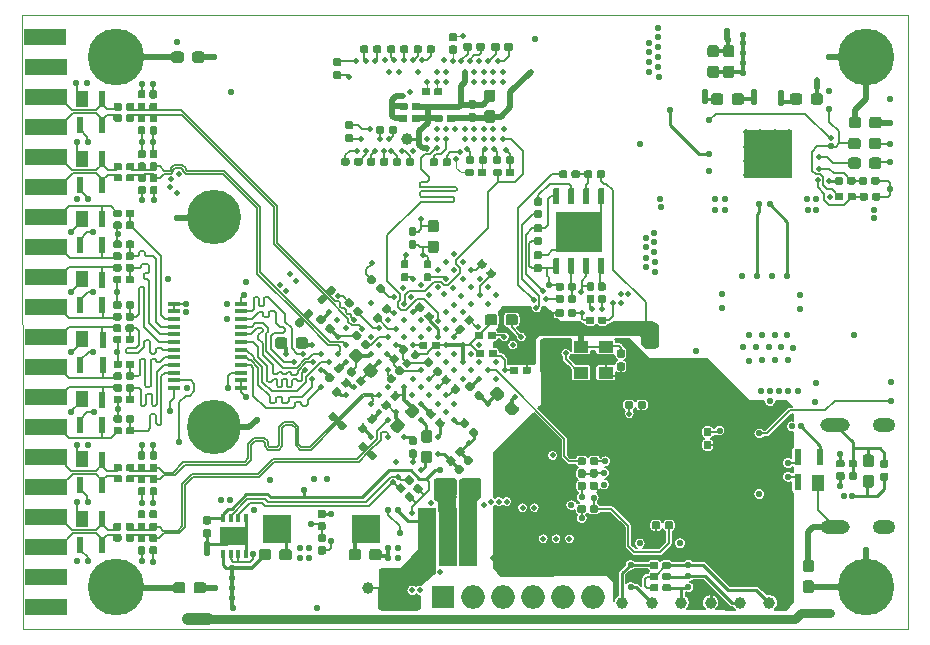
<source format=gbl>
G04 #@! TF.GenerationSoftware,KiCad,Pcbnew,(5.1.5)-3*
G04 #@! TF.CreationDate,2020-11-02T01:39:04+01:00*
G04 #@! TF.ProjectId,LogAn,4c6f6741-6e2e-46b6-9963-61645f706362,rev?*
G04 #@! TF.SameCoordinates,Original*
G04 #@! TF.FileFunction,Copper,L6,Bot*
G04 #@! TF.FilePolarity,Positive*
%FSLAX46Y46*%
G04 Gerber Fmt 4.6, Leading zero omitted, Abs format (unit mm)*
G04 Created by KiCad (PCBNEW (5.1.5)-3) date 2020-11-02 01:39:04*
%MOMM*%
%LPD*%
G04 APERTURE LIST*
%ADD10C,0.050000*%
%ADD11C,0.800000*%
%ADD12C,4.800000*%
%ADD13C,1.000000*%
%ADD14C,0.100000*%
%ADD15C,4.600000*%
%ADD16R,1.100000X0.400000*%
%ADD17R,1.500000X5.000000*%
%ADD18R,2.400000X1.550000*%
%ADD19R,0.350000X0.650000*%
%ADD20R,2.400000X2.400000*%
%ADD21C,0.600000*%
%ADD22R,3.600000X1.400000*%
%ADD23R,0.600000X1.400000*%
%ADD24R,1.000000X1.400000*%
%ADD25O,2.500000X1.200000*%
%ADD26O,1.900000X1.200000*%
%ADD27R,1.300000X1.000000*%
%ADD28O,2.000000X2.000000*%
%ADD29R,1.900000X1.900000*%
%ADD30R,4.100000X4.100000*%
%ADD31C,0.500000*%
%ADD32R,4.000000X3.400000*%
%ADD33C,0.550000*%
%ADD34C,0.460000*%
%ADD35C,0.200000*%
%ADD36C,0.250000*%
%ADD37C,0.300000*%
%ADD38C,0.500000*%
%ADD39C,0.105000*%
%ADD40C,0.175000*%
%ADD41C,0.130000*%
%ADD42C,0.150000*%
%ADD43C,0.125000*%
%ADD44C,0.750000*%
%ADD45C,1.000000*%
%ADD46C,0.160000*%
G04 APERTURE END LIST*
D10*
X140710920Y-90850720D02*
X65778380Y-90850720D01*
X140716000Y-38854380D02*
X140710920Y-90850720D01*
X65773300Y-38858340D02*
X140716000Y-38854380D01*
X65778380Y-90850720D02*
X65773300Y-38858340D01*
D11*
X73693020Y-42410380D03*
D12*
X73693020Y-42410380D03*
D13*
X126537720Y-88602820D03*
X121536460Y-88602820D03*
X119065040Y-88590120D03*
X116563140Y-88582500D03*
X124040900Y-88600280D03*
X129021840Y-88600280D03*
G04 #@! TA.AperFunction,SMDPad,CuDef*
D14*
G36*
X124509959Y-41376044D02*
G01*
X124533014Y-41379463D01*
X124555623Y-41385127D01*
X124577567Y-41392979D01*
X124598637Y-41402944D01*
X124618628Y-41414926D01*
X124637348Y-41428810D01*
X124654618Y-41444462D01*
X124670270Y-41461732D01*
X124684154Y-41480452D01*
X124696136Y-41500443D01*
X124706101Y-41521513D01*
X124713953Y-41543457D01*
X124719617Y-41566066D01*
X124723036Y-41589121D01*
X124724180Y-41612400D01*
X124724180Y-42187400D01*
X124723036Y-42210679D01*
X124719617Y-42233734D01*
X124713953Y-42256343D01*
X124706101Y-42278287D01*
X124696136Y-42299357D01*
X124684154Y-42319348D01*
X124670270Y-42338068D01*
X124654618Y-42355338D01*
X124637348Y-42370990D01*
X124618628Y-42384874D01*
X124598637Y-42396856D01*
X124577567Y-42406821D01*
X124555623Y-42414673D01*
X124533014Y-42420337D01*
X124509959Y-42423756D01*
X124486680Y-42424900D01*
X124011680Y-42424900D01*
X123988401Y-42423756D01*
X123965346Y-42420337D01*
X123942737Y-42414673D01*
X123920793Y-42406821D01*
X123899723Y-42396856D01*
X123879732Y-42384874D01*
X123861012Y-42370990D01*
X123843742Y-42355338D01*
X123828090Y-42338068D01*
X123814206Y-42319348D01*
X123802224Y-42299357D01*
X123792259Y-42278287D01*
X123784407Y-42256343D01*
X123778743Y-42233734D01*
X123775324Y-42210679D01*
X123774180Y-42187400D01*
X123774180Y-41612400D01*
X123775324Y-41589121D01*
X123778743Y-41566066D01*
X123784407Y-41543457D01*
X123792259Y-41521513D01*
X123802224Y-41500443D01*
X123814206Y-41480452D01*
X123828090Y-41461732D01*
X123843742Y-41444462D01*
X123861012Y-41428810D01*
X123879732Y-41414926D01*
X123899723Y-41402944D01*
X123920793Y-41392979D01*
X123942737Y-41385127D01*
X123965346Y-41379463D01*
X123988401Y-41376044D01*
X124011680Y-41374900D01*
X124486680Y-41374900D01*
X124509959Y-41376044D01*
G37*
G04 #@! TD.AperFunction*
G04 #@! TA.AperFunction,SMDPad,CuDef*
G36*
X124509959Y-43126044D02*
G01*
X124533014Y-43129463D01*
X124555623Y-43135127D01*
X124577567Y-43142979D01*
X124598637Y-43152944D01*
X124618628Y-43164926D01*
X124637348Y-43178810D01*
X124654618Y-43194462D01*
X124670270Y-43211732D01*
X124684154Y-43230452D01*
X124696136Y-43250443D01*
X124706101Y-43271513D01*
X124713953Y-43293457D01*
X124719617Y-43316066D01*
X124723036Y-43339121D01*
X124724180Y-43362400D01*
X124724180Y-43937400D01*
X124723036Y-43960679D01*
X124719617Y-43983734D01*
X124713953Y-44006343D01*
X124706101Y-44028287D01*
X124696136Y-44049357D01*
X124684154Y-44069348D01*
X124670270Y-44088068D01*
X124654618Y-44105338D01*
X124637348Y-44120990D01*
X124618628Y-44134874D01*
X124598637Y-44146856D01*
X124577567Y-44156821D01*
X124555623Y-44164673D01*
X124533014Y-44170337D01*
X124509959Y-44173756D01*
X124486680Y-44174900D01*
X124011680Y-44174900D01*
X123988401Y-44173756D01*
X123965346Y-44170337D01*
X123942737Y-44164673D01*
X123920793Y-44156821D01*
X123899723Y-44146856D01*
X123879732Y-44134874D01*
X123861012Y-44120990D01*
X123843742Y-44105338D01*
X123828090Y-44088068D01*
X123814206Y-44069348D01*
X123802224Y-44049357D01*
X123792259Y-44028287D01*
X123784407Y-44006343D01*
X123778743Y-43983734D01*
X123775324Y-43960679D01*
X123774180Y-43937400D01*
X123774180Y-43362400D01*
X123775324Y-43339121D01*
X123778743Y-43316066D01*
X123784407Y-43293457D01*
X123792259Y-43271513D01*
X123802224Y-43250443D01*
X123814206Y-43230452D01*
X123828090Y-43211732D01*
X123843742Y-43194462D01*
X123861012Y-43178810D01*
X123879732Y-43164926D01*
X123899723Y-43152944D01*
X123920793Y-43142979D01*
X123942737Y-43135127D01*
X123965346Y-43129463D01*
X123988401Y-43126044D01*
X124011680Y-43124900D01*
X124486680Y-43124900D01*
X124509959Y-43126044D01*
G37*
G04 #@! TD.AperFunction*
D13*
X95064580Y-87393780D03*
X98341180Y-49344580D03*
D11*
X137198100Y-87276940D03*
D12*
X137198100Y-87276940D03*
D11*
X73728580Y-87282020D03*
D12*
X73728580Y-87282020D03*
D11*
X137198100Y-42433240D03*
D12*
X137198100Y-42433240D03*
D15*
X81991200Y-73713820D03*
X81991200Y-55963820D03*
G04 #@! TA.AperFunction,SMDPad,CuDef*
D14*
G36*
X132576999Y-84961144D02*
G01*
X132600054Y-84964563D01*
X132622663Y-84970227D01*
X132644607Y-84978079D01*
X132665677Y-84988044D01*
X132685668Y-85000026D01*
X132704388Y-85013910D01*
X132721658Y-85029562D01*
X132737310Y-85046832D01*
X132751194Y-85065552D01*
X132763176Y-85085543D01*
X132773141Y-85106613D01*
X132780993Y-85128557D01*
X132786657Y-85151166D01*
X132790076Y-85174221D01*
X132791220Y-85197500D01*
X132791220Y-85772500D01*
X132790076Y-85795779D01*
X132786657Y-85818834D01*
X132780993Y-85841443D01*
X132773141Y-85863387D01*
X132763176Y-85884457D01*
X132751194Y-85904448D01*
X132737310Y-85923168D01*
X132721658Y-85940438D01*
X132704388Y-85956090D01*
X132685668Y-85969974D01*
X132665677Y-85981956D01*
X132644607Y-85991921D01*
X132622663Y-85999773D01*
X132600054Y-86005437D01*
X132576999Y-86008856D01*
X132553720Y-86010000D01*
X132078720Y-86010000D01*
X132055441Y-86008856D01*
X132032386Y-86005437D01*
X132009777Y-85999773D01*
X131987833Y-85991921D01*
X131966763Y-85981956D01*
X131946772Y-85969974D01*
X131928052Y-85956090D01*
X131910782Y-85940438D01*
X131895130Y-85923168D01*
X131881246Y-85904448D01*
X131869264Y-85884457D01*
X131859299Y-85863387D01*
X131851447Y-85841443D01*
X131845783Y-85818834D01*
X131842364Y-85795779D01*
X131841220Y-85772500D01*
X131841220Y-85197500D01*
X131842364Y-85174221D01*
X131845783Y-85151166D01*
X131851447Y-85128557D01*
X131859299Y-85106613D01*
X131869264Y-85085543D01*
X131881246Y-85065552D01*
X131895130Y-85046832D01*
X131910782Y-85029562D01*
X131928052Y-85013910D01*
X131946772Y-85000026D01*
X131966763Y-84988044D01*
X131987833Y-84978079D01*
X132009777Y-84970227D01*
X132032386Y-84964563D01*
X132055441Y-84961144D01*
X132078720Y-84960000D01*
X132553720Y-84960000D01*
X132576999Y-84961144D01*
G37*
G04 #@! TD.AperFunction*
G04 #@! TA.AperFunction,SMDPad,CuDef*
G36*
X132576999Y-86711144D02*
G01*
X132600054Y-86714563D01*
X132622663Y-86720227D01*
X132644607Y-86728079D01*
X132665677Y-86738044D01*
X132685668Y-86750026D01*
X132704388Y-86763910D01*
X132721658Y-86779562D01*
X132737310Y-86796832D01*
X132751194Y-86815552D01*
X132763176Y-86835543D01*
X132773141Y-86856613D01*
X132780993Y-86878557D01*
X132786657Y-86901166D01*
X132790076Y-86924221D01*
X132791220Y-86947500D01*
X132791220Y-87522500D01*
X132790076Y-87545779D01*
X132786657Y-87568834D01*
X132780993Y-87591443D01*
X132773141Y-87613387D01*
X132763176Y-87634457D01*
X132751194Y-87654448D01*
X132737310Y-87673168D01*
X132721658Y-87690438D01*
X132704388Y-87706090D01*
X132685668Y-87719974D01*
X132665677Y-87731956D01*
X132644607Y-87741921D01*
X132622663Y-87749773D01*
X132600054Y-87755437D01*
X132576999Y-87758856D01*
X132553720Y-87760000D01*
X132078720Y-87760000D01*
X132055441Y-87758856D01*
X132032386Y-87755437D01*
X132009777Y-87749773D01*
X131987833Y-87741921D01*
X131966763Y-87731956D01*
X131946772Y-87719974D01*
X131928052Y-87706090D01*
X131910782Y-87690438D01*
X131895130Y-87673168D01*
X131881246Y-87654448D01*
X131869264Y-87634457D01*
X131859299Y-87613387D01*
X131851447Y-87591443D01*
X131845783Y-87568834D01*
X131842364Y-87545779D01*
X131841220Y-87522500D01*
X131841220Y-86947500D01*
X131842364Y-86924221D01*
X131845783Y-86901166D01*
X131851447Y-86878557D01*
X131859299Y-86856613D01*
X131869264Y-86835543D01*
X131881246Y-86815552D01*
X131895130Y-86796832D01*
X131910782Y-86779562D01*
X131928052Y-86763910D01*
X131946772Y-86750026D01*
X131966763Y-86738044D01*
X131987833Y-86728079D01*
X132009777Y-86720227D01*
X132032386Y-86714563D01*
X132055441Y-86711144D01*
X132078720Y-86710000D01*
X132553720Y-86710000D01*
X132576999Y-86711144D01*
G37*
G04 #@! TD.AperFunction*
G04 #@! TA.AperFunction,SMDPad,CuDef*
G36*
X81109419Y-86858964D02*
G01*
X81132474Y-86862383D01*
X81155083Y-86868047D01*
X81177027Y-86875899D01*
X81198097Y-86885864D01*
X81218088Y-86897846D01*
X81236808Y-86911730D01*
X81254078Y-86927382D01*
X81269730Y-86944652D01*
X81283614Y-86963372D01*
X81295596Y-86983363D01*
X81305561Y-87004433D01*
X81313413Y-87026377D01*
X81319077Y-87048986D01*
X81322496Y-87072041D01*
X81323640Y-87095320D01*
X81323640Y-87570320D01*
X81322496Y-87593599D01*
X81319077Y-87616654D01*
X81313413Y-87639263D01*
X81305561Y-87661207D01*
X81295596Y-87682277D01*
X81283614Y-87702268D01*
X81269730Y-87720988D01*
X81254078Y-87738258D01*
X81236808Y-87753910D01*
X81218088Y-87767794D01*
X81198097Y-87779776D01*
X81177027Y-87789741D01*
X81155083Y-87797593D01*
X81132474Y-87803257D01*
X81109419Y-87806676D01*
X81086140Y-87807820D01*
X80511140Y-87807820D01*
X80487861Y-87806676D01*
X80464806Y-87803257D01*
X80442197Y-87797593D01*
X80420253Y-87789741D01*
X80399183Y-87779776D01*
X80379192Y-87767794D01*
X80360472Y-87753910D01*
X80343202Y-87738258D01*
X80327550Y-87720988D01*
X80313666Y-87702268D01*
X80301684Y-87682277D01*
X80291719Y-87661207D01*
X80283867Y-87639263D01*
X80278203Y-87616654D01*
X80274784Y-87593599D01*
X80273640Y-87570320D01*
X80273640Y-87095320D01*
X80274784Y-87072041D01*
X80278203Y-87048986D01*
X80283867Y-87026377D01*
X80291719Y-87004433D01*
X80301684Y-86983363D01*
X80313666Y-86963372D01*
X80327550Y-86944652D01*
X80343202Y-86927382D01*
X80360472Y-86911730D01*
X80379192Y-86897846D01*
X80399183Y-86885864D01*
X80420253Y-86875899D01*
X80442197Y-86868047D01*
X80464806Y-86862383D01*
X80487861Y-86858964D01*
X80511140Y-86857820D01*
X81086140Y-86857820D01*
X81109419Y-86858964D01*
G37*
G04 #@! TD.AperFunction*
G04 #@! TA.AperFunction,SMDPad,CuDef*
G36*
X79359419Y-86858964D02*
G01*
X79382474Y-86862383D01*
X79405083Y-86868047D01*
X79427027Y-86875899D01*
X79448097Y-86885864D01*
X79468088Y-86897846D01*
X79486808Y-86911730D01*
X79504078Y-86927382D01*
X79519730Y-86944652D01*
X79533614Y-86963372D01*
X79545596Y-86983363D01*
X79555561Y-87004433D01*
X79563413Y-87026377D01*
X79569077Y-87048986D01*
X79572496Y-87072041D01*
X79573640Y-87095320D01*
X79573640Y-87570320D01*
X79572496Y-87593599D01*
X79569077Y-87616654D01*
X79563413Y-87639263D01*
X79555561Y-87661207D01*
X79545596Y-87682277D01*
X79533614Y-87702268D01*
X79519730Y-87720988D01*
X79504078Y-87738258D01*
X79486808Y-87753910D01*
X79468088Y-87767794D01*
X79448097Y-87779776D01*
X79427027Y-87789741D01*
X79405083Y-87797593D01*
X79382474Y-87803257D01*
X79359419Y-87806676D01*
X79336140Y-87807820D01*
X78761140Y-87807820D01*
X78737861Y-87806676D01*
X78714806Y-87803257D01*
X78692197Y-87797593D01*
X78670253Y-87789741D01*
X78649183Y-87779776D01*
X78629192Y-87767794D01*
X78610472Y-87753910D01*
X78593202Y-87738258D01*
X78577550Y-87720988D01*
X78563666Y-87702268D01*
X78551684Y-87682277D01*
X78541719Y-87661207D01*
X78533867Y-87639263D01*
X78528203Y-87616654D01*
X78524784Y-87593599D01*
X78523640Y-87570320D01*
X78523640Y-87095320D01*
X78524784Y-87072041D01*
X78528203Y-87048986D01*
X78533867Y-87026377D01*
X78541719Y-87004433D01*
X78551684Y-86983363D01*
X78563666Y-86963372D01*
X78577550Y-86944652D01*
X78593202Y-86927382D01*
X78610472Y-86911730D01*
X78629192Y-86897846D01*
X78649183Y-86885864D01*
X78670253Y-86875899D01*
X78692197Y-86868047D01*
X78714806Y-86862383D01*
X78737861Y-86858964D01*
X78761140Y-86857820D01*
X79336140Y-86857820D01*
X79359419Y-86858964D01*
G37*
G04 #@! TD.AperFunction*
G04 #@! TA.AperFunction,SMDPad,CuDef*
G36*
X138302599Y-47458484D02*
G01*
X138325654Y-47461903D01*
X138348263Y-47467567D01*
X138370207Y-47475419D01*
X138391277Y-47485384D01*
X138411268Y-47497366D01*
X138429988Y-47511250D01*
X138447258Y-47526902D01*
X138462910Y-47544172D01*
X138476794Y-47562892D01*
X138488776Y-47582883D01*
X138498741Y-47603953D01*
X138506593Y-47625897D01*
X138512257Y-47648506D01*
X138515676Y-47671561D01*
X138516820Y-47694840D01*
X138516820Y-48169840D01*
X138515676Y-48193119D01*
X138512257Y-48216174D01*
X138506593Y-48238783D01*
X138498741Y-48260727D01*
X138488776Y-48281797D01*
X138476794Y-48301788D01*
X138462910Y-48320508D01*
X138447258Y-48337778D01*
X138429988Y-48353430D01*
X138411268Y-48367314D01*
X138391277Y-48379296D01*
X138370207Y-48389261D01*
X138348263Y-48397113D01*
X138325654Y-48402777D01*
X138302599Y-48406196D01*
X138279320Y-48407340D01*
X137704320Y-48407340D01*
X137681041Y-48406196D01*
X137657986Y-48402777D01*
X137635377Y-48397113D01*
X137613433Y-48389261D01*
X137592363Y-48379296D01*
X137572372Y-48367314D01*
X137553652Y-48353430D01*
X137536382Y-48337778D01*
X137520730Y-48320508D01*
X137506846Y-48301788D01*
X137494864Y-48281797D01*
X137484899Y-48260727D01*
X137477047Y-48238783D01*
X137471383Y-48216174D01*
X137467964Y-48193119D01*
X137466820Y-48169840D01*
X137466820Y-47694840D01*
X137467964Y-47671561D01*
X137471383Y-47648506D01*
X137477047Y-47625897D01*
X137484899Y-47603953D01*
X137494864Y-47582883D01*
X137506846Y-47562892D01*
X137520730Y-47544172D01*
X137536382Y-47526902D01*
X137553652Y-47511250D01*
X137572372Y-47497366D01*
X137592363Y-47485384D01*
X137613433Y-47475419D01*
X137635377Y-47467567D01*
X137657986Y-47461903D01*
X137681041Y-47458484D01*
X137704320Y-47457340D01*
X138279320Y-47457340D01*
X138302599Y-47458484D01*
G37*
G04 #@! TD.AperFunction*
G04 #@! TA.AperFunction,SMDPad,CuDef*
G36*
X136552599Y-47458484D02*
G01*
X136575654Y-47461903D01*
X136598263Y-47467567D01*
X136620207Y-47475419D01*
X136641277Y-47485384D01*
X136661268Y-47497366D01*
X136679988Y-47511250D01*
X136697258Y-47526902D01*
X136712910Y-47544172D01*
X136726794Y-47562892D01*
X136738776Y-47582883D01*
X136748741Y-47603953D01*
X136756593Y-47625897D01*
X136762257Y-47648506D01*
X136765676Y-47671561D01*
X136766820Y-47694840D01*
X136766820Y-48169840D01*
X136765676Y-48193119D01*
X136762257Y-48216174D01*
X136756593Y-48238783D01*
X136748741Y-48260727D01*
X136738776Y-48281797D01*
X136726794Y-48301788D01*
X136712910Y-48320508D01*
X136697258Y-48337778D01*
X136679988Y-48353430D01*
X136661268Y-48367314D01*
X136641277Y-48379296D01*
X136620207Y-48389261D01*
X136598263Y-48397113D01*
X136575654Y-48402777D01*
X136552599Y-48406196D01*
X136529320Y-48407340D01*
X135954320Y-48407340D01*
X135931041Y-48406196D01*
X135907986Y-48402777D01*
X135885377Y-48397113D01*
X135863433Y-48389261D01*
X135842363Y-48379296D01*
X135822372Y-48367314D01*
X135803652Y-48353430D01*
X135786382Y-48337778D01*
X135770730Y-48320508D01*
X135756846Y-48301788D01*
X135744864Y-48281797D01*
X135734899Y-48260727D01*
X135727047Y-48238783D01*
X135721383Y-48216174D01*
X135717964Y-48193119D01*
X135716820Y-48169840D01*
X135716820Y-47694840D01*
X135717964Y-47671561D01*
X135721383Y-47648506D01*
X135727047Y-47625897D01*
X135734899Y-47603953D01*
X135744864Y-47582883D01*
X135756846Y-47562892D01*
X135770730Y-47544172D01*
X135786382Y-47526902D01*
X135803652Y-47511250D01*
X135822372Y-47497366D01*
X135842363Y-47485384D01*
X135863433Y-47475419D01*
X135885377Y-47467567D01*
X135907986Y-47461903D01*
X135931041Y-47458484D01*
X135954320Y-47457340D01*
X136529320Y-47457340D01*
X136552599Y-47458484D01*
G37*
G04 #@! TD.AperFunction*
G04 #@! TA.AperFunction,SMDPad,CuDef*
G36*
X80967179Y-41928904D02*
G01*
X80990234Y-41932323D01*
X81012843Y-41937987D01*
X81034787Y-41945839D01*
X81055857Y-41955804D01*
X81075848Y-41967786D01*
X81094568Y-41981670D01*
X81111838Y-41997322D01*
X81127490Y-42014592D01*
X81141374Y-42033312D01*
X81153356Y-42053303D01*
X81163321Y-42074373D01*
X81171173Y-42096317D01*
X81176837Y-42118926D01*
X81180256Y-42141981D01*
X81181400Y-42165260D01*
X81181400Y-42640260D01*
X81180256Y-42663539D01*
X81176837Y-42686594D01*
X81171173Y-42709203D01*
X81163321Y-42731147D01*
X81153356Y-42752217D01*
X81141374Y-42772208D01*
X81127490Y-42790928D01*
X81111838Y-42808198D01*
X81094568Y-42823850D01*
X81075848Y-42837734D01*
X81055857Y-42849716D01*
X81034787Y-42859681D01*
X81012843Y-42867533D01*
X80990234Y-42873197D01*
X80967179Y-42876616D01*
X80943900Y-42877760D01*
X80368900Y-42877760D01*
X80345621Y-42876616D01*
X80322566Y-42873197D01*
X80299957Y-42867533D01*
X80278013Y-42859681D01*
X80256943Y-42849716D01*
X80236952Y-42837734D01*
X80218232Y-42823850D01*
X80200962Y-42808198D01*
X80185310Y-42790928D01*
X80171426Y-42772208D01*
X80159444Y-42752217D01*
X80149479Y-42731147D01*
X80141627Y-42709203D01*
X80135963Y-42686594D01*
X80132544Y-42663539D01*
X80131400Y-42640260D01*
X80131400Y-42165260D01*
X80132544Y-42141981D01*
X80135963Y-42118926D01*
X80141627Y-42096317D01*
X80149479Y-42074373D01*
X80159444Y-42053303D01*
X80171426Y-42033312D01*
X80185310Y-42014592D01*
X80200962Y-41997322D01*
X80218232Y-41981670D01*
X80236952Y-41967786D01*
X80256943Y-41955804D01*
X80278013Y-41945839D01*
X80299957Y-41937987D01*
X80322566Y-41932323D01*
X80345621Y-41928904D01*
X80368900Y-41927760D01*
X80943900Y-41927760D01*
X80967179Y-41928904D01*
G37*
G04 #@! TD.AperFunction*
G04 #@! TA.AperFunction,SMDPad,CuDef*
G36*
X79217179Y-41928904D02*
G01*
X79240234Y-41932323D01*
X79262843Y-41937987D01*
X79284787Y-41945839D01*
X79305857Y-41955804D01*
X79325848Y-41967786D01*
X79344568Y-41981670D01*
X79361838Y-41997322D01*
X79377490Y-42014592D01*
X79391374Y-42033312D01*
X79403356Y-42053303D01*
X79413321Y-42074373D01*
X79421173Y-42096317D01*
X79426837Y-42118926D01*
X79430256Y-42141981D01*
X79431400Y-42165260D01*
X79431400Y-42640260D01*
X79430256Y-42663539D01*
X79426837Y-42686594D01*
X79421173Y-42709203D01*
X79413321Y-42731147D01*
X79403356Y-42752217D01*
X79391374Y-42772208D01*
X79377490Y-42790928D01*
X79361838Y-42808198D01*
X79344568Y-42823850D01*
X79325848Y-42837734D01*
X79305857Y-42849716D01*
X79284787Y-42859681D01*
X79262843Y-42867533D01*
X79240234Y-42873197D01*
X79217179Y-42876616D01*
X79193900Y-42877760D01*
X78618900Y-42877760D01*
X78595621Y-42876616D01*
X78572566Y-42873197D01*
X78549957Y-42867533D01*
X78528013Y-42859681D01*
X78506943Y-42849716D01*
X78486952Y-42837734D01*
X78468232Y-42823850D01*
X78450962Y-42808198D01*
X78435310Y-42790928D01*
X78421426Y-42772208D01*
X78409444Y-42752217D01*
X78399479Y-42731147D01*
X78391627Y-42709203D01*
X78385963Y-42686594D01*
X78382544Y-42663539D01*
X78381400Y-42640260D01*
X78381400Y-42165260D01*
X78382544Y-42141981D01*
X78385963Y-42118926D01*
X78391627Y-42096317D01*
X78399479Y-42074373D01*
X78409444Y-42053303D01*
X78421426Y-42033312D01*
X78435310Y-42014592D01*
X78450962Y-41997322D01*
X78468232Y-41981670D01*
X78486952Y-41967786D01*
X78506943Y-41955804D01*
X78528013Y-41945839D01*
X78549957Y-41937987D01*
X78572566Y-41932323D01*
X78595621Y-41928904D01*
X78618900Y-41927760D01*
X79193900Y-41927760D01*
X79217179Y-41928904D01*
G37*
G04 #@! TD.AperFunction*
D16*
X84295100Y-70417640D03*
X84295100Y-69767640D03*
X84295100Y-69117640D03*
X84295100Y-68467640D03*
X84295100Y-67817640D03*
X84295100Y-67167640D03*
X84295100Y-66517640D03*
X84295100Y-65867640D03*
X84295100Y-65217640D03*
X84295100Y-64567640D03*
X84295100Y-63917640D03*
X84295100Y-63267640D03*
X78595100Y-63267640D03*
X78595100Y-63917640D03*
X78595100Y-64567640D03*
X78595100Y-65217640D03*
X78595100Y-65867640D03*
X78595100Y-66517640D03*
X78595100Y-67167640D03*
X78595100Y-67817640D03*
X78595100Y-68467640D03*
X78595100Y-69117640D03*
X78595100Y-69767640D03*
X78595100Y-70417640D03*
D17*
X100012560Y-83060540D03*
X101762560Y-83060540D03*
X103512560Y-83060540D03*
G04 #@! TA.AperFunction,SMDPad,CuDef*
D14*
G36*
X98551941Y-79237914D02*
G01*
X98567472Y-79240218D01*
X98582704Y-79244034D01*
X98597487Y-79249323D01*
X98611681Y-79256037D01*
X98625149Y-79264109D01*
X98637761Y-79273462D01*
X98649395Y-79284007D01*
X98918095Y-79552707D01*
X98928640Y-79564341D01*
X98937993Y-79576953D01*
X98946065Y-79590421D01*
X98952779Y-79604615D01*
X98958068Y-79619398D01*
X98961884Y-79634630D01*
X98964188Y-79650161D01*
X98964958Y-79665844D01*
X98964188Y-79681527D01*
X98961884Y-79697058D01*
X98958068Y-79712290D01*
X98952779Y-79727073D01*
X98946065Y-79741267D01*
X98937993Y-79754735D01*
X98928640Y-79767347D01*
X98918095Y-79778981D01*
X98691821Y-80005255D01*
X98680187Y-80015800D01*
X98667575Y-80025153D01*
X98654107Y-80033225D01*
X98639913Y-80039939D01*
X98625130Y-80045228D01*
X98609898Y-80049044D01*
X98594367Y-80051348D01*
X98578684Y-80052118D01*
X98563001Y-80051348D01*
X98547470Y-80049044D01*
X98532238Y-80045228D01*
X98517455Y-80039939D01*
X98503261Y-80033225D01*
X98489793Y-80025153D01*
X98477181Y-80015800D01*
X98465547Y-80005255D01*
X98196847Y-79736555D01*
X98186302Y-79724921D01*
X98176949Y-79712309D01*
X98168877Y-79698841D01*
X98162163Y-79684647D01*
X98156874Y-79669864D01*
X98153058Y-79654632D01*
X98150754Y-79639101D01*
X98149984Y-79623418D01*
X98150754Y-79607735D01*
X98153058Y-79592204D01*
X98156874Y-79576972D01*
X98162163Y-79562189D01*
X98168877Y-79547995D01*
X98176949Y-79534527D01*
X98186302Y-79521915D01*
X98196847Y-79510281D01*
X98423121Y-79284007D01*
X98434755Y-79273462D01*
X98447367Y-79264109D01*
X98460835Y-79256037D01*
X98475029Y-79249323D01*
X98489812Y-79244034D01*
X98505044Y-79240218D01*
X98520575Y-79237914D01*
X98536258Y-79237144D01*
X98551941Y-79237914D01*
G37*
G04 #@! TD.AperFunction*
G04 #@! TA.AperFunction,SMDPad,CuDef*
G36*
X97809479Y-78495452D02*
G01*
X97825010Y-78497756D01*
X97840242Y-78501572D01*
X97855025Y-78506861D01*
X97869219Y-78513575D01*
X97882687Y-78521647D01*
X97895299Y-78531000D01*
X97906933Y-78541545D01*
X98175633Y-78810245D01*
X98186178Y-78821879D01*
X98195531Y-78834491D01*
X98203603Y-78847959D01*
X98210317Y-78862153D01*
X98215606Y-78876936D01*
X98219422Y-78892168D01*
X98221726Y-78907699D01*
X98222496Y-78923382D01*
X98221726Y-78939065D01*
X98219422Y-78954596D01*
X98215606Y-78969828D01*
X98210317Y-78984611D01*
X98203603Y-78998805D01*
X98195531Y-79012273D01*
X98186178Y-79024885D01*
X98175633Y-79036519D01*
X97949359Y-79262793D01*
X97937725Y-79273338D01*
X97925113Y-79282691D01*
X97911645Y-79290763D01*
X97897451Y-79297477D01*
X97882668Y-79302766D01*
X97867436Y-79306582D01*
X97851905Y-79308886D01*
X97836222Y-79309656D01*
X97820539Y-79308886D01*
X97805008Y-79306582D01*
X97789776Y-79302766D01*
X97774993Y-79297477D01*
X97760799Y-79290763D01*
X97747331Y-79282691D01*
X97734719Y-79273338D01*
X97723085Y-79262793D01*
X97454385Y-78994093D01*
X97443840Y-78982459D01*
X97434487Y-78969847D01*
X97426415Y-78956379D01*
X97419701Y-78942185D01*
X97414412Y-78927402D01*
X97410596Y-78912170D01*
X97408292Y-78896639D01*
X97407522Y-78880956D01*
X97408292Y-78865273D01*
X97410596Y-78849742D01*
X97414412Y-78834510D01*
X97419701Y-78819727D01*
X97426415Y-78805533D01*
X97434487Y-78792065D01*
X97443840Y-78779453D01*
X97454385Y-78767819D01*
X97680659Y-78541545D01*
X97692293Y-78531000D01*
X97704905Y-78521647D01*
X97718373Y-78513575D01*
X97732567Y-78506861D01*
X97747350Y-78501572D01*
X97762582Y-78497756D01*
X97778113Y-78495452D01*
X97793796Y-78494682D01*
X97809479Y-78495452D01*
G37*
G04 #@! TD.AperFunction*
G04 #@! TA.AperFunction,SMDPad,CuDef*
G36*
X99263141Y-78539414D02*
G01*
X99278672Y-78541718D01*
X99293904Y-78545534D01*
X99308687Y-78550823D01*
X99322881Y-78557537D01*
X99336349Y-78565609D01*
X99348961Y-78574962D01*
X99360595Y-78585507D01*
X99629295Y-78854207D01*
X99639840Y-78865841D01*
X99649193Y-78878453D01*
X99657265Y-78891921D01*
X99663979Y-78906115D01*
X99669268Y-78920898D01*
X99673084Y-78936130D01*
X99675388Y-78951661D01*
X99676158Y-78967344D01*
X99675388Y-78983027D01*
X99673084Y-78998558D01*
X99669268Y-79013790D01*
X99663979Y-79028573D01*
X99657265Y-79042767D01*
X99649193Y-79056235D01*
X99639840Y-79068847D01*
X99629295Y-79080481D01*
X99403021Y-79306755D01*
X99391387Y-79317300D01*
X99378775Y-79326653D01*
X99365307Y-79334725D01*
X99351113Y-79341439D01*
X99336330Y-79346728D01*
X99321098Y-79350544D01*
X99305567Y-79352848D01*
X99289884Y-79353618D01*
X99274201Y-79352848D01*
X99258670Y-79350544D01*
X99243438Y-79346728D01*
X99228655Y-79341439D01*
X99214461Y-79334725D01*
X99200993Y-79326653D01*
X99188381Y-79317300D01*
X99176747Y-79306755D01*
X98908047Y-79038055D01*
X98897502Y-79026421D01*
X98888149Y-79013809D01*
X98880077Y-79000341D01*
X98873363Y-78986147D01*
X98868074Y-78971364D01*
X98864258Y-78956132D01*
X98861954Y-78940601D01*
X98861184Y-78924918D01*
X98861954Y-78909235D01*
X98864258Y-78893704D01*
X98868074Y-78878472D01*
X98873363Y-78863689D01*
X98880077Y-78849495D01*
X98888149Y-78836027D01*
X98897502Y-78823415D01*
X98908047Y-78811781D01*
X99134321Y-78585507D01*
X99145955Y-78574962D01*
X99158567Y-78565609D01*
X99172035Y-78557537D01*
X99186229Y-78550823D01*
X99201012Y-78545534D01*
X99216244Y-78541718D01*
X99231775Y-78539414D01*
X99247458Y-78538644D01*
X99263141Y-78539414D01*
G37*
G04 #@! TD.AperFunction*
G04 #@! TA.AperFunction,SMDPad,CuDef*
G36*
X98520679Y-77796952D02*
G01*
X98536210Y-77799256D01*
X98551442Y-77803072D01*
X98566225Y-77808361D01*
X98580419Y-77815075D01*
X98593887Y-77823147D01*
X98606499Y-77832500D01*
X98618133Y-77843045D01*
X98886833Y-78111745D01*
X98897378Y-78123379D01*
X98906731Y-78135991D01*
X98914803Y-78149459D01*
X98921517Y-78163653D01*
X98926806Y-78178436D01*
X98930622Y-78193668D01*
X98932926Y-78209199D01*
X98933696Y-78224882D01*
X98932926Y-78240565D01*
X98930622Y-78256096D01*
X98926806Y-78271328D01*
X98921517Y-78286111D01*
X98914803Y-78300305D01*
X98906731Y-78313773D01*
X98897378Y-78326385D01*
X98886833Y-78338019D01*
X98660559Y-78564293D01*
X98648925Y-78574838D01*
X98636313Y-78584191D01*
X98622845Y-78592263D01*
X98608651Y-78598977D01*
X98593868Y-78604266D01*
X98578636Y-78608082D01*
X98563105Y-78610386D01*
X98547422Y-78611156D01*
X98531739Y-78610386D01*
X98516208Y-78608082D01*
X98500976Y-78604266D01*
X98486193Y-78598977D01*
X98471999Y-78592263D01*
X98458531Y-78584191D01*
X98445919Y-78574838D01*
X98434285Y-78564293D01*
X98165585Y-78295593D01*
X98155040Y-78283959D01*
X98145687Y-78271347D01*
X98137615Y-78257879D01*
X98130901Y-78243685D01*
X98125612Y-78228902D01*
X98121796Y-78213670D01*
X98119492Y-78198139D01*
X98118722Y-78182456D01*
X98119492Y-78166773D01*
X98121796Y-78151242D01*
X98125612Y-78136010D01*
X98130901Y-78121227D01*
X98137615Y-78107033D01*
X98145687Y-78093565D01*
X98155040Y-78080953D01*
X98165585Y-78069319D01*
X98391859Y-77843045D01*
X98403493Y-77832500D01*
X98416105Y-77823147D01*
X98429573Y-77815075D01*
X98443767Y-77808361D01*
X98458550Y-77803072D01*
X98473782Y-77799256D01*
X98489313Y-77796952D01*
X98504996Y-77796182D01*
X98520679Y-77796952D01*
G37*
G04 #@! TD.AperFunction*
G04 #@! TA.AperFunction,SMDPad,CuDef*
G36*
X91303263Y-83819730D02*
G01*
X91318794Y-83822034D01*
X91334026Y-83825850D01*
X91348809Y-83831139D01*
X91363003Y-83837853D01*
X91376471Y-83845925D01*
X91389083Y-83855278D01*
X91400717Y-83865823D01*
X91411262Y-83877457D01*
X91420615Y-83890069D01*
X91428687Y-83903537D01*
X91435401Y-83917731D01*
X91440690Y-83932514D01*
X91444506Y-83947746D01*
X91446810Y-83963277D01*
X91447580Y-83978960D01*
X91447580Y-84358960D01*
X91446810Y-84374643D01*
X91444506Y-84390174D01*
X91440690Y-84405406D01*
X91435401Y-84420189D01*
X91428687Y-84434383D01*
X91420615Y-84447851D01*
X91411262Y-84460463D01*
X91400717Y-84472097D01*
X91389083Y-84482642D01*
X91376471Y-84491995D01*
X91363003Y-84500067D01*
X91348809Y-84506781D01*
X91334026Y-84512070D01*
X91318794Y-84515886D01*
X91303263Y-84518190D01*
X91287580Y-84518960D01*
X90967580Y-84518960D01*
X90951897Y-84518190D01*
X90936366Y-84515886D01*
X90921134Y-84512070D01*
X90906351Y-84506781D01*
X90892157Y-84500067D01*
X90878689Y-84491995D01*
X90866077Y-84482642D01*
X90854443Y-84472097D01*
X90843898Y-84460463D01*
X90834545Y-84447851D01*
X90826473Y-84434383D01*
X90819759Y-84420189D01*
X90814470Y-84405406D01*
X90810654Y-84390174D01*
X90808350Y-84374643D01*
X90807580Y-84358960D01*
X90807580Y-83978960D01*
X90808350Y-83963277D01*
X90810654Y-83947746D01*
X90814470Y-83932514D01*
X90819759Y-83917731D01*
X90826473Y-83903537D01*
X90834545Y-83890069D01*
X90843898Y-83877457D01*
X90854443Y-83865823D01*
X90866077Y-83855278D01*
X90878689Y-83845925D01*
X90892157Y-83837853D01*
X90906351Y-83831139D01*
X90921134Y-83825850D01*
X90936366Y-83822034D01*
X90951897Y-83819730D01*
X90967580Y-83818960D01*
X91287580Y-83818960D01*
X91303263Y-83819730D01*
G37*
G04 #@! TD.AperFunction*
G04 #@! TA.AperFunction,SMDPad,CuDef*
G36*
X91303263Y-82769730D02*
G01*
X91318794Y-82772034D01*
X91334026Y-82775850D01*
X91348809Y-82781139D01*
X91363003Y-82787853D01*
X91376471Y-82795925D01*
X91389083Y-82805278D01*
X91400717Y-82815823D01*
X91411262Y-82827457D01*
X91420615Y-82840069D01*
X91428687Y-82853537D01*
X91435401Y-82867731D01*
X91440690Y-82882514D01*
X91444506Y-82897746D01*
X91446810Y-82913277D01*
X91447580Y-82928960D01*
X91447580Y-83308960D01*
X91446810Y-83324643D01*
X91444506Y-83340174D01*
X91440690Y-83355406D01*
X91435401Y-83370189D01*
X91428687Y-83384383D01*
X91420615Y-83397851D01*
X91411262Y-83410463D01*
X91400717Y-83422097D01*
X91389083Y-83432642D01*
X91376471Y-83441995D01*
X91363003Y-83450067D01*
X91348809Y-83456781D01*
X91334026Y-83462070D01*
X91318794Y-83465886D01*
X91303263Y-83468190D01*
X91287580Y-83468960D01*
X90967580Y-83468960D01*
X90951897Y-83468190D01*
X90936366Y-83465886D01*
X90921134Y-83462070D01*
X90906351Y-83456781D01*
X90892157Y-83450067D01*
X90878689Y-83441995D01*
X90866077Y-83432642D01*
X90854443Y-83422097D01*
X90843898Y-83410463D01*
X90834545Y-83397851D01*
X90826473Y-83384383D01*
X90819759Y-83370189D01*
X90814470Y-83355406D01*
X90810654Y-83340174D01*
X90808350Y-83324643D01*
X90807580Y-83308960D01*
X90807580Y-82928960D01*
X90808350Y-82913277D01*
X90810654Y-82897746D01*
X90814470Y-82882514D01*
X90819759Y-82867731D01*
X90826473Y-82853537D01*
X90834545Y-82840069D01*
X90843898Y-82827457D01*
X90854443Y-82815823D01*
X90866077Y-82805278D01*
X90878689Y-82795925D01*
X90892157Y-82787853D01*
X90906351Y-82781139D01*
X90921134Y-82775850D01*
X90936366Y-82772034D01*
X90951897Y-82769730D01*
X90967580Y-82768960D01*
X91287580Y-82768960D01*
X91303263Y-82769730D01*
G37*
G04 #@! TD.AperFunction*
G04 #@! TA.AperFunction,SMDPad,CuDef*
G36*
X91295643Y-80730890D02*
G01*
X91311174Y-80733194D01*
X91326406Y-80737010D01*
X91341189Y-80742299D01*
X91355383Y-80749013D01*
X91368851Y-80757085D01*
X91381463Y-80766438D01*
X91393097Y-80776983D01*
X91403642Y-80788617D01*
X91412995Y-80801229D01*
X91421067Y-80814697D01*
X91427781Y-80828891D01*
X91433070Y-80843674D01*
X91436886Y-80858906D01*
X91439190Y-80874437D01*
X91439960Y-80890120D01*
X91439960Y-81270120D01*
X91439190Y-81285803D01*
X91436886Y-81301334D01*
X91433070Y-81316566D01*
X91427781Y-81331349D01*
X91421067Y-81345543D01*
X91412995Y-81359011D01*
X91403642Y-81371623D01*
X91393097Y-81383257D01*
X91381463Y-81393802D01*
X91368851Y-81403155D01*
X91355383Y-81411227D01*
X91341189Y-81417941D01*
X91326406Y-81423230D01*
X91311174Y-81427046D01*
X91295643Y-81429350D01*
X91279960Y-81430120D01*
X90959960Y-81430120D01*
X90944277Y-81429350D01*
X90928746Y-81427046D01*
X90913514Y-81423230D01*
X90898731Y-81417941D01*
X90884537Y-81411227D01*
X90871069Y-81403155D01*
X90858457Y-81393802D01*
X90846823Y-81383257D01*
X90836278Y-81371623D01*
X90826925Y-81359011D01*
X90818853Y-81345543D01*
X90812139Y-81331349D01*
X90806850Y-81316566D01*
X90803034Y-81301334D01*
X90800730Y-81285803D01*
X90799960Y-81270120D01*
X90799960Y-80890120D01*
X90800730Y-80874437D01*
X90803034Y-80858906D01*
X90806850Y-80843674D01*
X90812139Y-80828891D01*
X90818853Y-80814697D01*
X90826925Y-80801229D01*
X90836278Y-80788617D01*
X90846823Y-80776983D01*
X90858457Y-80766438D01*
X90871069Y-80757085D01*
X90884537Y-80749013D01*
X90898731Y-80742299D01*
X90913514Y-80737010D01*
X90928746Y-80733194D01*
X90944277Y-80730890D01*
X90959960Y-80730120D01*
X91279960Y-80730120D01*
X91295643Y-80730890D01*
G37*
G04 #@! TD.AperFunction*
G04 #@! TA.AperFunction,SMDPad,CuDef*
G36*
X91295643Y-81780890D02*
G01*
X91311174Y-81783194D01*
X91326406Y-81787010D01*
X91341189Y-81792299D01*
X91355383Y-81799013D01*
X91368851Y-81807085D01*
X91381463Y-81816438D01*
X91393097Y-81826983D01*
X91403642Y-81838617D01*
X91412995Y-81851229D01*
X91421067Y-81864697D01*
X91427781Y-81878891D01*
X91433070Y-81893674D01*
X91436886Y-81908906D01*
X91439190Y-81924437D01*
X91439960Y-81940120D01*
X91439960Y-82320120D01*
X91439190Y-82335803D01*
X91436886Y-82351334D01*
X91433070Y-82366566D01*
X91427781Y-82381349D01*
X91421067Y-82395543D01*
X91412995Y-82409011D01*
X91403642Y-82421623D01*
X91393097Y-82433257D01*
X91381463Y-82443802D01*
X91368851Y-82453155D01*
X91355383Y-82461227D01*
X91341189Y-82467941D01*
X91326406Y-82473230D01*
X91311174Y-82477046D01*
X91295643Y-82479350D01*
X91279960Y-82480120D01*
X90959960Y-82480120D01*
X90944277Y-82479350D01*
X90928746Y-82477046D01*
X90913514Y-82473230D01*
X90898731Y-82467941D01*
X90884537Y-82461227D01*
X90871069Y-82453155D01*
X90858457Y-82443802D01*
X90846823Y-82433257D01*
X90836278Y-82421623D01*
X90826925Y-82409011D01*
X90818853Y-82395543D01*
X90812139Y-82381349D01*
X90806850Y-82366566D01*
X90803034Y-82351334D01*
X90800730Y-82335803D01*
X90799960Y-82320120D01*
X90799960Y-81940120D01*
X90800730Y-81924437D01*
X90803034Y-81908906D01*
X90806850Y-81893674D01*
X90812139Y-81878891D01*
X90818853Y-81864697D01*
X90826925Y-81851229D01*
X90836278Y-81838617D01*
X90846823Y-81826983D01*
X90858457Y-81816438D01*
X90871069Y-81807085D01*
X90884537Y-81799013D01*
X90898731Y-81792299D01*
X90913514Y-81787010D01*
X90928746Y-81783194D01*
X90944277Y-81780890D01*
X90959960Y-81780120D01*
X91279960Y-81780120D01*
X91295643Y-81780890D01*
G37*
G04 #@! TD.AperFunction*
D18*
X83723480Y-82941160D03*
D19*
X82748480Y-84491160D03*
X83398480Y-84491160D03*
X84048480Y-84491160D03*
X84698480Y-84491160D03*
X84698480Y-81391160D03*
X84048480Y-81391160D03*
X83398480Y-81391160D03*
X82748480Y-81391160D03*
D20*
X87307420Y-82362040D03*
D21*
X86407420Y-83262040D03*
X86407420Y-82362040D03*
X86407420Y-81462040D03*
X87307420Y-83262040D03*
X87307420Y-82362040D03*
X87307420Y-81462040D03*
X88207420Y-83262040D03*
X88207420Y-82362040D03*
X88207420Y-81462040D03*
D20*
X94841060Y-82356960D03*
D21*
X93941060Y-83256960D03*
X93941060Y-82356960D03*
X93941060Y-81456960D03*
X94841060Y-83256960D03*
X94841060Y-82356960D03*
X94841060Y-81456960D03*
X95741060Y-83256960D03*
X95741060Y-82356960D03*
X95741060Y-81456960D03*
G04 #@! TA.AperFunction,SMDPad,CuDef*
D14*
G36*
X81575063Y-82377390D02*
G01*
X81590594Y-82379694D01*
X81605826Y-82383510D01*
X81620609Y-82388799D01*
X81634803Y-82395513D01*
X81648271Y-82403585D01*
X81660883Y-82412938D01*
X81672517Y-82423483D01*
X81683062Y-82435117D01*
X81692415Y-82447729D01*
X81700487Y-82461197D01*
X81707201Y-82475391D01*
X81712490Y-82490174D01*
X81716306Y-82505406D01*
X81718610Y-82520937D01*
X81719380Y-82536620D01*
X81719380Y-82916620D01*
X81718610Y-82932303D01*
X81716306Y-82947834D01*
X81712490Y-82963066D01*
X81707201Y-82977849D01*
X81700487Y-82992043D01*
X81692415Y-83005511D01*
X81683062Y-83018123D01*
X81672517Y-83029757D01*
X81660883Y-83040302D01*
X81648271Y-83049655D01*
X81634803Y-83057727D01*
X81620609Y-83064441D01*
X81605826Y-83069730D01*
X81590594Y-83073546D01*
X81575063Y-83075850D01*
X81559380Y-83076620D01*
X81239380Y-83076620D01*
X81223697Y-83075850D01*
X81208166Y-83073546D01*
X81192934Y-83069730D01*
X81178151Y-83064441D01*
X81163957Y-83057727D01*
X81150489Y-83049655D01*
X81137877Y-83040302D01*
X81126243Y-83029757D01*
X81115698Y-83018123D01*
X81106345Y-83005511D01*
X81098273Y-82992043D01*
X81091559Y-82977849D01*
X81086270Y-82963066D01*
X81082454Y-82947834D01*
X81080150Y-82932303D01*
X81079380Y-82916620D01*
X81079380Y-82536620D01*
X81080150Y-82520937D01*
X81082454Y-82505406D01*
X81086270Y-82490174D01*
X81091559Y-82475391D01*
X81098273Y-82461197D01*
X81106345Y-82447729D01*
X81115698Y-82435117D01*
X81126243Y-82423483D01*
X81137877Y-82412938D01*
X81150489Y-82403585D01*
X81163957Y-82395513D01*
X81178151Y-82388799D01*
X81192934Y-82383510D01*
X81208166Y-82379694D01*
X81223697Y-82377390D01*
X81239380Y-82376620D01*
X81559380Y-82376620D01*
X81575063Y-82377390D01*
G37*
G04 #@! TD.AperFunction*
G04 #@! TA.AperFunction,SMDPad,CuDef*
G36*
X81575063Y-81277390D02*
G01*
X81590594Y-81279694D01*
X81605826Y-81283510D01*
X81620609Y-81288799D01*
X81634803Y-81295513D01*
X81648271Y-81303585D01*
X81660883Y-81312938D01*
X81672517Y-81323483D01*
X81683062Y-81335117D01*
X81692415Y-81347729D01*
X81700487Y-81361197D01*
X81707201Y-81375391D01*
X81712490Y-81390174D01*
X81716306Y-81405406D01*
X81718610Y-81420937D01*
X81719380Y-81436620D01*
X81719380Y-81816620D01*
X81718610Y-81832303D01*
X81716306Y-81847834D01*
X81712490Y-81863066D01*
X81707201Y-81877849D01*
X81700487Y-81892043D01*
X81692415Y-81905511D01*
X81683062Y-81918123D01*
X81672517Y-81929757D01*
X81660883Y-81940302D01*
X81648271Y-81949655D01*
X81634803Y-81957727D01*
X81620609Y-81964441D01*
X81605826Y-81969730D01*
X81590594Y-81973546D01*
X81575063Y-81975850D01*
X81559380Y-81976620D01*
X81239380Y-81976620D01*
X81223697Y-81975850D01*
X81208166Y-81973546D01*
X81192934Y-81969730D01*
X81178151Y-81964441D01*
X81163957Y-81957727D01*
X81150489Y-81949655D01*
X81137877Y-81940302D01*
X81126243Y-81929757D01*
X81115698Y-81918123D01*
X81106345Y-81905511D01*
X81098273Y-81892043D01*
X81091559Y-81877849D01*
X81086270Y-81863066D01*
X81082454Y-81847834D01*
X81080150Y-81832303D01*
X81079380Y-81816620D01*
X81079380Y-81436620D01*
X81080150Y-81420937D01*
X81082454Y-81405406D01*
X81086270Y-81390174D01*
X81091559Y-81375391D01*
X81098273Y-81361197D01*
X81106345Y-81347729D01*
X81115698Y-81335117D01*
X81126243Y-81323483D01*
X81137877Y-81312938D01*
X81150489Y-81303585D01*
X81163957Y-81295513D01*
X81178151Y-81288799D01*
X81192934Y-81283510D01*
X81208166Y-81279694D01*
X81223697Y-81277390D01*
X81239380Y-81276620D01*
X81559380Y-81276620D01*
X81575063Y-81277390D01*
G37*
G04 #@! TD.AperFunction*
G04 #@! TA.AperFunction,SMDPad,CuDef*
G36*
X88358579Y-84054804D02*
G01*
X88381634Y-84058223D01*
X88404243Y-84063887D01*
X88426187Y-84071739D01*
X88447257Y-84081704D01*
X88467248Y-84093686D01*
X88485968Y-84107570D01*
X88503238Y-84123222D01*
X88518890Y-84140492D01*
X88532774Y-84159212D01*
X88544756Y-84179203D01*
X88554721Y-84200273D01*
X88562573Y-84222217D01*
X88568237Y-84244826D01*
X88571656Y-84267881D01*
X88572800Y-84291160D01*
X88572800Y-84766160D01*
X88571656Y-84789439D01*
X88568237Y-84812494D01*
X88562573Y-84835103D01*
X88554721Y-84857047D01*
X88544756Y-84878117D01*
X88532774Y-84898108D01*
X88518890Y-84916828D01*
X88503238Y-84934098D01*
X88485968Y-84949750D01*
X88467248Y-84963634D01*
X88447257Y-84975616D01*
X88426187Y-84985581D01*
X88404243Y-84993433D01*
X88381634Y-84999097D01*
X88358579Y-85002516D01*
X88335300Y-85003660D01*
X87760300Y-85003660D01*
X87737021Y-85002516D01*
X87713966Y-84999097D01*
X87691357Y-84993433D01*
X87669413Y-84985581D01*
X87648343Y-84975616D01*
X87628352Y-84963634D01*
X87609632Y-84949750D01*
X87592362Y-84934098D01*
X87576710Y-84916828D01*
X87562826Y-84898108D01*
X87550844Y-84878117D01*
X87540879Y-84857047D01*
X87533027Y-84835103D01*
X87527363Y-84812494D01*
X87523944Y-84789439D01*
X87522800Y-84766160D01*
X87522800Y-84291160D01*
X87523944Y-84267881D01*
X87527363Y-84244826D01*
X87533027Y-84222217D01*
X87540879Y-84200273D01*
X87550844Y-84179203D01*
X87562826Y-84159212D01*
X87576710Y-84140492D01*
X87592362Y-84123222D01*
X87609632Y-84107570D01*
X87628352Y-84093686D01*
X87648343Y-84081704D01*
X87669413Y-84071739D01*
X87691357Y-84063887D01*
X87713966Y-84058223D01*
X87737021Y-84054804D01*
X87760300Y-84053660D01*
X88335300Y-84053660D01*
X88358579Y-84054804D01*
G37*
G04 #@! TD.AperFunction*
G04 #@! TA.AperFunction,SMDPad,CuDef*
G36*
X86608579Y-84054804D02*
G01*
X86631634Y-84058223D01*
X86654243Y-84063887D01*
X86676187Y-84071739D01*
X86697257Y-84081704D01*
X86717248Y-84093686D01*
X86735968Y-84107570D01*
X86753238Y-84123222D01*
X86768890Y-84140492D01*
X86782774Y-84159212D01*
X86794756Y-84179203D01*
X86804721Y-84200273D01*
X86812573Y-84222217D01*
X86818237Y-84244826D01*
X86821656Y-84267881D01*
X86822800Y-84291160D01*
X86822800Y-84766160D01*
X86821656Y-84789439D01*
X86818237Y-84812494D01*
X86812573Y-84835103D01*
X86804721Y-84857047D01*
X86794756Y-84878117D01*
X86782774Y-84898108D01*
X86768890Y-84916828D01*
X86753238Y-84934098D01*
X86735968Y-84949750D01*
X86717248Y-84963634D01*
X86697257Y-84975616D01*
X86676187Y-84985581D01*
X86654243Y-84993433D01*
X86631634Y-84999097D01*
X86608579Y-85002516D01*
X86585300Y-85003660D01*
X86010300Y-85003660D01*
X85987021Y-85002516D01*
X85963966Y-84999097D01*
X85941357Y-84993433D01*
X85919413Y-84985581D01*
X85898343Y-84975616D01*
X85878352Y-84963634D01*
X85859632Y-84949750D01*
X85842362Y-84934098D01*
X85826710Y-84916828D01*
X85812826Y-84898108D01*
X85800844Y-84878117D01*
X85790879Y-84857047D01*
X85783027Y-84835103D01*
X85777363Y-84812494D01*
X85773944Y-84789439D01*
X85772800Y-84766160D01*
X85772800Y-84291160D01*
X85773944Y-84267881D01*
X85777363Y-84244826D01*
X85783027Y-84222217D01*
X85790879Y-84200273D01*
X85800844Y-84179203D01*
X85812826Y-84159212D01*
X85826710Y-84140492D01*
X85842362Y-84123222D01*
X85859632Y-84107570D01*
X85878352Y-84093686D01*
X85898343Y-84081704D01*
X85919413Y-84071739D01*
X85941357Y-84063887D01*
X85963966Y-84058223D01*
X85987021Y-84054804D01*
X86010300Y-84053660D01*
X86585300Y-84053660D01*
X86608579Y-84054804D01*
G37*
G04 #@! TD.AperFunction*
G04 #@! TA.AperFunction,SMDPad,CuDef*
G36*
X94218419Y-84049724D02*
G01*
X94241474Y-84053143D01*
X94264083Y-84058807D01*
X94286027Y-84066659D01*
X94307097Y-84076624D01*
X94327088Y-84088606D01*
X94345808Y-84102490D01*
X94363078Y-84118142D01*
X94378730Y-84135412D01*
X94392614Y-84154132D01*
X94404596Y-84174123D01*
X94414561Y-84195193D01*
X94422413Y-84217137D01*
X94428077Y-84239746D01*
X94431496Y-84262801D01*
X94432640Y-84286080D01*
X94432640Y-84761080D01*
X94431496Y-84784359D01*
X94428077Y-84807414D01*
X94422413Y-84830023D01*
X94414561Y-84851967D01*
X94404596Y-84873037D01*
X94392614Y-84893028D01*
X94378730Y-84911748D01*
X94363078Y-84929018D01*
X94345808Y-84944670D01*
X94327088Y-84958554D01*
X94307097Y-84970536D01*
X94286027Y-84980501D01*
X94264083Y-84988353D01*
X94241474Y-84994017D01*
X94218419Y-84997436D01*
X94195140Y-84998580D01*
X93620140Y-84998580D01*
X93596861Y-84997436D01*
X93573806Y-84994017D01*
X93551197Y-84988353D01*
X93529253Y-84980501D01*
X93508183Y-84970536D01*
X93488192Y-84958554D01*
X93469472Y-84944670D01*
X93452202Y-84929018D01*
X93436550Y-84911748D01*
X93422666Y-84893028D01*
X93410684Y-84873037D01*
X93400719Y-84851967D01*
X93392867Y-84830023D01*
X93387203Y-84807414D01*
X93383784Y-84784359D01*
X93382640Y-84761080D01*
X93382640Y-84286080D01*
X93383784Y-84262801D01*
X93387203Y-84239746D01*
X93392867Y-84217137D01*
X93400719Y-84195193D01*
X93410684Y-84174123D01*
X93422666Y-84154132D01*
X93436550Y-84135412D01*
X93452202Y-84118142D01*
X93469472Y-84102490D01*
X93488192Y-84088606D01*
X93508183Y-84076624D01*
X93529253Y-84066659D01*
X93551197Y-84058807D01*
X93573806Y-84053143D01*
X93596861Y-84049724D01*
X93620140Y-84048580D01*
X94195140Y-84048580D01*
X94218419Y-84049724D01*
G37*
G04 #@! TD.AperFunction*
G04 #@! TA.AperFunction,SMDPad,CuDef*
G36*
X95968419Y-84049724D02*
G01*
X95991474Y-84053143D01*
X96014083Y-84058807D01*
X96036027Y-84066659D01*
X96057097Y-84076624D01*
X96077088Y-84088606D01*
X96095808Y-84102490D01*
X96113078Y-84118142D01*
X96128730Y-84135412D01*
X96142614Y-84154132D01*
X96154596Y-84174123D01*
X96164561Y-84195193D01*
X96172413Y-84217137D01*
X96178077Y-84239746D01*
X96181496Y-84262801D01*
X96182640Y-84286080D01*
X96182640Y-84761080D01*
X96181496Y-84784359D01*
X96178077Y-84807414D01*
X96172413Y-84830023D01*
X96164561Y-84851967D01*
X96154596Y-84873037D01*
X96142614Y-84893028D01*
X96128730Y-84911748D01*
X96113078Y-84929018D01*
X96095808Y-84944670D01*
X96077088Y-84958554D01*
X96057097Y-84970536D01*
X96036027Y-84980501D01*
X96014083Y-84988353D01*
X95991474Y-84994017D01*
X95968419Y-84997436D01*
X95945140Y-84998580D01*
X95370140Y-84998580D01*
X95346861Y-84997436D01*
X95323806Y-84994017D01*
X95301197Y-84988353D01*
X95279253Y-84980501D01*
X95258183Y-84970536D01*
X95238192Y-84958554D01*
X95219472Y-84944670D01*
X95202202Y-84929018D01*
X95186550Y-84911748D01*
X95172666Y-84893028D01*
X95160684Y-84873037D01*
X95150719Y-84851967D01*
X95142867Y-84830023D01*
X95137203Y-84807414D01*
X95133784Y-84784359D01*
X95132640Y-84761080D01*
X95132640Y-84286080D01*
X95133784Y-84262801D01*
X95137203Y-84239746D01*
X95142867Y-84217137D01*
X95150719Y-84195193D01*
X95160684Y-84174123D01*
X95172666Y-84154132D01*
X95186550Y-84135412D01*
X95202202Y-84118142D01*
X95219472Y-84102490D01*
X95238192Y-84088606D01*
X95258183Y-84076624D01*
X95279253Y-84066659D01*
X95301197Y-84058807D01*
X95323806Y-84053143D01*
X95346861Y-84049724D01*
X95370140Y-84048580D01*
X95945140Y-84048580D01*
X95968419Y-84049724D01*
G37*
G04 #@! TD.AperFunction*
G04 #@! TA.AperFunction,SMDPad,CuDef*
G36*
X91932338Y-61761541D02*
G01*
X91947869Y-61763845D01*
X91963101Y-61767661D01*
X91977884Y-61772950D01*
X91992078Y-61779664D01*
X92005546Y-61787736D01*
X92018158Y-61797089D01*
X92029792Y-61807634D01*
X92256066Y-62033908D01*
X92266611Y-62045542D01*
X92275964Y-62058154D01*
X92284036Y-62071622D01*
X92290750Y-62085816D01*
X92296039Y-62100599D01*
X92299855Y-62115831D01*
X92302159Y-62131362D01*
X92302929Y-62147045D01*
X92302159Y-62162728D01*
X92299855Y-62178259D01*
X92296039Y-62193491D01*
X92290750Y-62208274D01*
X92284036Y-62222468D01*
X92275964Y-62235936D01*
X92266611Y-62248548D01*
X92256066Y-62260182D01*
X91987366Y-62528882D01*
X91975732Y-62539427D01*
X91963120Y-62548780D01*
X91949652Y-62556852D01*
X91935458Y-62563566D01*
X91920675Y-62568855D01*
X91905443Y-62572671D01*
X91889912Y-62574975D01*
X91874229Y-62575745D01*
X91858546Y-62574975D01*
X91843015Y-62572671D01*
X91827783Y-62568855D01*
X91813000Y-62563566D01*
X91798806Y-62556852D01*
X91785338Y-62548780D01*
X91772726Y-62539427D01*
X91761092Y-62528882D01*
X91534818Y-62302608D01*
X91524273Y-62290974D01*
X91514920Y-62278362D01*
X91506848Y-62264894D01*
X91500134Y-62250700D01*
X91494845Y-62235917D01*
X91491029Y-62220685D01*
X91488725Y-62205154D01*
X91487955Y-62189471D01*
X91488725Y-62173788D01*
X91491029Y-62158257D01*
X91494845Y-62143025D01*
X91500134Y-62128242D01*
X91506848Y-62114048D01*
X91514920Y-62100580D01*
X91524273Y-62087968D01*
X91534818Y-62076334D01*
X91803518Y-61807634D01*
X91815152Y-61797089D01*
X91827764Y-61787736D01*
X91841232Y-61779664D01*
X91855426Y-61772950D01*
X91870209Y-61767661D01*
X91885441Y-61763845D01*
X91900972Y-61761541D01*
X91916655Y-61760771D01*
X91932338Y-61761541D01*
G37*
G04 #@! TD.AperFunction*
G04 #@! TA.AperFunction,SMDPad,CuDef*
G36*
X91189876Y-62504003D02*
G01*
X91205407Y-62506307D01*
X91220639Y-62510123D01*
X91235422Y-62515412D01*
X91249616Y-62522126D01*
X91263084Y-62530198D01*
X91275696Y-62539551D01*
X91287330Y-62550096D01*
X91513604Y-62776370D01*
X91524149Y-62788004D01*
X91533502Y-62800616D01*
X91541574Y-62814084D01*
X91548288Y-62828278D01*
X91553577Y-62843061D01*
X91557393Y-62858293D01*
X91559697Y-62873824D01*
X91560467Y-62889507D01*
X91559697Y-62905190D01*
X91557393Y-62920721D01*
X91553577Y-62935953D01*
X91548288Y-62950736D01*
X91541574Y-62964930D01*
X91533502Y-62978398D01*
X91524149Y-62991010D01*
X91513604Y-63002644D01*
X91244904Y-63271344D01*
X91233270Y-63281889D01*
X91220658Y-63291242D01*
X91207190Y-63299314D01*
X91192996Y-63306028D01*
X91178213Y-63311317D01*
X91162981Y-63315133D01*
X91147450Y-63317437D01*
X91131767Y-63318207D01*
X91116084Y-63317437D01*
X91100553Y-63315133D01*
X91085321Y-63311317D01*
X91070538Y-63306028D01*
X91056344Y-63299314D01*
X91042876Y-63291242D01*
X91030264Y-63281889D01*
X91018630Y-63271344D01*
X90792356Y-63045070D01*
X90781811Y-63033436D01*
X90772458Y-63020824D01*
X90764386Y-63007356D01*
X90757672Y-62993162D01*
X90752383Y-62978379D01*
X90748567Y-62963147D01*
X90746263Y-62947616D01*
X90745493Y-62931933D01*
X90746263Y-62916250D01*
X90748567Y-62900719D01*
X90752383Y-62885487D01*
X90757672Y-62870704D01*
X90764386Y-62856510D01*
X90772458Y-62843042D01*
X90781811Y-62830430D01*
X90792356Y-62818796D01*
X91061056Y-62550096D01*
X91072690Y-62539551D01*
X91085302Y-62530198D01*
X91098770Y-62522126D01*
X91112964Y-62515412D01*
X91127747Y-62510123D01*
X91142979Y-62506307D01*
X91158510Y-62504003D01*
X91174193Y-62503233D01*
X91189876Y-62504003D01*
G37*
G04 #@! TD.AperFunction*
G04 #@! TA.AperFunction,SMDPad,CuDef*
G36*
X90016787Y-63743132D02*
G01*
X90032318Y-63745436D01*
X90047550Y-63749252D01*
X90062333Y-63754541D01*
X90076527Y-63761255D01*
X90089995Y-63769327D01*
X90102607Y-63778680D01*
X90114241Y-63789225D01*
X90340515Y-64015499D01*
X90351060Y-64027133D01*
X90360413Y-64039745D01*
X90368485Y-64053213D01*
X90375199Y-64067407D01*
X90380488Y-64082190D01*
X90384304Y-64097422D01*
X90386608Y-64112953D01*
X90387378Y-64128636D01*
X90386608Y-64144319D01*
X90384304Y-64159850D01*
X90380488Y-64175082D01*
X90375199Y-64189865D01*
X90368485Y-64204059D01*
X90360413Y-64217527D01*
X90351060Y-64230139D01*
X90340515Y-64241773D01*
X90071815Y-64510473D01*
X90060181Y-64521018D01*
X90047569Y-64530371D01*
X90034101Y-64538443D01*
X90019907Y-64545157D01*
X90005124Y-64550446D01*
X89989892Y-64554262D01*
X89974361Y-64556566D01*
X89958678Y-64557336D01*
X89942995Y-64556566D01*
X89927464Y-64554262D01*
X89912232Y-64550446D01*
X89897449Y-64545157D01*
X89883255Y-64538443D01*
X89869787Y-64530371D01*
X89857175Y-64521018D01*
X89845541Y-64510473D01*
X89619267Y-64284199D01*
X89608722Y-64272565D01*
X89599369Y-64259953D01*
X89591297Y-64246485D01*
X89584583Y-64232291D01*
X89579294Y-64217508D01*
X89575478Y-64202276D01*
X89573174Y-64186745D01*
X89572404Y-64171062D01*
X89573174Y-64155379D01*
X89575478Y-64139848D01*
X89579294Y-64124616D01*
X89584583Y-64109833D01*
X89591297Y-64095639D01*
X89599369Y-64082171D01*
X89608722Y-64069559D01*
X89619267Y-64057925D01*
X89887967Y-63789225D01*
X89899601Y-63778680D01*
X89912213Y-63769327D01*
X89925681Y-63761255D01*
X89939875Y-63754541D01*
X89954658Y-63749252D01*
X89969890Y-63745436D01*
X89985421Y-63743132D01*
X90001104Y-63742362D01*
X90016787Y-63743132D01*
G37*
G04 #@! TD.AperFunction*
G04 #@! TA.AperFunction,SMDPad,CuDef*
G36*
X89274325Y-64485594D02*
G01*
X89289856Y-64487898D01*
X89305088Y-64491714D01*
X89319871Y-64497003D01*
X89334065Y-64503717D01*
X89347533Y-64511789D01*
X89360145Y-64521142D01*
X89371779Y-64531687D01*
X89598053Y-64757961D01*
X89608598Y-64769595D01*
X89617951Y-64782207D01*
X89626023Y-64795675D01*
X89632737Y-64809869D01*
X89638026Y-64824652D01*
X89641842Y-64839884D01*
X89644146Y-64855415D01*
X89644916Y-64871098D01*
X89644146Y-64886781D01*
X89641842Y-64902312D01*
X89638026Y-64917544D01*
X89632737Y-64932327D01*
X89626023Y-64946521D01*
X89617951Y-64959989D01*
X89608598Y-64972601D01*
X89598053Y-64984235D01*
X89329353Y-65252935D01*
X89317719Y-65263480D01*
X89305107Y-65272833D01*
X89291639Y-65280905D01*
X89277445Y-65287619D01*
X89262662Y-65292908D01*
X89247430Y-65296724D01*
X89231899Y-65299028D01*
X89216216Y-65299798D01*
X89200533Y-65299028D01*
X89185002Y-65296724D01*
X89169770Y-65292908D01*
X89154987Y-65287619D01*
X89140793Y-65280905D01*
X89127325Y-65272833D01*
X89114713Y-65263480D01*
X89103079Y-65252935D01*
X88876805Y-65026661D01*
X88866260Y-65015027D01*
X88856907Y-65002415D01*
X88848835Y-64988947D01*
X88842121Y-64974753D01*
X88836832Y-64959970D01*
X88833016Y-64944738D01*
X88830712Y-64929207D01*
X88829942Y-64913524D01*
X88830712Y-64897841D01*
X88833016Y-64882310D01*
X88836832Y-64867078D01*
X88842121Y-64852295D01*
X88848835Y-64838101D01*
X88856907Y-64824633D01*
X88866260Y-64812021D01*
X88876805Y-64800387D01*
X89145505Y-64531687D01*
X89157139Y-64521142D01*
X89169751Y-64511789D01*
X89183219Y-64503717D01*
X89197413Y-64497003D01*
X89212196Y-64491714D01*
X89227428Y-64487898D01*
X89242959Y-64485594D01*
X89258642Y-64484824D01*
X89274325Y-64485594D01*
G37*
G04 #@! TD.AperFunction*
G04 #@! TA.AperFunction,SMDPad,CuDef*
G36*
X74026483Y-56304990D02*
G01*
X74042014Y-56307294D01*
X74057246Y-56311110D01*
X74072029Y-56316399D01*
X74086223Y-56323113D01*
X74099691Y-56331185D01*
X74112303Y-56340538D01*
X74123937Y-56351083D01*
X74134482Y-56362717D01*
X74143835Y-56375329D01*
X74151907Y-56388797D01*
X74158621Y-56402991D01*
X74163910Y-56417774D01*
X74167726Y-56433006D01*
X74170030Y-56448537D01*
X74170800Y-56464220D01*
X74170800Y-56784220D01*
X74170030Y-56799903D01*
X74167726Y-56815434D01*
X74163910Y-56830666D01*
X74158621Y-56845449D01*
X74151907Y-56859643D01*
X74143835Y-56873111D01*
X74134482Y-56885723D01*
X74123937Y-56897357D01*
X74112303Y-56907902D01*
X74099691Y-56917255D01*
X74086223Y-56925327D01*
X74072029Y-56932041D01*
X74057246Y-56937330D01*
X74042014Y-56941146D01*
X74026483Y-56943450D01*
X74010800Y-56944220D01*
X73630800Y-56944220D01*
X73615117Y-56943450D01*
X73599586Y-56941146D01*
X73584354Y-56937330D01*
X73569571Y-56932041D01*
X73555377Y-56925327D01*
X73541909Y-56917255D01*
X73529297Y-56907902D01*
X73517663Y-56897357D01*
X73507118Y-56885723D01*
X73497765Y-56873111D01*
X73489693Y-56859643D01*
X73482979Y-56845449D01*
X73477690Y-56830666D01*
X73473874Y-56815434D01*
X73471570Y-56799903D01*
X73470800Y-56784220D01*
X73470800Y-56464220D01*
X73471570Y-56448537D01*
X73473874Y-56433006D01*
X73477690Y-56417774D01*
X73482979Y-56402991D01*
X73489693Y-56388797D01*
X73497765Y-56375329D01*
X73507118Y-56362717D01*
X73517663Y-56351083D01*
X73529297Y-56340538D01*
X73541909Y-56331185D01*
X73555377Y-56323113D01*
X73569571Y-56316399D01*
X73584354Y-56311110D01*
X73599586Y-56307294D01*
X73615117Y-56304990D01*
X73630800Y-56304220D01*
X74010800Y-56304220D01*
X74026483Y-56304990D01*
G37*
G04 #@! TD.AperFunction*
G04 #@! TA.AperFunction,SMDPad,CuDef*
G36*
X75076483Y-56304990D02*
G01*
X75092014Y-56307294D01*
X75107246Y-56311110D01*
X75122029Y-56316399D01*
X75136223Y-56323113D01*
X75149691Y-56331185D01*
X75162303Y-56340538D01*
X75173937Y-56351083D01*
X75184482Y-56362717D01*
X75193835Y-56375329D01*
X75201907Y-56388797D01*
X75208621Y-56402991D01*
X75213910Y-56417774D01*
X75217726Y-56433006D01*
X75220030Y-56448537D01*
X75220800Y-56464220D01*
X75220800Y-56784220D01*
X75220030Y-56799903D01*
X75217726Y-56815434D01*
X75213910Y-56830666D01*
X75208621Y-56845449D01*
X75201907Y-56859643D01*
X75193835Y-56873111D01*
X75184482Y-56885723D01*
X75173937Y-56897357D01*
X75162303Y-56907902D01*
X75149691Y-56917255D01*
X75136223Y-56925327D01*
X75122029Y-56932041D01*
X75107246Y-56937330D01*
X75092014Y-56941146D01*
X75076483Y-56943450D01*
X75060800Y-56944220D01*
X74680800Y-56944220D01*
X74665117Y-56943450D01*
X74649586Y-56941146D01*
X74634354Y-56937330D01*
X74619571Y-56932041D01*
X74605377Y-56925327D01*
X74591909Y-56917255D01*
X74579297Y-56907902D01*
X74567663Y-56897357D01*
X74557118Y-56885723D01*
X74547765Y-56873111D01*
X74539693Y-56859643D01*
X74532979Y-56845449D01*
X74527690Y-56830666D01*
X74523874Y-56815434D01*
X74521570Y-56799903D01*
X74520800Y-56784220D01*
X74520800Y-56464220D01*
X74521570Y-56448537D01*
X74523874Y-56433006D01*
X74527690Y-56417774D01*
X74532979Y-56402991D01*
X74539693Y-56388797D01*
X74547765Y-56375329D01*
X74557118Y-56362717D01*
X74567663Y-56351083D01*
X74579297Y-56340538D01*
X74591909Y-56331185D01*
X74605377Y-56323113D01*
X74619571Y-56316399D01*
X74634354Y-56311110D01*
X74649586Y-56307294D01*
X74665117Y-56304990D01*
X74680800Y-56304220D01*
X75060800Y-56304220D01*
X75076483Y-56304990D01*
G37*
G04 #@! TD.AperFunction*
G04 #@! TA.AperFunction,SMDPad,CuDef*
G36*
X74031563Y-57930590D02*
G01*
X74047094Y-57932894D01*
X74062326Y-57936710D01*
X74077109Y-57941999D01*
X74091303Y-57948713D01*
X74104771Y-57956785D01*
X74117383Y-57966138D01*
X74129017Y-57976683D01*
X74139562Y-57988317D01*
X74148915Y-58000929D01*
X74156987Y-58014397D01*
X74163701Y-58028591D01*
X74168990Y-58043374D01*
X74172806Y-58058606D01*
X74175110Y-58074137D01*
X74175880Y-58089820D01*
X74175880Y-58409820D01*
X74175110Y-58425503D01*
X74172806Y-58441034D01*
X74168990Y-58456266D01*
X74163701Y-58471049D01*
X74156987Y-58485243D01*
X74148915Y-58498711D01*
X74139562Y-58511323D01*
X74129017Y-58522957D01*
X74117383Y-58533502D01*
X74104771Y-58542855D01*
X74091303Y-58550927D01*
X74077109Y-58557641D01*
X74062326Y-58562930D01*
X74047094Y-58566746D01*
X74031563Y-58569050D01*
X74015880Y-58569820D01*
X73635880Y-58569820D01*
X73620197Y-58569050D01*
X73604666Y-58566746D01*
X73589434Y-58562930D01*
X73574651Y-58557641D01*
X73560457Y-58550927D01*
X73546989Y-58542855D01*
X73534377Y-58533502D01*
X73522743Y-58522957D01*
X73512198Y-58511323D01*
X73502845Y-58498711D01*
X73494773Y-58485243D01*
X73488059Y-58471049D01*
X73482770Y-58456266D01*
X73478954Y-58441034D01*
X73476650Y-58425503D01*
X73475880Y-58409820D01*
X73475880Y-58089820D01*
X73476650Y-58074137D01*
X73478954Y-58058606D01*
X73482770Y-58043374D01*
X73488059Y-58028591D01*
X73494773Y-58014397D01*
X73502845Y-58000929D01*
X73512198Y-57988317D01*
X73522743Y-57976683D01*
X73534377Y-57966138D01*
X73546989Y-57956785D01*
X73560457Y-57948713D01*
X73574651Y-57941999D01*
X73589434Y-57936710D01*
X73604666Y-57932894D01*
X73620197Y-57930590D01*
X73635880Y-57929820D01*
X74015880Y-57929820D01*
X74031563Y-57930590D01*
G37*
G04 #@! TD.AperFunction*
G04 #@! TA.AperFunction,SMDPad,CuDef*
G36*
X75081563Y-57930590D02*
G01*
X75097094Y-57932894D01*
X75112326Y-57936710D01*
X75127109Y-57941999D01*
X75141303Y-57948713D01*
X75154771Y-57956785D01*
X75167383Y-57966138D01*
X75179017Y-57976683D01*
X75189562Y-57988317D01*
X75198915Y-58000929D01*
X75206987Y-58014397D01*
X75213701Y-58028591D01*
X75218990Y-58043374D01*
X75222806Y-58058606D01*
X75225110Y-58074137D01*
X75225880Y-58089820D01*
X75225880Y-58409820D01*
X75225110Y-58425503D01*
X75222806Y-58441034D01*
X75218990Y-58456266D01*
X75213701Y-58471049D01*
X75206987Y-58485243D01*
X75198915Y-58498711D01*
X75189562Y-58511323D01*
X75179017Y-58522957D01*
X75167383Y-58533502D01*
X75154771Y-58542855D01*
X75141303Y-58550927D01*
X75127109Y-58557641D01*
X75112326Y-58562930D01*
X75097094Y-58566746D01*
X75081563Y-58569050D01*
X75065880Y-58569820D01*
X74685880Y-58569820D01*
X74670197Y-58569050D01*
X74654666Y-58566746D01*
X74639434Y-58562930D01*
X74624651Y-58557641D01*
X74610457Y-58550927D01*
X74596989Y-58542855D01*
X74584377Y-58533502D01*
X74572743Y-58522957D01*
X74562198Y-58511323D01*
X74552845Y-58498711D01*
X74544773Y-58485243D01*
X74538059Y-58471049D01*
X74532770Y-58456266D01*
X74528954Y-58441034D01*
X74526650Y-58425503D01*
X74525880Y-58409820D01*
X74525880Y-58089820D01*
X74526650Y-58074137D01*
X74528954Y-58058606D01*
X74532770Y-58043374D01*
X74538059Y-58028591D01*
X74544773Y-58014397D01*
X74552845Y-58000929D01*
X74562198Y-57988317D01*
X74572743Y-57976683D01*
X74584377Y-57966138D01*
X74596989Y-57956785D01*
X74610457Y-57948713D01*
X74624651Y-57941999D01*
X74639434Y-57936710D01*
X74654666Y-57932894D01*
X74670197Y-57930590D01*
X74685880Y-57929820D01*
X75065880Y-57929820D01*
X75081563Y-57930590D01*
G37*
G04 #@! TD.AperFunction*
G04 #@! TA.AperFunction,SMDPad,CuDef*
G36*
X74011243Y-60910010D02*
G01*
X74026774Y-60912314D01*
X74042006Y-60916130D01*
X74056789Y-60921419D01*
X74070983Y-60928133D01*
X74084451Y-60936205D01*
X74097063Y-60945558D01*
X74108697Y-60956103D01*
X74119242Y-60967737D01*
X74128595Y-60980349D01*
X74136667Y-60993817D01*
X74143381Y-61008011D01*
X74148670Y-61022794D01*
X74152486Y-61038026D01*
X74154790Y-61053557D01*
X74155560Y-61069240D01*
X74155560Y-61389240D01*
X74154790Y-61404923D01*
X74152486Y-61420454D01*
X74148670Y-61435686D01*
X74143381Y-61450469D01*
X74136667Y-61464663D01*
X74128595Y-61478131D01*
X74119242Y-61490743D01*
X74108697Y-61502377D01*
X74097063Y-61512922D01*
X74084451Y-61522275D01*
X74070983Y-61530347D01*
X74056789Y-61537061D01*
X74042006Y-61542350D01*
X74026774Y-61546166D01*
X74011243Y-61548470D01*
X73995560Y-61549240D01*
X73615560Y-61549240D01*
X73599877Y-61548470D01*
X73584346Y-61546166D01*
X73569114Y-61542350D01*
X73554331Y-61537061D01*
X73540137Y-61530347D01*
X73526669Y-61522275D01*
X73514057Y-61512922D01*
X73502423Y-61502377D01*
X73491878Y-61490743D01*
X73482525Y-61478131D01*
X73474453Y-61464663D01*
X73467739Y-61450469D01*
X73462450Y-61435686D01*
X73458634Y-61420454D01*
X73456330Y-61404923D01*
X73455560Y-61389240D01*
X73455560Y-61069240D01*
X73456330Y-61053557D01*
X73458634Y-61038026D01*
X73462450Y-61022794D01*
X73467739Y-61008011D01*
X73474453Y-60993817D01*
X73482525Y-60980349D01*
X73491878Y-60967737D01*
X73502423Y-60956103D01*
X73514057Y-60945558D01*
X73526669Y-60936205D01*
X73540137Y-60928133D01*
X73554331Y-60921419D01*
X73569114Y-60916130D01*
X73584346Y-60912314D01*
X73599877Y-60910010D01*
X73615560Y-60909240D01*
X73995560Y-60909240D01*
X74011243Y-60910010D01*
G37*
G04 #@! TD.AperFunction*
G04 #@! TA.AperFunction,SMDPad,CuDef*
G36*
X75061243Y-60910010D02*
G01*
X75076774Y-60912314D01*
X75092006Y-60916130D01*
X75106789Y-60921419D01*
X75120983Y-60928133D01*
X75134451Y-60936205D01*
X75147063Y-60945558D01*
X75158697Y-60956103D01*
X75169242Y-60967737D01*
X75178595Y-60980349D01*
X75186667Y-60993817D01*
X75193381Y-61008011D01*
X75198670Y-61022794D01*
X75202486Y-61038026D01*
X75204790Y-61053557D01*
X75205560Y-61069240D01*
X75205560Y-61389240D01*
X75204790Y-61404923D01*
X75202486Y-61420454D01*
X75198670Y-61435686D01*
X75193381Y-61450469D01*
X75186667Y-61464663D01*
X75178595Y-61478131D01*
X75169242Y-61490743D01*
X75158697Y-61502377D01*
X75147063Y-61512922D01*
X75134451Y-61522275D01*
X75120983Y-61530347D01*
X75106789Y-61537061D01*
X75092006Y-61542350D01*
X75076774Y-61546166D01*
X75061243Y-61548470D01*
X75045560Y-61549240D01*
X74665560Y-61549240D01*
X74649877Y-61548470D01*
X74634346Y-61546166D01*
X74619114Y-61542350D01*
X74604331Y-61537061D01*
X74590137Y-61530347D01*
X74576669Y-61522275D01*
X74564057Y-61512922D01*
X74552423Y-61502377D01*
X74541878Y-61490743D01*
X74532525Y-61478131D01*
X74524453Y-61464663D01*
X74517739Y-61450469D01*
X74512450Y-61435686D01*
X74508634Y-61420454D01*
X74506330Y-61404923D01*
X74505560Y-61389240D01*
X74505560Y-61069240D01*
X74506330Y-61053557D01*
X74508634Y-61038026D01*
X74512450Y-61022794D01*
X74517739Y-61008011D01*
X74524453Y-60993817D01*
X74532525Y-60980349D01*
X74541878Y-60967737D01*
X74552423Y-60956103D01*
X74564057Y-60945558D01*
X74576669Y-60936205D01*
X74590137Y-60928133D01*
X74604331Y-60921419D01*
X74619114Y-60916130D01*
X74634346Y-60912314D01*
X74649877Y-60910010D01*
X74665560Y-60909240D01*
X75045560Y-60909240D01*
X75061243Y-60910010D01*
G37*
G04 #@! TD.AperFunction*
G04 #@! TA.AperFunction,SMDPad,CuDef*
G36*
X74018863Y-63071550D02*
G01*
X74034394Y-63073854D01*
X74049626Y-63077670D01*
X74064409Y-63082959D01*
X74078603Y-63089673D01*
X74092071Y-63097745D01*
X74104683Y-63107098D01*
X74116317Y-63117643D01*
X74126862Y-63129277D01*
X74136215Y-63141889D01*
X74144287Y-63155357D01*
X74151001Y-63169551D01*
X74156290Y-63184334D01*
X74160106Y-63199566D01*
X74162410Y-63215097D01*
X74163180Y-63230780D01*
X74163180Y-63550780D01*
X74162410Y-63566463D01*
X74160106Y-63581994D01*
X74156290Y-63597226D01*
X74151001Y-63612009D01*
X74144287Y-63626203D01*
X74136215Y-63639671D01*
X74126862Y-63652283D01*
X74116317Y-63663917D01*
X74104683Y-63674462D01*
X74092071Y-63683815D01*
X74078603Y-63691887D01*
X74064409Y-63698601D01*
X74049626Y-63703890D01*
X74034394Y-63707706D01*
X74018863Y-63710010D01*
X74003180Y-63710780D01*
X73623180Y-63710780D01*
X73607497Y-63710010D01*
X73591966Y-63707706D01*
X73576734Y-63703890D01*
X73561951Y-63698601D01*
X73547757Y-63691887D01*
X73534289Y-63683815D01*
X73521677Y-63674462D01*
X73510043Y-63663917D01*
X73499498Y-63652283D01*
X73490145Y-63639671D01*
X73482073Y-63626203D01*
X73475359Y-63612009D01*
X73470070Y-63597226D01*
X73466254Y-63581994D01*
X73463950Y-63566463D01*
X73463180Y-63550780D01*
X73463180Y-63230780D01*
X73463950Y-63215097D01*
X73466254Y-63199566D01*
X73470070Y-63184334D01*
X73475359Y-63169551D01*
X73482073Y-63155357D01*
X73490145Y-63141889D01*
X73499498Y-63129277D01*
X73510043Y-63117643D01*
X73521677Y-63107098D01*
X73534289Y-63097745D01*
X73547757Y-63089673D01*
X73561951Y-63082959D01*
X73576734Y-63077670D01*
X73591966Y-63073854D01*
X73607497Y-63071550D01*
X73623180Y-63070780D01*
X74003180Y-63070780D01*
X74018863Y-63071550D01*
G37*
G04 #@! TD.AperFunction*
G04 #@! TA.AperFunction,SMDPad,CuDef*
G36*
X75068863Y-63071550D02*
G01*
X75084394Y-63073854D01*
X75099626Y-63077670D01*
X75114409Y-63082959D01*
X75128603Y-63089673D01*
X75142071Y-63097745D01*
X75154683Y-63107098D01*
X75166317Y-63117643D01*
X75176862Y-63129277D01*
X75186215Y-63141889D01*
X75194287Y-63155357D01*
X75201001Y-63169551D01*
X75206290Y-63184334D01*
X75210106Y-63199566D01*
X75212410Y-63215097D01*
X75213180Y-63230780D01*
X75213180Y-63550780D01*
X75212410Y-63566463D01*
X75210106Y-63581994D01*
X75206290Y-63597226D01*
X75201001Y-63612009D01*
X75194287Y-63626203D01*
X75186215Y-63639671D01*
X75176862Y-63652283D01*
X75166317Y-63663917D01*
X75154683Y-63674462D01*
X75142071Y-63683815D01*
X75128603Y-63691887D01*
X75114409Y-63698601D01*
X75099626Y-63703890D01*
X75084394Y-63707706D01*
X75068863Y-63710010D01*
X75053180Y-63710780D01*
X74673180Y-63710780D01*
X74657497Y-63710010D01*
X74641966Y-63707706D01*
X74626734Y-63703890D01*
X74611951Y-63698601D01*
X74597757Y-63691887D01*
X74584289Y-63683815D01*
X74571677Y-63674462D01*
X74560043Y-63663917D01*
X74549498Y-63652283D01*
X74540145Y-63639671D01*
X74532073Y-63626203D01*
X74525359Y-63612009D01*
X74520070Y-63597226D01*
X74516254Y-63581994D01*
X74513950Y-63566463D01*
X74513180Y-63550780D01*
X74513180Y-63230780D01*
X74513950Y-63215097D01*
X74516254Y-63199566D01*
X74520070Y-63184334D01*
X74525359Y-63169551D01*
X74532073Y-63155357D01*
X74540145Y-63141889D01*
X74549498Y-63129277D01*
X74560043Y-63117643D01*
X74571677Y-63107098D01*
X74584289Y-63097745D01*
X74597757Y-63089673D01*
X74611951Y-63082959D01*
X74626734Y-63077670D01*
X74641966Y-63073854D01*
X74657497Y-63071550D01*
X74673180Y-63070780D01*
X75053180Y-63070780D01*
X75068863Y-63071550D01*
G37*
G04 #@! TD.AperFunction*
G04 #@! TA.AperFunction,SMDPad,CuDef*
G36*
X74011243Y-65974770D02*
G01*
X74026774Y-65977074D01*
X74042006Y-65980890D01*
X74056789Y-65986179D01*
X74070983Y-65992893D01*
X74084451Y-66000965D01*
X74097063Y-66010318D01*
X74108697Y-66020863D01*
X74119242Y-66032497D01*
X74128595Y-66045109D01*
X74136667Y-66058577D01*
X74143381Y-66072771D01*
X74148670Y-66087554D01*
X74152486Y-66102786D01*
X74154790Y-66118317D01*
X74155560Y-66134000D01*
X74155560Y-66454000D01*
X74154790Y-66469683D01*
X74152486Y-66485214D01*
X74148670Y-66500446D01*
X74143381Y-66515229D01*
X74136667Y-66529423D01*
X74128595Y-66542891D01*
X74119242Y-66555503D01*
X74108697Y-66567137D01*
X74097063Y-66577682D01*
X74084451Y-66587035D01*
X74070983Y-66595107D01*
X74056789Y-66601821D01*
X74042006Y-66607110D01*
X74026774Y-66610926D01*
X74011243Y-66613230D01*
X73995560Y-66614000D01*
X73615560Y-66614000D01*
X73599877Y-66613230D01*
X73584346Y-66610926D01*
X73569114Y-66607110D01*
X73554331Y-66601821D01*
X73540137Y-66595107D01*
X73526669Y-66587035D01*
X73514057Y-66577682D01*
X73502423Y-66567137D01*
X73491878Y-66555503D01*
X73482525Y-66542891D01*
X73474453Y-66529423D01*
X73467739Y-66515229D01*
X73462450Y-66500446D01*
X73458634Y-66485214D01*
X73456330Y-66469683D01*
X73455560Y-66454000D01*
X73455560Y-66134000D01*
X73456330Y-66118317D01*
X73458634Y-66102786D01*
X73462450Y-66087554D01*
X73467739Y-66072771D01*
X73474453Y-66058577D01*
X73482525Y-66045109D01*
X73491878Y-66032497D01*
X73502423Y-66020863D01*
X73514057Y-66010318D01*
X73526669Y-66000965D01*
X73540137Y-65992893D01*
X73554331Y-65986179D01*
X73569114Y-65980890D01*
X73584346Y-65977074D01*
X73599877Y-65974770D01*
X73615560Y-65974000D01*
X73995560Y-65974000D01*
X74011243Y-65974770D01*
G37*
G04 #@! TD.AperFunction*
G04 #@! TA.AperFunction,SMDPad,CuDef*
G36*
X75061243Y-65974770D02*
G01*
X75076774Y-65977074D01*
X75092006Y-65980890D01*
X75106789Y-65986179D01*
X75120983Y-65992893D01*
X75134451Y-66000965D01*
X75147063Y-66010318D01*
X75158697Y-66020863D01*
X75169242Y-66032497D01*
X75178595Y-66045109D01*
X75186667Y-66058577D01*
X75193381Y-66072771D01*
X75198670Y-66087554D01*
X75202486Y-66102786D01*
X75204790Y-66118317D01*
X75205560Y-66134000D01*
X75205560Y-66454000D01*
X75204790Y-66469683D01*
X75202486Y-66485214D01*
X75198670Y-66500446D01*
X75193381Y-66515229D01*
X75186667Y-66529423D01*
X75178595Y-66542891D01*
X75169242Y-66555503D01*
X75158697Y-66567137D01*
X75147063Y-66577682D01*
X75134451Y-66587035D01*
X75120983Y-66595107D01*
X75106789Y-66601821D01*
X75092006Y-66607110D01*
X75076774Y-66610926D01*
X75061243Y-66613230D01*
X75045560Y-66614000D01*
X74665560Y-66614000D01*
X74649877Y-66613230D01*
X74634346Y-66610926D01*
X74619114Y-66607110D01*
X74604331Y-66601821D01*
X74590137Y-66595107D01*
X74576669Y-66587035D01*
X74564057Y-66577682D01*
X74552423Y-66567137D01*
X74541878Y-66555503D01*
X74532525Y-66542891D01*
X74524453Y-66529423D01*
X74517739Y-66515229D01*
X74512450Y-66500446D01*
X74508634Y-66485214D01*
X74506330Y-66469683D01*
X74505560Y-66454000D01*
X74505560Y-66134000D01*
X74506330Y-66118317D01*
X74508634Y-66102786D01*
X74512450Y-66087554D01*
X74517739Y-66072771D01*
X74524453Y-66058577D01*
X74532525Y-66045109D01*
X74541878Y-66032497D01*
X74552423Y-66020863D01*
X74564057Y-66010318D01*
X74576669Y-66000965D01*
X74590137Y-65992893D01*
X74604331Y-65986179D01*
X74619114Y-65980890D01*
X74634346Y-65977074D01*
X74649877Y-65974770D01*
X74665560Y-65974000D01*
X75045560Y-65974000D01*
X75061243Y-65974770D01*
G37*
G04 #@! TD.AperFunction*
G04 #@! TA.AperFunction,SMDPad,CuDef*
G36*
X76042943Y-76825350D02*
G01*
X76058474Y-76827654D01*
X76073706Y-76831470D01*
X76088489Y-76836759D01*
X76102683Y-76843473D01*
X76116151Y-76851545D01*
X76128763Y-76860898D01*
X76140397Y-76871443D01*
X76150942Y-76883077D01*
X76160295Y-76895689D01*
X76168367Y-76909157D01*
X76175081Y-76923351D01*
X76180370Y-76938134D01*
X76184186Y-76953366D01*
X76186490Y-76968897D01*
X76187260Y-76984580D01*
X76187260Y-77364580D01*
X76186490Y-77380263D01*
X76184186Y-77395794D01*
X76180370Y-77411026D01*
X76175081Y-77425809D01*
X76168367Y-77440003D01*
X76160295Y-77453471D01*
X76150942Y-77466083D01*
X76140397Y-77477717D01*
X76128763Y-77488262D01*
X76116151Y-77497615D01*
X76102683Y-77505687D01*
X76088489Y-77512401D01*
X76073706Y-77517690D01*
X76058474Y-77521506D01*
X76042943Y-77523810D01*
X76027260Y-77524580D01*
X75707260Y-77524580D01*
X75691577Y-77523810D01*
X75676046Y-77521506D01*
X75660814Y-77517690D01*
X75646031Y-77512401D01*
X75631837Y-77505687D01*
X75618369Y-77497615D01*
X75605757Y-77488262D01*
X75594123Y-77477717D01*
X75583578Y-77466083D01*
X75574225Y-77453471D01*
X75566153Y-77440003D01*
X75559439Y-77425809D01*
X75554150Y-77411026D01*
X75550334Y-77395794D01*
X75548030Y-77380263D01*
X75547260Y-77364580D01*
X75547260Y-76984580D01*
X75548030Y-76968897D01*
X75550334Y-76953366D01*
X75554150Y-76938134D01*
X75559439Y-76923351D01*
X75566153Y-76909157D01*
X75574225Y-76895689D01*
X75583578Y-76883077D01*
X75594123Y-76871443D01*
X75605757Y-76860898D01*
X75618369Y-76851545D01*
X75631837Y-76843473D01*
X75646031Y-76836759D01*
X75660814Y-76831470D01*
X75676046Y-76827654D01*
X75691577Y-76825350D01*
X75707260Y-76824580D01*
X76027260Y-76824580D01*
X76042943Y-76825350D01*
G37*
G04 #@! TD.AperFunction*
G04 #@! TA.AperFunction,SMDPad,CuDef*
G36*
X76042943Y-75775350D02*
G01*
X76058474Y-75777654D01*
X76073706Y-75781470D01*
X76088489Y-75786759D01*
X76102683Y-75793473D01*
X76116151Y-75801545D01*
X76128763Y-75810898D01*
X76140397Y-75821443D01*
X76150942Y-75833077D01*
X76160295Y-75845689D01*
X76168367Y-75859157D01*
X76175081Y-75873351D01*
X76180370Y-75888134D01*
X76184186Y-75903366D01*
X76186490Y-75918897D01*
X76187260Y-75934580D01*
X76187260Y-76314580D01*
X76186490Y-76330263D01*
X76184186Y-76345794D01*
X76180370Y-76361026D01*
X76175081Y-76375809D01*
X76168367Y-76390003D01*
X76160295Y-76403471D01*
X76150942Y-76416083D01*
X76140397Y-76427717D01*
X76128763Y-76438262D01*
X76116151Y-76447615D01*
X76102683Y-76455687D01*
X76088489Y-76462401D01*
X76073706Y-76467690D01*
X76058474Y-76471506D01*
X76042943Y-76473810D01*
X76027260Y-76474580D01*
X75707260Y-76474580D01*
X75691577Y-76473810D01*
X75676046Y-76471506D01*
X75660814Y-76467690D01*
X75646031Y-76462401D01*
X75631837Y-76455687D01*
X75618369Y-76447615D01*
X75605757Y-76438262D01*
X75594123Y-76427717D01*
X75583578Y-76416083D01*
X75574225Y-76403471D01*
X75566153Y-76390003D01*
X75559439Y-76375809D01*
X75554150Y-76361026D01*
X75550334Y-76345794D01*
X75548030Y-76330263D01*
X75547260Y-76314580D01*
X75547260Y-75934580D01*
X75548030Y-75918897D01*
X75550334Y-75903366D01*
X75554150Y-75888134D01*
X75559439Y-75873351D01*
X75566153Y-75859157D01*
X75574225Y-75845689D01*
X75583578Y-75833077D01*
X75594123Y-75821443D01*
X75605757Y-75810898D01*
X75618369Y-75801545D01*
X75631837Y-75793473D01*
X75646031Y-75786759D01*
X75660814Y-75781470D01*
X75676046Y-75777654D01*
X75691577Y-75775350D01*
X75707260Y-75774580D01*
X76027260Y-75774580D01*
X76042943Y-75775350D01*
G37*
G04 #@! TD.AperFunction*
G04 #@! TA.AperFunction,SMDPad,CuDef*
G36*
X76037863Y-77764170D02*
G01*
X76053394Y-77766474D01*
X76068626Y-77770290D01*
X76083409Y-77775579D01*
X76097603Y-77782293D01*
X76111071Y-77790365D01*
X76123683Y-77799718D01*
X76135317Y-77810263D01*
X76145862Y-77821897D01*
X76155215Y-77834509D01*
X76163287Y-77847977D01*
X76170001Y-77862171D01*
X76175290Y-77876954D01*
X76179106Y-77892186D01*
X76181410Y-77907717D01*
X76182180Y-77923400D01*
X76182180Y-78303400D01*
X76181410Y-78319083D01*
X76179106Y-78334614D01*
X76175290Y-78349846D01*
X76170001Y-78364629D01*
X76163287Y-78378823D01*
X76155215Y-78392291D01*
X76145862Y-78404903D01*
X76135317Y-78416537D01*
X76123683Y-78427082D01*
X76111071Y-78436435D01*
X76097603Y-78444507D01*
X76083409Y-78451221D01*
X76068626Y-78456510D01*
X76053394Y-78460326D01*
X76037863Y-78462630D01*
X76022180Y-78463400D01*
X75702180Y-78463400D01*
X75686497Y-78462630D01*
X75670966Y-78460326D01*
X75655734Y-78456510D01*
X75640951Y-78451221D01*
X75626757Y-78444507D01*
X75613289Y-78436435D01*
X75600677Y-78427082D01*
X75589043Y-78416537D01*
X75578498Y-78404903D01*
X75569145Y-78392291D01*
X75561073Y-78378823D01*
X75554359Y-78364629D01*
X75549070Y-78349846D01*
X75545254Y-78334614D01*
X75542950Y-78319083D01*
X75542180Y-78303400D01*
X75542180Y-77923400D01*
X75542950Y-77907717D01*
X75545254Y-77892186D01*
X75549070Y-77876954D01*
X75554359Y-77862171D01*
X75561073Y-77847977D01*
X75569145Y-77834509D01*
X75578498Y-77821897D01*
X75589043Y-77810263D01*
X75600677Y-77799718D01*
X75613289Y-77790365D01*
X75626757Y-77782293D01*
X75640951Y-77775579D01*
X75655734Y-77770290D01*
X75670966Y-77766474D01*
X75686497Y-77764170D01*
X75702180Y-77763400D01*
X76022180Y-77763400D01*
X76037863Y-77764170D01*
G37*
G04 #@! TD.AperFunction*
G04 #@! TA.AperFunction,SMDPad,CuDef*
G36*
X76037863Y-78814170D02*
G01*
X76053394Y-78816474D01*
X76068626Y-78820290D01*
X76083409Y-78825579D01*
X76097603Y-78832293D01*
X76111071Y-78840365D01*
X76123683Y-78849718D01*
X76135317Y-78860263D01*
X76145862Y-78871897D01*
X76155215Y-78884509D01*
X76163287Y-78897977D01*
X76170001Y-78912171D01*
X76175290Y-78926954D01*
X76179106Y-78942186D01*
X76181410Y-78957717D01*
X76182180Y-78973400D01*
X76182180Y-79353400D01*
X76181410Y-79369083D01*
X76179106Y-79384614D01*
X76175290Y-79399846D01*
X76170001Y-79414629D01*
X76163287Y-79428823D01*
X76155215Y-79442291D01*
X76145862Y-79454903D01*
X76135317Y-79466537D01*
X76123683Y-79477082D01*
X76111071Y-79486435D01*
X76097603Y-79494507D01*
X76083409Y-79501221D01*
X76068626Y-79506510D01*
X76053394Y-79510326D01*
X76037863Y-79512630D01*
X76022180Y-79513400D01*
X75702180Y-79513400D01*
X75686497Y-79512630D01*
X75670966Y-79510326D01*
X75655734Y-79506510D01*
X75640951Y-79501221D01*
X75626757Y-79494507D01*
X75613289Y-79486435D01*
X75600677Y-79477082D01*
X75589043Y-79466537D01*
X75578498Y-79454903D01*
X75569145Y-79442291D01*
X75561073Y-79428823D01*
X75554359Y-79414629D01*
X75549070Y-79399846D01*
X75545254Y-79384614D01*
X75542950Y-79369083D01*
X75542180Y-79353400D01*
X75542180Y-78973400D01*
X75542950Y-78957717D01*
X75545254Y-78942186D01*
X75549070Y-78926954D01*
X75554359Y-78912171D01*
X75561073Y-78897977D01*
X75569145Y-78884509D01*
X75578498Y-78871897D01*
X75589043Y-78860263D01*
X75600677Y-78849718D01*
X75613289Y-78840365D01*
X75626757Y-78832293D01*
X75640951Y-78825579D01*
X75655734Y-78820290D01*
X75670966Y-78816474D01*
X75686497Y-78814170D01*
X75702180Y-78813400D01*
X76022180Y-78813400D01*
X76037863Y-78814170D01*
G37*
G04 #@! TD.AperFunction*
G04 #@! TA.AperFunction,SMDPad,CuDef*
G36*
X74043483Y-68095670D02*
G01*
X74059014Y-68097974D01*
X74074246Y-68101790D01*
X74089029Y-68107079D01*
X74103223Y-68113793D01*
X74116691Y-68121865D01*
X74129303Y-68131218D01*
X74140937Y-68141763D01*
X74151482Y-68153397D01*
X74160835Y-68166009D01*
X74168907Y-68179477D01*
X74175621Y-68193671D01*
X74180910Y-68208454D01*
X74184726Y-68223686D01*
X74187030Y-68239217D01*
X74187800Y-68254900D01*
X74187800Y-68574900D01*
X74187030Y-68590583D01*
X74184726Y-68606114D01*
X74180910Y-68621346D01*
X74175621Y-68636129D01*
X74168907Y-68650323D01*
X74160835Y-68663791D01*
X74151482Y-68676403D01*
X74140937Y-68688037D01*
X74129303Y-68698582D01*
X74116691Y-68707935D01*
X74103223Y-68716007D01*
X74089029Y-68722721D01*
X74074246Y-68728010D01*
X74059014Y-68731826D01*
X74043483Y-68734130D01*
X74027800Y-68734900D01*
X73647800Y-68734900D01*
X73632117Y-68734130D01*
X73616586Y-68731826D01*
X73601354Y-68728010D01*
X73586571Y-68722721D01*
X73572377Y-68716007D01*
X73558909Y-68707935D01*
X73546297Y-68698582D01*
X73534663Y-68688037D01*
X73524118Y-68676403D01*
X73514765Y-68663791D01*
X73506693Y-68650323D01*
X73499979Y-68636129D01*
X73494690Y-68621346D01*
X73490874Y-68606114D01*
X73488570Y-68590583D01*
X73487800Y-68574900D01*
X73487800Y-68254900D01*
X73488570Y-68239217D01*
X73490874Y-68223686D01*
X73494690Y-68208454D01*
X73499979Y-68193671D01*
X73506693Y-68179477D01*
X73514765Y-68166009D01*
X73524118Y-68153397D01*
X73534663Y-68141763D01*
X73546297Y-68131218D01*
X73558909Y-68121865D01*
X73572377Y-68113793D01*
X73586571Y-68107079D01*
X73601354Y-68101790D01*
X73616586Y-68097974D01*
X73632117Y-68095670D01*
X73647800Y-68094900D01*
X74027800Y-68094900D01*
X74043483Y-68095670D01*
G37*
G04 #@! TD.AperFunction*
G04 #@! TA.AperFunction,SMDPad,CuDef*
G36*
X75093483Y-68095670D02*
G01*
X75109014Y-68097974D01*
X75124246Y-68101790D01*
X75139029Y-68107079D01*
X75153223Y-68113793D01*
X75166691Y-68121865D01*
X75179303Y-68131218D01*
X75190937Y-68141763D01*
X75201482Y-68153397D01*
X75210835Y-68166009D01*
X75218907Y-68179477D01*
X75225621Y-68193671D01*
X75230910Y-68208454D01*
X75234726Y-68223686D01*
X75237030Y-68239217D01*
X75237800Y-68254900D01*
X75237800Y-68574900D01*
X75237030Y-68590583D01*
X75234726Y-68606114D01*
X75230910Y-68621346D01*
X75225621Y-68636129D01*
X75218907Y-68650323D01*
X75210835Y-68663791D01*
X75201482Y-68676403D01*
X75190937Y-68688037D01*
X75179303Y-68698582D01*
X75166691Y-68707935D01*
X75153223Y-68716007D01*
X75139029Y-68722721D01*
X75124246Y-68728010D01*
X75109014Y-68731826D01*
X75093483Y-68734130D01*
X75077800Y-68734900D01*
X74697800Y-68734900D01*
X74682117Y-68734130D01*
X74666586Y-68731826D01*
X74651354Y-68728010D01*
X74636571Y-68722721D01*
X74622377Y-68716007D01*
X74608909Y-68707935D01*
X74596297Y-68698582D01*
X74584663Y-68688037D01*
X74574118Y-68676403D01*
X74564765Y-68663791D01*
X74556693Y-68650323D01*
X74549979Y-68636129D01*
X74544690Y-68621346D01*
X74540874Y-68606114D01*
X74538570Y-68590583D01*
X74537800Y-68574900D01*
X74537800Y-68254900D01*
X74538570Y-68239217D01*
X74540874Y-68223686D01*
X74544690Y-68208454D01*
X74549979Y-68193671D01*
X74556693Y-68179477D01*
X74564765Y-68166009D01*
X74574118Y-68153397D01*
X74584663Y-68141763D01*
X74596297Y-68131218D01*
X74608909Y-68121865D01*
X74622377Y-68113793D01*
X74636571Y-68107079D01*
X74651354Y-68101790D01*
X74666586Y-68097974D01*
X74682117Y-68095670D01*
X74697800Y-68094900D01*
X75077800Y-68094900D01*
X75093483Y-68095670D01*
G37*
G04 #@! TD.AperFunction*
G04 #@! TA.AperFunction,SMDPad,CuDef*
G36*
X74041723Y-71077630D02*
G01*
X74057254Y-71079934D01*
X74072486Y-71083750D01*
X74087269Y-71089039D01*
X74101463Y-71095753D01*
X74114931Y-71103825D01*
X74127543Y-71113178D01*
X74139177Y-71123723D01*
X74149722Y-71135357D01*
X74159075Y-71147969D01*
X74167147Y-71161437D01*
X74173861Y-71175631D01*
X74179150Y-71190414D01*
X74182966Y-71205646D01*
X74185270Y-71221177D01*
X74186040Y-71236860D01*
X74186040Y-71556860D01*
X74185270Y-71572543D01*
X74182966Y-71588074D01*
X74179150Y-71603306D01*
X74173861Y-71618089D01*
X74167147Y-71632283D01*
X74159075Y-71645751D01*
X74149722Y-71658363D01*
X74139177Y-71669997D01*
X74127543Y-71680542D01*
X74114931Y-71689895D01*
X74101463Y-71697967D01*
X74087269Y-71704681D01*
X74072486Y-71709970D01*
X74057254Y-71713786D01*
X74041723Y-71716090D01*
X74026040Y-71716860D01*
X73646040Y-71716860D01*
X73630357Y-71716090D01*
X73614826Y-71713786D01*
X73599594Y-71709970D01*
X73584811Y-71704681D01*
X73570617Y-71697967D01*
X73557149Y-71689895D01*
X73544537Y-71680542D01*
X73532903Y-71669997D01*
X73522358Y-71658363D01*
X73513005Y-71645751D01*
X73504933Y-71632283D01*
X73498219Y-71618089D01*
X73492930Y-71603306D01*
X73489114Y-71588074D01*
X73486810Y-71572543D01*
X73486040Y-71556860D01*
X73486040Y-71236860D01*
X73486810Y-71221177D01*
X73489114Y-71205646D01*
X73492930Y-71190414D01*
X73498219Y-71175631D01*
X73504933Y-71161437D01*
X73513005Y-71147969D01*
X73522358Y-71135357D01*
X73532903Y-71123723D01*
X73544537Y-71113178D01*
X73557149Y-71103825D01*
X73570617Y-71095753D01*
X73584811Y-71089039D01*
X73599594Y-71083750D01*
X73614826Y-71079934D01*
X73630357Y-71077630D01*
X73646040Y-71076860D01*
X74026040Y-71076860D01*
X74041723Y-71077630D01*
G37*
G04 #@! TD.AperFunction*
G04 #@! TA.AperFunction,SMDPad,CuDef*
G36*
X75091723Y-71077630D02*
G01*
X75107254Y-71079934D01*
X75122486Y-71083750D01*
X75137269Y-71089039D01*
X75151463Y-71095753D01*
X75164931Y-71103825D01*
X75177543Y-71113178D01*
X75189177Y-71123723D01*
X75199722Y-71135357D01*
X75209075Y-71147969D01*
X75217147Y-71161437D01*
X75223861Y-71175631D01*
X75229150Y-71190414D01*
X75232966Y-71205646D01*
X75235270Y-71221177D01*
X75236040Y-71236860D01*
X75236040Y-71556860D01*
X75235270Y-71572543D01*
X75232966Y-71588074D01*
X75229150Y-71603306D01*
X75223861Y-71618089D01*
X75217147Y-71632283D01*
X75209075Y-71645751D01*
X75199722Y-71658363D01*
X75189177Y-71669997D01*
X75177543Y-71680542D01*
X75164931Y-71689895D01*
X75151463Y-71697967D01*
X75137269Y-71704681D01*
X75122486Y-71709970D01*
X75107254Y-71713786D01*
X75091723Y-71716090D01*
X75076040Y-71716860D01*
X74696040Y-71716860D01*
X74680357Y-71716090D01*
X74664826Y-71713786D01*
X74649594Y-71709970D01*
X74634811Y-71704681D01*
X74620617Y-71697967D01*
X74607149Y-71689895D01*
X74594537Y-71680542D01*
X74582903Y-71669997D01*
X74572358Y-71658363D01*
X74563005Y-71645751D01*
X74554933Y-71632283D01*
X74548219Y-71618089D01*
X74542930Y-71603306D01*
X74539114Y-71588074D01*
X74536810Y-71572543D01*
X74536040Y-71556860D01*
X74536040Y-71236860D01*
X74536810Y-71221177D01*
X74539114Y-71205646D01*
X74542930Y-71190414D01*
X74548219Y-71175631D01*
X74554933Y-71161437D01*
X74563005Y-71147969D01*
X74572358Y-71135357D01*
X74582903Y-71123723D01*
X74594537Y-71113178D01*
X74607149Y-71103825D01*
X74620617Y-71095753D01*
X74634811Y-71089039D01*
X74649594Y-71083750D01*
X74664826Y-71079934D01*
X74680357Y-71077630D01*
X74696040Y-71076860D01*
X75076040Y-71076860D01*
X75091723Y-71077630D01*
G37*
G04 #@! TD.AperFunction*
G04 #@! TA.AperFunction,SMDPad,CuDef*
G36*
X76027703Y-81808830D02*
G01*
X76043234Y-81811134D01*
X76058466Y-81814950D01*
X76073249Y-81820239D01*
X76087443Y-81826953D01*
X76100911Y-81835025D01*
X76113523Y-81844378D01*
X76125157Y-81854923D01*
X76135702Y-81866557D01*
X76145055Y-81879169D01*
X76153127Y-81892637D01*
X76159841Y-81906831D01*
X76165130Y-81921614D01*
X76168946Y-81936846D01*
X76171250Y-81952377D01*
X76172020Y-81968060D01*
X76172020Y-82348060D01*
X76171250Y-82363743D01*
X76168946Y-82379274D01*
X76165130Y-82394506D01*
X76159841Y-82409289D01*
X76153127Y-82423483D01*
X76145055Y-82436951D01*
X76135702Y-82449563D01*
X76125157Y-82461197D01*
X76113523Y-82471742D01*
X76100911Y-82481095D01*
X76087443Y-82489167D01*
X76073249Y-82495881D01*
X76058466Y-82501170D01*
X76043234Y-82504986D01*
X76027703Y-82507290D01*
X76012020Y-82508060D01*
X75692020Y-82508060D01*
X75676337Y-82507290D01*
X75660806Y-82504986D01*
X75645574Y-82501170D01*
X75630791Y-82495881D01*
X75616597Y-82489167D01*
X75603129Y-82481095D01*
X75590517Y-82471742D01*
X75578883Y-82461197D01*
X75568338Y-82449563D01*
X75558985Y-82436951D01*
X75550913Y-82423483D01*
X75544199Y-82409289D01*
X75538910Y-82394506D01*
X75535094Y-82379274D01*
X75532790Y-82363743D01*
X75532020Y-82348060D01*
X75532020Y-81968060D01*
X75532790Y-81952377D01*
X75535094Y-81936846D01*
X75538910Y-81921614D01*
X75544199Y-81906831D01*
X75550913Y-81892637D01*
X75558985Y-81879169D01*
X75568338Y-81866557D01*
X75578883Y-81854923D01*
X75590517Y-81844378D01*
X75603129Y-81835025D01*
X75616597Y-81826953D01*
X75630791Y-81820239D01*
X75645574Y-81814950D01*
X75660806Y-81811134D01*
X75676337Y-81808830D01*
X75692020Y-81808060D01*
X76012020Y-81808060D01*
X76027703Y-81808830D01*
G37*
G04 #@! TD.AperFunction*
G04 #@! TA.AperFunction,SMDPad,CuDef*
G36*
X76027703Y-80758830D02*
G01*
X76043234Y-80761134D01*
X76058466Y-80764950D01*
X76073249Y-80770239D01*
X76087443Y-80776953D01*
X76100911Y-80785025D01*
X76113523Y-80794378D01*
X76125157Y-80804923D01*
X76135702Y-80816557D01*
X76145055Y-80829169D01*
X76153127Y-80842637D01*
X76159841Y-80856831D01*
X76165130Y-80871614D01*
X76168946Y-80886846D01*
X76171250Y-80902377D01*
X76172020Y-80918060D01*
X76172020Y-81298060D01*
X76171250Y-81313743D01*
X76168946Y-81329274D01*
X76165130Y-81344506D01*
X76159841Y-81359289D01*
X76153127Y-81373483D01*
X76145055Y-81386951D01*
X76135702Y-81399563D01*
X76125157Y-81411197D01*
X76113523Y-81421742D01*
X76100911Y-81431095D01*
X76087443Y-81439167D01*
X76073249Y-81445881D01*
X76058466Y-81451170D01*
X76043234Y-81454986D01*
X76027703Y-81457290D01*
X76012020Y-81458060D01*
X75692020Y-81458060D01*
X75676337Y-81457290D01*
X75660806Y-81454986D01*
X75645574Y-81451170D01*
X75630791Y-81445881D01*
X75616597Y-81439167D01*
X75603129Y-81431095D01*
X75590517Y-81421742D01*
X75578883Y-81411197D01*
X75568338Y-81399563D01*
X75558985Y-81386951D01*
X75550913Y-81373483D01*
X75544199Y-81359289D01*
X75538910Y-81344506D01*
X75535094Y-81329274D01*
X75532790Y-81313743D01*
X75532020Y-81298060D01*
X75532020Y-80918060D01*
X75532790Y-80902377D01*
X75535094Y-80886846D01*
X75538910Y-80871614D01*
X75544199Y-80856831D01*
X75550913Y-80842637D01*
X75558985Y-80829169D01*
X75568338Y-80816557D01*
X75578883Y-80804923D01*
X75590517Y-80794378D01*
X75603129Y-80785025D01*
X75616597Y-80776953D01*
X75630791Y-80770239D01*
X75645574Y-80764950D01*
X75660806Y-80761134D01*
X75676337Y-80758830D01*
X75692020Y-80758060D01*
X76012020Y-80758060D01*
X76027703Y-80758830D01*
G37*
G04 #@! TD.AperFunction*
G04 #@! TA.AperFunction,SMDPad,CuDef*
G36*
X76032783Y-82768750D02*
G01*
X76048314Y-82771054D01*
X76063546Y-82774870D01*
X76078329Y-82780159D01*
X76092523Y-82786873D01*
X76105991Y-82794945D01*
X76118603Y-82804298D01*
X76130237Y-82814843D01*
X76140782Y-82826477D01*
X76150135Y-82839089D01*
X76158207Y-82852557D01*
X76164921Y-82866751D01*
X76170210Y-82881534D01*
X76174026Y-82896766D01*
X76176330Y-82912297D01*
X76177100Y-82927980D01*
X76177100Y-83307980D01*
X76176330Y-83323663D01*
X76174026Y-83339194D01*
X76170210Y-83354426D01*
X76164921Y-83369209D01*
X76158207Y-83383403D01*
X76150135Y-83396871D01*
X76140782Y-83409483D01*
X76130237Y-83421117D01*
X76118603Y-83431662D01*
X76105991Y-83441015D01*
X76092523Y-83449087D01*
X76078329Y-83455801D01*
X76063546Y-83461090D01*
X76048314Y-83464906D01*
X76032783Y-83467210D01*
X76017100Y-83467980D01*
X75697100Y-83467980D01*
X75681417Y-83467210D01*
X75665886Y-83464906D01*
X75650654Y-83461090D01*
X75635871Y-83455801D01*
X75621677Y-83449087D01*
X75608209Y-83441015D01*
X75595597Y-83431662D01*
X75583963Y-83421117D01*
X75573418Y-83409483D01*
X75564065Y-83396871D01*
X75555993Y-83383403D01*
X75549279Y-83369209D01*
X75543990Y-83354426D01*
X75540174Y-83339194D01*
X75537870Y-83323663D01*
X75537100Y-83307980D01*
X75537100Y-82927980D01*
X75537870Y-82912297D01*
X75540174Y-82896766D01*
X75543990Y-82881534D01*
X75549279Y-82866751D01*
X75555993Y-82852557D01*
X75564065Y-82839089D01*
X75573418Y-82826477D01*
X75583963Y-82814843D01*
X75595597Y-82804298D01*
X75608209Y-82794945D01*
X75621677Y-82786873D01*
X75635871Y-82780159D01*
X75650654Y-82774870D01*
X75665886Y-82771054D01*
X75681417Y-82768750D01*
X75697100Y-82767980D01*
X76017100Y-82767980D01*
X76032783Y-82768750D01*
G37*
G04 #@! TD.AperFunction*
G04 #@! TA.AperFunction,SMDPad,CuDef*
G36*
X76032783Y-83818750D02*
G01*
X76048314Y-83821054D01*
X76063546Y-83824870D01*
X76078329Y-83830159D01*
X76092523Y-83836873D01*
X76105991Y-83844945D01*
X76118603Y-83854298D01*
X76130237Y-83864843D01*
X76140782Y-83876477D01*
X76150135Y-83889089D01*
X76158207Y-83902557D01*
X76164921Y-83916751D01*
X76170210Y-83931534D01*
X76174026Y-83946766D01*
X76176330Y-83962297D01*
X76177100Y-83977980D01*
X76177100Y-84357980D01*
X76176330Y-84373663D01*
X76174026Y-84389194D01*
X76170210Y-84404426D01*
X76164921Y-84419209D01*
X76158207Y-84433403D01*
X76150135Y-84446871D01*
X76140782Y-84459483D01*
X76130237Y-84471117D01*
X76118603Y-84481662D01*
X76105991Y-84491015D01*
X76092523Y-84499087D01*
X76078329Y-84505801D01*
X76063546Y-84511090D01*
X76048314Y-84514906D01*
X76032783Y-84517210D01*
X76017100Y-84517980D01*
X75697100Y-84517980D01*
X75681417Y-84517210D01*
X75665886Y-84514906D01*
X75650654Y-84511090D01*
X75635871Y-84505801D01*
X75621677Y-84499087D01*
X75608209Y-84491015D01*
X75595597Y-84481662D01*
X75583963Y-84471117D01*
X75573418Y-84459483D01*
X75564065Y-84446871D01*
X75555993Y-84433403D01*
X75549279Y-84419209D01*
X75543990Y-84404426D01*
X75540174Y-84389194D01*
X75537870Y-84373663D01*
X75537100Y-84357980D01*
X75537100Y-83977980D01*
X75537870Y-83962297D01*
X75540174Y-83946766D01*
X75543990Y-83931534D01*
X75549279Y-83916751D01*
X75555993Y-83902557D01*
X75564065Y-83889089D01*
X75573418Y-83876477D01*
X75583963Y-83864843D01*
X75595597Y-83854298D01*
X75608209Y-83844945D01*
X75621677Y-83836873D01*
X75635871Y-83830159D01*
X75650654Y-83824870D01*
X75665886Y-83821054D01*
X75681417Y-83818750D01*
X75697100Y-83817980D01*
X76017100Y-83817980D01*
X76032783Y-83818750D01*
G37*
G04 #@! TD.AperFunction*
G04 #@! TA.AperFunction,SMDPad,CuDef*
G36*
X74036643Y-72708310D02*
G01*
X74052174Y-72710614D01*
X74067406Y-72714430D01*
X74082189Y-72719719D01*
X74096383Y-72726433D01*
X74109851Y-72734505D01*
X74122463Y-72743858D01*
X74134097Y-72754403D01*
X74144642Y-72766037D01*
X74153995Y-72778649D01*
X74162067Y-72792117D01*
X74168781Y-72806311D01*
X74174070Y-72821094D01*
X74177886Y-72836326D01*
X74180190Y-72851857D01*
X74180960Y-72867540D01*
X74180960Y-73187540D01*
X74180190Y-73203223D01*
X74177886Y-73218754D01*
X74174070Y-73233986D01*
X74168781Y-73248769D01*
X74162067Y-73262963D01*
X74153995Y-73276431D01*
X74144642Y-73289043D01*
X74134097Y-73300677D01*
X74122463Y-73311222D01*
X74109851Y-73320575D01*
X74096383Y-73328647D01*
X74082189Y-73335361D01*
X74067406Y-73340650D01*
X74052174Y-73344466D01*
X74036643Y-73346770D01*
X74020960Y-73347540D01*
X73640960Y-73347540D01*
X73625277Y-73346770D01*
X73609746Y-73344466D01*
X73594514Y-73340650D01*
X73579731Y-73335361D01*
X73565537Y-73328647D01*
X73552069Y-73320575D01*
X73539457Y-73311222D01*
X73527823Y-73300677D01*
X73517278Y-73289043D01*
X73507925Y-73276431D01*
X73499853Y-73262963D01*
X73493139Y-73248769D01*
X73487850Y-73233986D01*
X73484034Y-73218754D01*
X73481730Y-73203223D01*
X73480960Y-73187540D01*
X73480960Y-72867540D01*
X73481730Y-72851857D01*
X73484034Y-72836326D01*
X73487850Y-72821094D01*
X73493139Y-72806311D01*
X73499853Y-72792117D01*
X73507925Y-72778649D01*
X73517278Y-72766037D01*
X73527823Y-72754403D01*
X73539457Y-72743858D01*
X73552069Y-72734505D01*
X73565537Y-72726433D01*
X73579731Y-72719719D01*
X73594514Y-72714430D01*
X73609746Y-72710614D01*
X73625277Y-72708310D01*
X73640960Y-72707540D01*
X74020960Y-72707540D01*
X74036643Y-72708310D01*
G37*
G04 #@! TD.AperFunction*
G04 #@! TA.AperFunction,SMDPad,CuDef*
G36*
X75086643Y-72708310D02*
G01*
X75102174Y-72710614D01*
X75117406Y-72714430D01*
X75132189Y-72719719D01*
X75146383Y-72726433D01*
X75159851Y-72734505D01*
X75172463Y-72743858D01*
X75184097Y-72754403D01*
X75194642Y-72766037D01*
X75203995Y-72778649D01*
X75212067Y-72792117D01*
X75218781Y-72806311D01*
X75224070Y-72821094D01*
X75227886Y-72836326D01*
X75230190Y-72851857D01*
X75230960Y-72867540D01*
X75230960Y-73187540D01*
X75230190Y-73203223D01*
X75227886Y-73218754D01*
X75224070Y-73233986D01*
X75218781Y-73248769D01*
X75212067Y-73262963D01*
X75203995Y-73276431D01*
X75194642Y-73289043D01*
X75184097Y-73300677D01*
X75172463Y-73311222D01*
X75159851Y-73320575D01*
X75146383Y-73328647D01*
X75132189Y-73335361D01*
X75117406Y-73340650D01*
X75102174Y-73344466D01*
X75086643Y-73346770D01*
X75070960Y-73347540D01*
X74690960Y-73347540D01*
X74675277Y-73346770D01*
X74659746Y-73344466D01*
X74644514Y-73340650D01*
X74629731Y-73335361D01*
X74615537Y-73328647D01*
X74602069Y-73320575D01*
X74589457Y-73311222D01*
X74577823Y-73300677D01*
X74567278Y-73289043D01*
X74557925Y-73276431D01*
X74549853Y-73262963D01*
X74543139Y-73248769D01*
X74537850Y-73233986D01*
X74534034Y-73218754D01*
X74531730Y-73203223D01*
X74530960Y-73187540D01*
X74530960Y-72867540D01*
X74531730Y-72851857D01*
X74534034Y-72836326D01*
X74537850Y-72821094D01*
X74543139Y-72806311D01*
X74549853Y-72792117D01*
X74557925Y-72778649D01*
X74567278Y-72766037D01*
X74577823Y-72754403D01*
X74589457Y-72743858D01*
X74602069Y-72734505D01*
X74615537Y-72726433D01*
X74629731Y-72719719D01*
X74644514Y-72714430D01*
X74659746Y-72710614D01*
X74675277Y-72708310D01*
X74690960Y-72707540D01*
X75070960Y-72707540D01*
X75086643Y-72708310D01*
G37*
G04 #@! TD.AperFunction*
G04 #@! TA.AperFunction,SMDPad,CuDef*
G36*
X76037863Y-46247070D02*
G01*
X76053394Y-46249374D01*
X76068626Y-46253190D01*
X76083409Y-46258479D01*
X76097603Y-46265193D01*
X76111071Y-46273265D01*
X76123683Y-46282618D01*
X76135317Y-46293163D01*
X76145862Y-46304797D01*
X76155215Y-46317409D01*
X76163287Y-46330877D01*
X76170001Y-46345071D01*
X76175290Y-46359854D01*
X76179106Y-46375086D01*
X76181410Y-46390617D01*
X76182180Y-46406300D01*
X76182180Y-46786300D01*
X76181410Y-46801983D01*
X76179106Y-46817514D01*
X76175290Y-46832746D01*
X76170001Y-46847529D01*
X76163287Y-46861723D01*
X76155215Y-46875191D01*
X76145862Y-46887803D01*
X76135317Y-46899437D01*
X76123683Y-46909982D01*
X76111071Y-46919335D01*
X76097603Y-46927407D01*
X76083409Y-46934121D01*
X76068626Y-46939410D01*
X76053394Y-46943226D01*
X76037863Y-46945530D01*
X76022180Y-46946300D01*
X75702180Y-46946300D01*
X75686497Y-46945530D01*
X75670966Y-46943226D01*
X75655734Y-46939410D01*
X75640951Y-46934121D01*
X75626757Y-46927407D01*
X75613289Y-46919335D01*
X75600677Y-46909982D01*
X75589043Y-46899437D01*
X75578498Y-46887803D01*
X75569145Y-46875191D01*
X75561073Y-46861723D01*
X75554359Y-46847529D01*
X75549070Y-46832746D01*
X75545254Y-46817514D01*
X75542950Y-46801983D01*
X75542180Y-46786300D01*
X75542180Y-46406300D01*
X75542950Y-46390617D01*
X75545254Y-46375086D01*
X75549070Y-46359854D01*
X75554359Y-46345071D01*
X75561073Y-46330877D01*
X75569145Y-46317409D01*
X75578498Y-46304797D01*
X75589043Y-46293163D01*
X75600677Y-46282618D01*
X75613289Y-46273265D01*
X75626757Y-46265193D01*
X75640951Y-46258479D01*
X75655734Y-46253190D01*
X75670966Y-46249374D01*
X75686497Y-46247070D01*
X75702180Y-46246300D01*
X76022180Y-46246300D01*
X76037863Y-46247070D01*
G37*
G04 #@! TD.AperFunction*
G04 #@! TA.AperFunction,SMDPad,CuDef*
G36*
X76037863Y-45197070D02*
G01*
X76053394Y-45199374D01*
X76068626Y-45203190D01*
X76083409Y-45208479D01*
X76097603Y-45215193D01*
X76111071Y-45223265D01*
X76123683Y-45232618D01*
X76135317Y-45243163D01*
X76145862Y-45254797D01*
X76155215Y-45267409D01*
X76163287Y-45280877D01*
X76170001Y-45295071D01*
X76175290Y-45309854D01*
X76179106Y-45325086D01*
X76181410Y-45340617D01*
X76182180Y-45356300D01*
X76182180Y-45736300D01*
X76181410Y-45751983D01*
X76179106Y-45767514D01*
X76175290Y-45782746D01*
X76170001Y-45797529D01*
X76163287Y-45811723D01*
X76155215Y-45825191D01*
X76145862Y-45837803D01*
X76135317Y-45849437D01*
X76123683Y-45859982D01*
X76111071Y-45869335D01*
X76097603Y-45877407D01*
X76083409Y-45884121D01*
X76068626Y-45889410D01*
X76053394Y-45893226D01*
X76037863Y-45895530D01*
X76022180Y-45896300D01*
X75702180Y-45896300D01*
X75686497Y-45895530D01*
X75670966Y-45893226D01*
X75655734Y-45889410D01*
X75640951Y-45884121D01*
X75626757Y-45877407D01*
X75613289Y-45869335D01*
X75600677Y-45859982D01*
X75589043Y-45849437D01*
X75578498Y-45837803D01*
X75569145Y-45825191D01*
X75561073Y-45811723D01*
X75554359Y-45797529D01*
X75549070Y-45782746D01*
X75545254Y-45767514D01*
X75542950Y-45751983D01*
X75542180Y-45736300D01*
X75542180Y-45356300D01*
X75542950Y-45340617D01*
X75545254Y-45325086D01*
X75549070Y-45309854D01*
X75554359Y-45295071D01*
X75561073Y-45280877D01*
X75569145Y-45267409D01*
X75578498Y-45254797D01*
X75589043Y-45243163D01*
X75600677Y-45232618D01*
X75613289Y-45223265D01*
X75626757Y-45215193D01*
X75640951Y-45208479D01*
X75655734Y-45203190D01*
X75670966Y-45199374D01*
X75686497Y-45197070D01*
X75702180Y-45196300D01*
X76022180Y-45196300D01*
X76037863Y-45197070D01*
G37*
G04 #@! TD.AperFunction*
G04 #@! TA.AperFunction,SMDPad,CuDef*
G36*
X76027703Y-47200350D02*
G01*
X76043234Y-47202654D01*
X76058466Y-47206470D01*
X76073249Y-47211759D01*
X76087443Y-47218473D01*
X76100911Y-47226545D01*
X76113523Y-47235898D01*
X76125157Y-47246443D01*
X76135702Y-47258077D01*
X76145055Y-47270689D01*
X76153127Y-47284157D01*
X76159841Y-47298351D01*
X76165130Y-47313134D01*
X76168946Y-47328366D01*
X76171250Y-47343897D01*
X76172020Y-47359580D01*
X76172020Y-47739580D01*
X76171250Y-47755263D01*
X76168946Y-47770794D01*
X76165130Y-47786026D01*
X76159841Y-47800809D01*
X76153127Y-47815003D01*
X76145055Y-47828471D01*
X76135702Y-47841083D01*
X76125157Y-47852717D01*
X76113523Y-47863262D01*
X76100911Y-47872615D01*
X76087443Y-47880687D01*
X76073249Y-47887401D01*
X76058466Y-47892690D01*
X76043234Y-47896506D01*
X76027703Y-47898810D01*
X76012020Y-47899580D01*
X75692020Y-47899580D01*
X75676337Y-47898810D01*
X75660806Y-47896506D01*
X75645574Y-47892690D01*
X75630791Y-47887401D01*
X75616597Y-47880687D01*
X75603129Y-47872615D01*
X75590517Y-47863262D01*
X75578883Y-47852717D01*
X75568338Y-47841083D01*
X75558985Y-47828471D01*
X75550913Y-47815003D01*
X75544199Y-47800809D01*
X75538910Y-47786026D01*
X75535094Y-47770794D01*
X75532790Y-47755263D01*
X75532020Y-47739580D01*
X75532020Y-47359580D01*
X75532790Y-47343897D01*
X75535094Y-47328366D01*
X75538910Y-47313134D01*
X75544199Y-47298351D01*
X75550913Y-47284157D01*
X75558985Y-47270689D01*
X75568338Y-47258077D01*
X75578883Y-47246443D01*
X75590517Y-47235898D01*
X75603129Y-47226545D01*
X75616597Y-47218473D01*
X75630791Y-47211759D01*
X75645574Y-47206470D01*
X75660806Y-47202654D01*
X75676337Y-47200350D01*
X75692020Y-47199580D01*
X76012020Y-47199580D01*
X76027703Y-47200350D01*
G37*
G04 #@! TD.AperFunction*
G04 #@! TA.AperFunction,SMDPad,CuDef*
G36*
X76027703Y-48250350D02*
G01*
X76043234Y-48252654D01*
X76058466Y-48256470D01*
X76073249Y-48261759D01*
X76087443Y-48268473D01*
X76100911Y-48276545D01*
X76113523Y-48285898D01*
X76125157Y-48296443D01*
X76135702Y-48308077D01*
X76145055Y-48320689D01*
X76153127Y-48334157D01*
X76159841Y-48348351D01*
X76165130Y-48363134D01*
X76168946Y-48378366D01*
X76171250Y-48393897D01*
X76172020Y-48409580D01*
X76172020Y-48789580D01*
X76171250Y-48805263D01*
X76168946Y-48820794D01*
X76165130Y-48836026D01*
X76159841Y-48850809D01*
X76153127Y-48865003D01*
X76145055Y-48878471D01*
X76135702Y-48891083D01*
X76125157Y-48902717D01*
X76113523Y-48913262D01*
X76100911Y-48922615D01*
X76087443Y-48930687D01*
X76073249Y-48937401D01*
X76058466Y-48942690D01*
X76043234Y-48946506D01*
X76027703Y-48948810D01*
X76012020Y-48949580D01*
X75692020Y-48949580D01*
X75676337Y-48948810D01*
X75660806Y-48946506D01*
X75645574Y-48942690D01*
X75630791Y-48937401D01*
X75616597Y-48930687D01*
X75603129Y-48922615D01*
X75590517Y-48913262D01*
X75578883Y-48902717D01*
X75568338Y-48891083D01*
X75558985Y-48878471D01*
X75550913Y-48865003D01*
X75544199Y-48850809D01*
X75538910Y-48836026D01*
X75535094Y-48820794D01*
X75532790Y-48805263D01*
X75532020Y-48789580D01*
X75532020Y-48409580D01*
X75532790Y-48393897D01*
X75535094Y-48378366D01*
X75538910Y-48363134D01*
X75544199Y-48348351D01*
X75550913Y-48334157D01*
X75558985Y-48320689D01*
X75568338Y-48308077D01*
X75578883Y-48296443D01*
X75590517Y-48285898D01*
X75603129Y-48276545D01*
X75616597Y-48268473D01*
X75630791Y-48261759D01*
X75645574Y-48256470D01*
X75660806Y-48252654D01*
X75676337Y-48250350D01*
X75692020Y-48249580D01*
X76012020Y-48249580D01*
X76027703Y-48250350D01*
G37*
G04 #@! TD.AperFunction*
G04 #@! TA.AperFunction,SMDPad,CuDef*
G36*
X77025923Y-45208210D02*
G01*
X77041454Y-45210514D01*
X77056686Y-45214330D01*
X77071469Y-45219619D01*
X77085663Y-45226333D01*
X77099131Y-45234405D01*
X77111743Y-45243758D01*
X77123377Y-45254303D01*
X77133922Y-45265937D01*
X77143275Y-45278549D01*
X77151347Y-45292017D01*
X77158061Y-45306211D01*
X77163350Y-45320994D01*
X77167166Y-45336226D01*
X77169470Y-45351757D01*
X77170240Y-45367440D01*
X77170240Y-45747440D01*
X77169470Y-45763123D01*
X77167166Y-45778654D01*
X77163350Y-45793886D01*
X77158061Y-45808669D01*
X77151347Y-45822863D01*
X77143275Y-45836331D01*
X77133922Y-45848943D01*
X77123377Y-45860577D01*
X77111743Y-45871122D01*
X77099131Y-45880475D01*
X77085663Y-45888547D01*
X77071469Y-45895261D01*
X77056686Y-45900550D01*
X77041454Y-45904366D01*
X77025923Y-45906670D01*
X77010240Y-45907440D01*
X76690240Y-45907440D01*
X76674557Y-45906670D01*
X76659026Y-45904366D01*
X76643794Y-45900550D01*
X76629011Y-45895261D01*
X76614817Y-45888547D01*
X76601349Y-45880475D01*
X76588737Y-45871122D01*
X76577103Y-45860577D01*
X76566558Y-45848943D01*
X76557205Y-45836331D01*
X76549133Y-45822863D01*
X76542419Y-45808669D01*
X76537130Y-45793886D01*
X76533314Y-45778654D01*
X76531010Y-45763123D01*
X76530240Y-45747440D01*
X76530240Y-45367440D01*
X76531010Y-45351757D01*
X76533314Y-45336226D01*
X76537130Y-45320994D01*
X76542419Y-45306211D01*
X76549133Y-45292017D01*
X76557205Y-45278549D01*
X76566558Y-45265937D01*
X76577103Y-45254303D01*
X76588737Y-45243758D01*
X76601349Y-45234405D01*
X76614817Y-45226333D01*
X76629011Y-45219619D01*
X76643794Y-45214330D01*
X76659026Y-45210514D01*
X76674557Y-45208210D01*
X76690240Y-45207440D01*
X77010240Y-45207440D01*
X77025923Y-45208210D01*
G37*
G04 #@! TD.AperFunction*
G04 #@! TA.AperFunction,SMDPad,CuDef*
G36*
X77025923Y-46258210D02*
G01*
X77041454Y-46260514D01*
X77056686Y-46264330D01*
X77071469Y-46269619D01*
X77085663Y-46276333D01*
X77099131Y-46284405D01*
X77111743Y-46293758D01*
X77123377Y-46304303D01*
X77133922Y-46315937D01*
X77143275Y-46328549D01*
X77151347Y-46342017D01*
X77158061Y-46356211D01*
X77163350Y-46370994D01*
X77167166Y-46386226D01*
X77169470Y-46401757D01*
X77170240Y-46417440D01*
X77170240Y-46797440D01*
X77169470Y-46813123D01*
X77167166Y-46828654D01*
X77163350Y-46843886D01*
X77158061Y-46858669D01*
X77151347Y-46872863D01*
X77143275Y-46886331D01*
X77133922Y-46898943D01*
X77123377Y-46910577D01*
X77111743Y-46921122D01*
X77099131Y-46930475D01*
X77085663Y-46938547D01*
X77071469Y-46945261D01*
X77056686Y-46950550D01*
X77041454Y-46954366D01*
X77025923Y-46956670D01*
X77010240Y-46957440D01*
X76690240Y-46957440D01*
X76674557Y-46956670D01*
X76659026Y-46954366D01*
X76643794Y-46950550D01*
X76629011Y-46945261D01*
X76614817Y-46938547D01*
X76601349Y-46930475D01*
X76588737Y-46921122D01*
X76577103Y-46910577D01*
X76566558Y-46898943D01*
X76557205Y-46886331D01*
X76549133Y-46872863D01*
X76542419Y-46858669D01*
X76537130Y-46843886D01*
X76533314Y-46828654D01*
X76531010Y-46813123D01*
X76530240Y-46797440D01*
X76530240Y-46417440D01*
X76531010Y-46401757D01*
X76533314Y-46386226D01*
X76537130Y-46370994D01*
X76542419Y-46356211D01*
X76549133Y-46342017D01*
X76557205Y-46328549D01*
X76566558Y-46315937D01*
X76577103Y-46304303D01*
X76588737Y-46293758D01*
X76601349Y-46284405D01*
X76614817Y-46276333D01*
X76629011Y-46269619D01*
X76643794Y-46264330D01*
X76659026Y-46260514D01*
X76674557Y-46258210D01*
X76690240Y-46257440D01*
X77010240Y-46257440D01*
X77025923Y-46258210D01*
G37*
G04 #@! TD.AperFunction*
G04 #@! TA.AperFunction,SMDPad,CuDef*
G36*
X77028463Y-48263050D02*
G01*
X77043994Y-48265354D01*
X77059226Y-48269170D01*
X77074009Y-48274459D01*
X77088203Y-48281173D01*
X77101671Y-48289245D01*
X77114283Y-48298598D01*
X77125917Y-48309143D01*
X77136462Y-48320777D01*
X77145815Y-48333389D01*
X77153887Y-48346857D01*
X77160601Y-48361051D01*
X77165890Y-48375834D01*
X77169706Y-48391066D01*
X77172010Y-48406597D01*
X77172780Y-48422280D01*
X77172780Y-48802280D01*
X77172010Y-48817963D01*
X77169706Y-48833494D01*
X77165890Y-48848726D01*
X77160601Y-48863509D01*
X77153887Y-48877703D01*
X77145815Y-48891171D01*
X77136462Y-48903783D01*
X77125917Y-48915417D01*
X77114283Y-48925962D01*
X77101671Y-48935315D01*
X77088203Y-48943387D01*
X77074009Y-48950101D01*
X77059226Y-48955390D01*
X77043994Y-48959206D01*
X77028463Y-48961510D01*
X77012780Y-48962280D01*
X76692780Y-48962280D01*
X76677097Y-48961510D01*
X76661566Y-48959206D01*
X76646334Y-48955390D01*
X76631551Y-48950101D01*
X76617357Y-48943387D01*
X76603889Y-48935315D01*
X76591277Y-48925962D01*
X76579643Y-48915417D01*
X76569098Y-48903783D01*
X76559745Y-48891171D01*
X76551673Y-48877703D01*
X76544959Y-48863509D01*
X76539670Y-48848726D01*
X76535854Y-48833494D01*
X76533550Y-48817963D01*
X76532780Y-48802280D01*
X76532780Y-48422280D01*
X76533550Y-48406597D01*
X76535854Y-48391066D01*
X76539670Y-48375834D01*
X76544959Y-48361051D01*
X76551673Y-48346857D01*
X76559745Y-48333389D01*
X76569098Y-48320777D01*
X76579643Y-48309143D01*
X76591277Y-48298598D01*
X76603889Y-48289245D01*
X76617357Y-48281173D01*
X76631551Y-48274459D01*
X76646334Y-48269170D01*
X76661566Y-48265354D01*
X76677097Y-48263050D01*
X76692780Y-48262280D01*
X77012780Y-48262280D01*
X77028463Y-48263050D01*
G37*
G04 #@! TD.AperFunction*
G04 #@! TA.AperFunction,SMDPad,CuDef*
G36*
X77028463Y-47213050D02*
G01*
X77043994Y-47215354D01*
X77059226Y-47219170D01*
X77074009Y-47224459D01*
X77088203Y-47231173D01*
X77101671Y-47239245D01*
X77114283Y-47248598D01*
X77125917Y-47259143D01*
X77136462Y-47270777D01*
X77145815Y-47283389D01*
X77153887Y-47296857D01*
X77160601Y-47311051D01*
X77165890Y-47325834D01*
X77169706Y-47341066D01*
X77172010Y-47356597D01*
X77172780Y-47372280D01*
X77172780Y-47752280D01*
X77172010Y-47767963D01*
X77169706Y-47783494D01*
X77165890Y-47798726D01*
X77160601Y-47813509D01*
X77153887Y-47827703D01*
X77145815Y-47841171D01*
X77136462Y-47853783D01*
X77125917Y-47865417D01*
X77114283Y-47875962D01*
X77101671Y-47885315D01*
X77088203Y-47893387D01*
X77074009Y-47900101D01*
X77059226Y-47905390D01*
X77043994Y-47909206D01*
X77028463Y-47911510D01*
X77012780Y-47912280D01*
X76692780Y-47912280D01*
X76677097Y-47911510D01*
X76661566Y-47909206D01*
X76646334Y-47905390D01*
X76631551Y-47900101D01*
X76617357Y-47893387D01*
X76603889Y-47885315D01*
X76591277Y-47875962D01*
X76579643Y-47865417D01*
X76569098Y-47853783D01*
X76559745Y-47841171D01*
X76551673Y-47827703D01*
X76544959Y-47813509D01*
X76539670Y-47798726D01*
X76535854Y-47783494D01*
X76533550Y-47767963D01*
X76532780Y-47752280D01*
X76532780Y-47372280D01*
X76533550Y-47356597D01*
X76535854Y-47341066D01*
X76539670Y-47325834D01*
X76544959Y-47311051D01*
X76551673Y-47296857D01*
X76559745Y-47283389D01*
X76569098Y-47270777D01*
X76579643Y-47259143D01*
X76591277Y-47248598D01*
X76603889Y-47239245D01*
X76617357Y-47231173D01*
X76631551Y-47224459D01*
X76646334Y-47219170D01*
X76661566Y-47215354D01*
X76677097Y-47213050D01*
X76692780Y-47212280D01*
X77012780Y-47212280D01*
X77028463Y-47213050D01*
G37*
G04 #@! TD.AperFunction*
G04 #@! TA.AperFunction,SMDPad,CuDef*
G36*
X76060723Y-51321210D02*
G01*
X76076254Y-51323514D01*
X76091486Y-51327330D01*
X76106269Y-51332619D01*
X76120463Y-51339333D01*
X76133931Y-51347405D01*
X76146543Y-51356758D01*
X76158177Y-51367303D01*
X76168722Y-51378937D01*
X76178075Y-51391549D01*
X76186147Y-51405017D01*
X76192861Y-51419211D01*
X76198150Y-51433994D01*
X76201966Y-51449226D01*
X76204270Y-51464757D01*
X76205040Y-51480440D01*
X76205040Y-51860440D01*
X76204270Y-51876123D01*
X76201966Y-51891654D01*
X76198150Y-51906886D01*
X76192861Y-51921669D01*
X76186147Y-51935863D01*
X76178075Y-51949331D01*
X76168722Y-51961943D01*
X76158177Y-51973577D01*
X76146543Y-51984122D01*
X76133931Y-51993475D01*
X76120463Y-52001547D01*
X76106269Y-52008261D01*
X76091486Y-52013550D01*
X76076254Y-52017366D01*
X76060723Y-52019670D01*
X76045040Y-52020440D01*
X75725040Y-52020440D01*
X75709357Y-52019670D01*
X75693826Y-52017366D01*
X75678594Y-52013550D01*
X75663811Y-52008261D01*
X75649617Y-52001547D01*
X75636149Y-51993475D01*
X75623537Y-51984122D01*
X75611903Y-51973577D01*
X75601358Y-51961943D01*
X75592005Y-51949331D01*
X75583933Y-51935863D01*
X75577219Y-51921669D01*
X75571930Y-51906886D01*
X75568114Y-51891654D01*
X75565810Y-51876123D01*
X75565040Y-51860440D01*
X75565040Y-51480440D01*
X75565810Y-51464757D01*
X75568114Y-51449226D01*
X75571930Y-51433994D01*
X75577219Y-51419211D01*
X75583933Y-51405017D01*
X75592005Y-51391549D01*
X75601358Y-51378937D01*
X75611903Y-51367303D01*
X75623537Y-51356758D01*
X75636149Y-51347405D01*
X75649617Y-51339333D01*
X75663811Y-51332619D01*
X75678594Y-51327330D01*
X75693826Y-51323514D01*
X75709357Y-51321210D01*
X75725040Y-51320440D01*
X76045040Y-51320440D01*
X76060723Y-51321210D01*
G37*
G04 #@! TD.AperFunction*
G04 #@! TA.AperFunction,SMDPad,CuDef*
G36*
X76060723Y-50271210D02*
G01*
X76076254Y-50273514D01*
X76091486Y-50277330D01*
X76106269Y-50282619D01*
X76120463Y-50289333D01*
X76133931Y-50297405D01*
X76146543Y-50306758D01*
X76158177Y-50317303D01*
X76168722Y-50328937D01*
X76178075Y-50341549D01*
X76186147Y-50355017D01*
X76192861Y-50369211D01*
X76198150Y-50383994D01*
X76201966Y-50399226D01*
X76204270Y-50414757D01*
X76205040Y-50430440D01*
X76205040Y-50810440D01*
X76204270Y-50826123D01*
X76201966Y-50841654D01*
X76198150Y-50856886D01*
X76192861Y-50871669D01*
X76186147Y-50885863D01*
X76178075Y-50899331D01*
X76168722Y-50911943D01*
X76158177Y-50923577D01*
X76146543Y-50934122D01*
X76133931Y-50943475D01*
X76120463Y-50951547D01*
X76106269Y-50958261D01*
X76091486Y-50963550D01*
X76076254Y-50967366D01*
X76060723Y-50969670D01*
X76045040Y-50970440D01*
X75725040Y-50970440D01*
X75709357Y-50969670D01*
X75693826Y-50967366D01*
X75678594Y-50963550D01*
X75663811Y-50958261D01*
X75649617Y-50951547D01*
X75636149Y-50943475D01*
X75623537Y-50934122D01*
X75611903Y-50923577D01*
X75601358Y-50911943D01*
X75592005Y-50899331D01*
X75583933Y-50885863D01*
X75577219Y-50871669D01*
X75571930Y-50856886D01*
X75568114Y-50841654D01*
X75565810Y-50826123D01*
X75565040Y-50810440D01*
X75565040Y-50430440D01*
X75565810Y-50414757D01*
X75568114Y-50399226D01*
X75571930Y-50383994D01*
X75577219Y-50369211D01*
X75583933Y-50355017D01*
X75592005Y-50341549D01*
X75601358Y-50328937D01*
X75611903Y-50317303D01*
X75623537Y-50306758D01*
X75636149Y-50297405D01*
X75649617Y-50289333D01*
X75663811Y-50282619D01*
X75678594Y-50277330D01*
X75693826Y-50273514D01*
X75709357Y-50271210D01*
X75725040Y-50270440D01*
X76045040Y-50270440D01*
X76060723Y-50271210D01*
G37*
G04 #@! TD.AperFunction*
G04 #@! TA.AperFunction,SMDPad,CuDef*
G36*
X76055643Y-52275270D02*
G01*
X76071174Y-52277574D01*
X76086406Y-52281390D01*
X76101189Y-52286679D01*
X76115383Y-52293393D01*
X76128851Y-52301465D01*
X76141463Y-52310818D01*
X76153097Y-52321363D01*
X76163642Y-52332997D01*
X76172995Y-52345609D01*
X76181067Y-52359077D01*
X76187781Y-52373271D01*
X76193070Y-52388054D01*
X76196886Y-52403286D01*
X76199190Y-52418817D01*
X76199960Y-52434500D01*
X76199960Y-52814500D01*
X76199190Y-52830183D01*
X76196886Y-52845714D01*
X76193070Y-52860946D01*
X76187781Y-52875729D01*
X76181067Y-52889923D01*
X76172995Y-52903391D01*
X76163642Y-52916003D01*
X76153097Y-52927637D01*
X76141463Y-52938182D01*
X76128851Y-52947535D01*
X76115383Y-52955607D01*
X76101189Y-52962321D01*
X76086406Y-52967610D01*
X76071174Y-52971426D01*
X76055643Y-52973730D01*
X76039960Y-52974500D01*
X75719960Y-52974500D01*
X75704277Y-52973730D01*
X75688746Y-52971426D01*
X75673514Y-52967610D01*
X75658731Y-52962321D01*
X75644537Y-52955607D01*
X75631069Y-52947535D01*
X75618457Y-52938182D01*
X75606823Y-52927637D01*
X75596278Y-52916003D01*
X75586925Y-52903391D01*
X75578853Y-52889923D01*
X75572139Y-52875729D01*
X75566850Y-52860946D01*
X75563034Y-52845714D01*
X75560730Y-52830183D01*
X75559960Y-52814500D01*
X75559960Y-52434500D01*
X75560730Y-52418817D01*
X75563034Y-52403286D01*
X75566850Y-52388054D01*
X75572139Y-52373271D01*
X75578853Y-52359077D01*
X75586925Y-52345609D01*
X75596278Y-52332997D01*
X75606823Y-52321363D01*
X75618457Y-52310818D01*
X75631069Y-52301465D01*
X75644537Y-52293393D01*
X75658731Y-52286679D01*
X75673514Y-52281390D01*
X75688746Y-52277574D01*
X75704277Y-52275270D01*
X75719960Y-52274500D01*
X76039960Y-52274500D01*
X76055643Y-52275270D01*
G37*
G04 #@! TD.AperFunction*
G04 #@! TA.AperFunction,SMDPad,CuDef*
G36*
X76055643Y-53325270D02*
G01*
X76071174Y-53327574D01*
X76086406Y-53331390D01*
X76101189Y-53336679D01*
X76115383Y-53343393D01*
X76128851Y-53351465D01*
X76141463Y-53360818D01*
X76153097Y-53371363D01*
X76163642Y-53382997D01*
X76172995Y-53395609D01*
X76181067Y-53409077D01*
X76187781Y-53423271D01*
X76193070Y-53438054D01*
X76196886Y-53453286D01*
X76199190Y-53468817D01*
X76199960Y-53484500D01*
X76199960Y-53864500D01*
X76199190Y-53880183D01*
X76196886Y-53895714D01*
X76193070Y-53910946D01*
X76187781Y-53925729D01*
X76181067Y-53939923D01*
X76172995Y-53953391D01*
X76163642Y-53966003D01*
X76153097Y-53977637D01*
X76141463Y-53988182D01*
X76128851Y-53997535D01*
X76115383Y-54005607D01*
X76101189Y-54012321D01*
X76086406Y-54017610D01*
X76071174Y-54021426D01*
X76055643Y-54023730D01*
X76039960Y-54024500D01*
X75719960Y-54024500D01*
X75704277Y-54023730D01*
X75688746Y-54021426D01*
X75673514Y-54017610D01*
X75658731Y-54012321D01*
X75644537Y-54005607D01*
X75631069Y-53997535D01*
X75618457Y-53988182D01*
X75606823Y-53977637D01*
X75596278Y-53966003D01*
X75586925Y-53953391D01*
X75578853Y-53939923D01*
X75572139Y-53925729D01*
X75566850Y-53910946D01*
X75563034Y-53895714D01*
X75560730Y-53880183D01*
X75559960Y-53864500D01*
X75559960Y-53484500D01*
X75560730Y-53468817D01*
X75563034Y-53453286D01*
X75566850Y-53438054D01*
X75572139Y-53423271D01*
X75578853Y-53409077D01*
X75586925Y-53395609D01*
X75596278Y-53382997D01*
X75606823Y-53371363D01*
X75618457Y-53360818D01*
X75631069Y-53351465D01*
X75644537Y-53343393D01*
X75658731Y-53336679D01*
X75673514Y-53331390D01*
X75688746Y-53327574D01*
X75704277Y-53325270D01*
X75719960Y-53324500D01*
X76039960Y-53324500D01*
X76055643Y-53325270D01*
G37*
G04 #@! TD.AperFunction*
G04 #@! TA.AperFunction,SMDPad,CuDef*
G36*
X77058943Y-50262810D02*
G01*
X77074474Y-50265114D01*
X77089706Y-50268930D01*
X77104489Y-50274219D01*
X77118683Y-50280933D01*
X77132151Y-50289005D01*
X77144763Y-50298358D01*
X77156397Y-50308903D01*
X77166942Y-50320537D01*
X77176295Y-50333149D01*
X77184367Y-50346617D01*
X77191081Y-50360811D01*
X77196370Y-50375594D01*
X77200186Y-50390826D01*
X77202490Y-50406357D01*
X77203260Y-50422040D01*
X77203260Y-50802040D01*
X77202490Y-50817723D01*
X77200186Y-50833254D01*
X77196370Y-50848486D01*
X77191081Y-50863269D01*
X77184367Y-50877463D01*
X77176295Y-50890931D01*
X77166942Y-50903543D01*
X77156397Y-50915177D01*
X77144763Y-50925722D01*
X77132151Y-50935075D01*
X77118683Y-50943147D01*
X77104489Y-50949861D01*
X77089706Y-50955150D01*
X77074474Y-50958966D01*
X77058943Y-50961270D01*
X77043260Y-50962040D01*
X76723260Y-50962040D01*
X76707577Y-50961270D01*
X76692046Y-50958966D01*
X76676814Y-50955150D01*
X76662031Y-50949861D01*
X76647837Y-50943147D01*
X76634369Y-50935075D01*
X76621757Y-50925722D01*
X76610123Y-50915177D01*
X76599578Y-50903543D01*
X76590225Y-50890931D01*
X76582153Y-50877463D01*
X76575439Y-50863269D01*
X76570150Y-50848486D01*
X76566334Y-50833254D01*
X76564030Y-50817723D01*
X76563260Y-50802040D01*
X76563260Y-50422040D01*
X76564030Y-50406357D01*
X76566334Y-50390826D01*
X76570150Y-50375594D01*
X76575439Y-50360811D01*
X76582153Y-50346617D01*
X76590225Y-50333149D01*
X76599578Y-50320537D01*
X76610123Y-50308903D01*
X76621757Y-50298358D01*
X76634369Y-50289005D01*
X76647837Y-50280933D01*
X76662031Y-50274219D01*
X76676814Y-50268930D01*
X76692046Y-50265114D01*
X76707577Y-50262810D01*
X76723260Y-50262040D01*
X77043260Y-50262040D01*
X77058943Y-50262810D01*
G37*
G04 #@! TD.AperFunction*
G04 #@! TA.AperFunction,SMDPad,CuDef*
G36*
X77058943Y-51312810D02*
G01*
X77074474Y-51315114D01*
X77089706Y-51318930D01*
X77104489Y-51324219D01*
X77118683Y-51330933D01*
X77132151Y-51339005D01*
X77144763Y-51348358D01*
X77156397Y-51358903D01*
X77166942Y-51370537D01*
X77176295Y-51383149D01*
X77184367Y-51396617D01*
X77191081Y-51410811D01*
X77196370Y-51425594D01*
X77200186Y-51440826D01*
X77202490Y-51456357D01*
X77203260Y-51472040D01*
X77203260Y-51852040D01*
X77202490Y-51867723D01*
X77200186Y-51883254D01*
X77196370Y-51898486D01*
X77191081Y-51913269D01*
X77184367Y-51927463D01*
X77176295Y-51940931D01*
X77166942Y-51953543D01*
X77156397Y-51965177D01*
X77144763Y-51975722D01*
X77132151Y-51985075D01*
X77118683Y-51993147D01*
X77104489Y-51999861D01*
X77089706Y-52005150D01*
X77074474Y-52008966D01*
X77058943Y-52011270D01*
X77043260Y-52012040D01*
X76723260Y-52012040D01*
X76707577Y-52011270D01*
X76692046Y-52008966D01*
X76676814Y-52005150D01*
X76662031Y-51999861D01*
X76647837Y-51993147D01*
X76634369Y-51985075D01*
X76621757Y-51975722D01*
X76610123Y-51965177D01*
X76599578Y-51953543D01*
X76590225Y-51940931D01*
X76582153Y-51927463D01*
X76575439Y-51913269D01*
X76570150Y-51898486D01*
X76566334Y-51883254D01*
X76564030Y-51867723D01*
X76563260Y-51852040D01*
X76563260Y-51472040D01*
X76564030Y-51456357D01*
X76566334Y-51440826D01*
X76570150Y-51425594D01*
X76575439Y-51410811D01*
X76582153Y-51396617D01*
X76590225Y-51383149D01*
X76599578Y-51370537D01*
X76610123Y-51358903D01*
X76621757Y-51348358D01*
X76634369Y-51339005D01*
X76647837Y-51330933D01*
X76662031Y-51324219D01*
X76676814Y-51318930D01*
X76692046Y-51315114D01*
X76707577Y-51312810D01*
X76723260Y-51312040D01*
X77043260Y-51312040D01*
X77058943Y-51312810D01*
G37*
G04 #@! TD.AperFunction*
G04 #@! TA.AperFunction,SMDPad,CuDef*
G36*
X77051323Y-53327810D02*
G01*
X77066854Y-53330114D01*
X77082086Y-53333930D01*
X77096869Y-53339219D01*
X77111063Y-53345933D01*
X77124531Y-53354005D01*
X77137143Y-53363358D01*
X77148777Y-53373903D01*
X77159322Y-53385537D01*
X77168675Y-53398149D01*
X77176747Y-53411617D01*
X77183461Y-53425811D01*
X77188750Y-53440594D01*
X77192566Y-53455826D01*
X77194870Y-53471357D01*
X77195640Y-53487040D01*
X77195640Y-53867040D01*
X77194870Y-53882723D01*
X77192566Y-53898254D01*
X77188750Y-53913486D01*
X77183461Y-53928269D01*
X77176747Y-53942463D01*
X77168675Y-53955931D01*
X77159322Y-53968543D01*
X77148777Y-53980177D01*
X77137143Y-53990722D01*
X77124531Y-54000075D01*
X77111063Y-54008147D01*
X77096869Y-54014861D01*
X77082086Y-54020150D01*
X77066854Y-54023966D01*
X77051323Y-54026270D01*
X77035640Y-54027040D01*
X76715640Y-54027040D01*
X76699957Y-54026270D01*
X76684426Y-54023966D01*
X76669194Y-54020150D01*
X76654411Y-54014861D01*
X76640217Y-54008147D01*
X76626749Y-54000075D01*
X76614137Y-53990722D01*
X76602503Y-53980177D01*
X76591958Y-53968543D01*
X76582605Y-53955931D01*
X76574533Y-53942463D01*
X76567819Y-53928269D01*
X76562530Y-53913486D01*
X76558714Y-53898254D01*
X76556410Y-53882723D01*
X76555640Y-53867040D01*
X76555640Y-53487040D01*
X76556410Y-53471357D01*
X76558714Y-53455826D01*
X76562530Y-53440594D01*
X76567819Y-53425811D01*
X76574533Y-53411617D01*
X76582605Y-53398149D01*
X76591958Y-53385537D01*
X76602503Y-53373903D01*
X76614137Y-53363358D01*
X76626749Y-53354005D01*
X76640217Y-53345933D01*
X76654411Y-53339219D01*
X76669194Y-53333930D01*
X76684426Y-53330114D01*
X76699957Y-53327810D01*
X76715640Y-53327040D01*
X77035640Y-53327040D01*
X77051323Y-53327810D01*
G37*
G04 #@! TD.AperFunction*
G04 #@! TA.AperFunction,SMDPad,CuDef*
G36*
X77051323Y-52277810D02*
G01*
X77066854Y-52280114D01*
X77082086Y-52283930D01*
X77096869Y-52289219D01*
X77111063Y-52295933D01*
X77124531Y-52304005D01*
X77137143Y-52313358D01*
X77148777Y-52323903D01*
X77159322Y-52335537D01*
X77168675Y-52348149D01*
X77176747Y-52361617D01*
X77183461Y-52375811D01*
X77188750Y-52390594D01*
X77192566Y-52405826D01*
X77194870Y-52421357D01*
X77195640Y-52437040D01*
X77195640Y-52817040D01*
X77194870Y-52832723D01*
X77192566Y-52848254D01*
X77188750Y-52863486D01*
X77183461Y-52878269D01*
X77176747Y-52892463D01*
X77168675Y-52905931D01*
X77159322Y-52918543D01*
X77148777Y-52930177D01*
X77137143Y-52940722D01*
X77124531Y-52950075D01*
X77111063Y-52958147D01*
X77096869Y-52964861D01*
X77082086Y-52970150D01*
X77066854Y-52973966D01*
X77051323Y-52976270D01*
X77035640Y-52977040D01*
X76715640Y-52977040D01*
X76699957Y-52976270D01*
X76684426Y-52973966D01*
X76669194Y-52970150D01*
X76654411Y-52964861D01*
X76640217Y-52958147D01*
X76626749Y-52950075D01*
X76614137Y-52940722D01*
X76602503Y-52930177D01*
X76591958Y-52918543D01*
X76582605Y-52905931D01*
X76574533Y-52892463D01*
X76567819Y-52878269D01*
X76562530Y-52863486D01*
X76558714Y-52848254D01*
X76556410Y-52832723D01*
X76555640Y-52817040D01*
X76555640Y-52437040D01*
X76556410Y-52421357D01*
X76558714Y-52405826D01*
X76562530Y-52390594D01*
X76567819Y-52375811D01*
X76574533Y-52361617D01*
X76582605Y-52348149D01*
X76591958Y-52335537D01*
X76602503Y-52323903D01*
X76614137Y-52313358D01*
X76626749Y-52304005D01*
X76640217Y-52295933D01*
X76654411Y-52289219D01*
X76669194Y-52283930D01*
X76684426Y-52280114D01*
X76699957Y-52277810D01*
X76715640Y-52277040D01*
X77035640Y-52277040D01*
X77051323Y-52277810D01*
G37*
G04 #@! TD.AperFunction*
G04 #@! TA.AperFunction,SMDPad,CuDef*
G36*
X77038623Y-75780430D02*
G01*
X77054154Y-75782734D01*
X77069386Y-75786550D01*
X77084169Y-75791839D01*
X77098363Y-75798553D01*
X77111831Y-75806625D01*
X77124443Y-75815978D01*
X77136077Y-75826523D01*
X77146622Y-75838157D01*
X77155975Y-75850769D01*
X77164047Y-75864237D01*
X77170761Y-75878431D01*
X77176050Y-75893214D01*
X77179866Y-75908446D01*
X77182170Y-75923977D01*
X77182940Y-75939660D01*
X77182940Y-76319660D01*
X77182170Y-76335343D01*
X77179866Y-76350874D01*
X77176050Y-76366106D01*
X77170761Y-76380889D01*
X77164047Y-76395083D01*
X77155975Y-76408551D01*
X77146622Y-76421163D01*
X77136077Y-76432797D01*
X77124443Y-76443342D01*
X77111831Y-76452695D01*
X77098363Y-76460767D01*
X77084169Y-76467481D01*
X77069386Y-76472770D01*
X77054154Y-76476586D01*
X77038623Y-76478890D01*
X77022940Y-76479660D01*
X76702940Y-76479660D01*
X76687257Y-76478890D01*
X76671726Y-76476586D01*
X76656494Y-76472770D01*
X76641711Y-76467481D01*
X76627517Y-76460767D01*
X76614049Y-76452695D01*
X76601437Y-76443342D01*
X76589803Y-76432797D01*
X76579258Y-76421163D01*
X76569905Y-76408551D01*
X76561833Y-76395083D01*
X76555119Y-76380889D01*
X76549830Y-76366106D01*
X76546014Y-76350874D01*
X76543710Y-76335343D01*
X76542940Y-76319660D01*
X76542940Y-75939660D01*
X76543710Y-75923977D01*
X76546014Y-75908446D01*
X76549830Y-75893214D01*
X76555119Y-75878431D01*
X76561833Y-75864237D01*
X76569905Y-75850769D01*
X76579258Y-75838157D01*
X76589803Y-75826523D01*
X76601437Y-75815978D01*
X76614049Y-75806625D01*
X76627517Y-75798553D01*
X76641711Y-75791839D01*
X76656494Y-75786550D01*
X76671726Y-75782734D01*
X76687257Y-75780430D01*
X76702940Y-75779660D01*
X77022940Y-75779660D01*
X77038623Y-75780430D01*
G37*
G04 #@! TD.AperFunction*
G04 #@! TA.AperFunction,SMDPad,CuDef*
G36*
X77038623Y-76830430D02*
G01*
X77054154Y-76832734D01*
X77069386Y-76836550D01*
X77084169Y-76841839D01*
X77098363Y-76848553D01*
X77111831Y-76856625D01*
X77124443Y-76865978D01*
X77136077Y-76876523D01*
X77146622Y-76888157D01*
X77155975Y-76900769D01*
X77164047Y-76914237D01*
X77170761Y-76928431D01*
X77176050Y-76943214D01*
X77179866Y-76958446D01*
X77182170Y-76973977D01*
X77182940Y-76989660D01*
X77182940Y-77369660D01*
X77182170Y-77385343D01*
X77179866Y-77400874D01*
X77176050Y-77416106D01*
X77170761Y-77430889D01*
X77164047Y-77445083D01*
X77155975Y-77458551D01*
X77146622Y-77471163D01*
X77136077Y-77482797D01*
X77124443Y-77493342D01*
X77111831Y-77502695D01*
X77098363Y-77510767D01*
X77084169Y-77517481D01*
X77069386Y-77522770D01*
X77054154Y-77526586D01*
X77038623Y-77528890D01*
X77022940Y-77529660D01*
X76702940Y-77529660D01*
X76687257Y-77528890D01*
X76671726Y-77526586D01*
X76656494Y-77522770D01*
X76641711Y-77517481D01*
X76627517Y-77510767D01*
X76614049Y-77502695D01*
X76601437Y-77493342D01*
X76589803Y-77482797D01*
X76579258Y-77471163D01*
X76569905Y-77458551D01*
X76561833Y-77445083D01*
X76555119Y-77430889D01*
X76549830Y-77416106D01*
X76546014Y-77400874D01*
X76543710Y-77385343D01*
X76542940Y-77369660D01*
X76542940Y-76989660D01*
X76543710Y-76973977D01*
X76546014Y-76958446D01*
X76549830Y-76943214D01*
X76555119Y-76928431D01*
X76561833Y-76914237D01*
X76569905Y-76900769D01*
X76579258Y-76888157D01*
X76589803Y-76876523D01*
X76601437Y-76865978D01*
X76614049Y-76856625D01*
X76627517Y-76848553D01*
X76641711Y-76841839D01*
X76656494Y-76836550D01*
X76671726Y-76832734D01*
X76687257Y-76830430D01*
X76702940Y-76829660D01*
X77022940Y-76829660D01*
X77038623Y-76830430D01*
G37*
G04 #@! TD.AperFunction*
G04 #@! TA.AperFunction,SMDPad,CuDef*
G36*
X77036083Y-78819250D02*
G01*
X77051614Y-78821554D01*
X77066846Y-78825370D01*
X77081629Y-78830659D01*
X77095823Y-78837373D01*
X77109291Y-78845445D01*
X77121903Y-78854798D01*
X77133537Y-78865343D01*
X77144082Y-78876977D01*
X77153435Y-78889589D01*
X77161507Y-78903057D01*
X77168221Y-78917251D01*
X77173510Y-78932034D01*
X77177326Y-78947266D01*
X77179630Y-78962797D01*
X77180400Y-78978480D01*
X77180400Y-79358480D01*
X77179630Y-79374163D01*
X77177326Y-79389694D01*
X77173510Y-79404926D01*
X77168221Y-79419709D01*
X77161507Y-79433903D01*
X77153435Y-79447371D01*
X77144082Y-79459983D01*
X77133537Y-79471617D01*
X77121903Y-79482162D01*
X77109291Y-79491515D01*
X77095823Y-79499587D01*
X77081629Y-79506301D01*
X77066846Y-79511590D01*
X77051614Y-79515406D01*
X77036083Y-79517710D01*
X77020400Y-79518480D01*
X76700400Y-79518480D01*
X76684717Y-79517710D01*
X76669186Y-79515406D01*
X76653954Y-79511590D01*
X76639171Y-79506301D01*
X76624977Y-79499587D01*
X76611509Y-79491515D01*
X76598897Y-79482162D01*
X76587263Y-79471617D01*
X76576718Y-79459983D01*
X76567365Y-79447371D01*
X76559293Y-79433903D01*
X76552579Y-79419709D01*
X76547290Y-79404926D01*
X76543474Y-79389694D01*
X76541170Y-79374163D01*
X76540400Y-79358480D01*
X76540400Y-78978480D01*
X76541170Y-78962797D01*
X76543474Y-78947266D01*
X76547290Y-78932034D01*
X76552579Y-78917251D01*
X76559293Y-78903057D01*
X76567365Y-78889589D01*
X76576718Y-78876977D01*
X76587263Y-78865343D01*
X76598897Y-78854798D01*
X76611509Y-78845445D01*
X76624977Y-78837373D01*
X76639171Y-78830659D01*
X76653954Y-78825370D01*
X76669186Y-78821554D01*
X76684717Y-78819250D01*
X76700400Y-78818480D01*
X77020400Y-78818480D01*
X77036083Y-78819250D01*
G37*
G04 #@! TD.AperFunction*
G04 #@! TA.AperFunction,SMDPad,CuDef*
G36*
X77036083Y-77769250D02*
G01*
X77051614Y-77771554D01*
X77066846Y-77775370D01*
X77081629Y-77780659D01*
X77095823Y-77787373D01*
X77109291Y-77795445D01*
X77121903Y-77804798D01*
X77133537Y-77815343D01*
X77144082Y-77826977D01*
X77153435Y-77839589D01*
X77161507Y-77853057D01*
X77168221Y-77867251D01*
X77173510Y-77882034D01*
X77177326Y-77897266D01*
X77179630Y-77912797D01*
X77180400Y-77928480D01*
X77180400Y-78308480D01*
X77179630Y-78324163D01*
X77177326Y-78339694D01*
X77173510Y-78354926D01*
X77168221Y-78369709D01*
X77161507Y-78383903D01*
X77153435Y-78397371D01*
X77144082Y-78409983D01*
X77133537Y-78421617D01*
X77121903Y-78432162D01*
X77109291Y-78441515D01*
X77095823Y-78449587D01*
X77081629Y-78456301D01*
X77066846Y-78461590D01*
X77051614Y-78465406D01*
X77036083Y-78467710D01*
X77020400Y-78468480D01*
X76700400Y-78468480D01*
X76684717Y-78467710D01*
X76669186Y-78465406D01*
X76653954Y-78461590D01*
X76639171Y-78456301D01*
X76624977Y-78449587D01*
X76611509Y-78441515D01*
X76598897Y-78432162D01*
X76587263Y-78421617D01*
X76576718Y-78409983D01*
X76567365Y-78397371D01*
X76559293Y-78383903D01*
X76552579Y-78369709D01*
X76547290Y-78354926D01*
X76543474Y-78339694D01*
X76541170Y-78324163D01*
X76540400Y-78308480D01*
X76540400Y-77928480D01*
X76541170Y-77912797D01*
X76543474Y-77897266D01*
X76547290Y-77882034D01*
X76552579Y-77867251D01*
X76559293Y-77853057D01*
X76567365Y-77839589D01*
X76576718Y-77826977D01*
X76587263Y-77815343D01*
X76598897Y-77804798D01*
X76611509Y-77795445D01*
X76624977Y-77787373D01*
X76639171Y-77780659D01*
X76653954Y-77775370D01*
X76669186Y-77771554D01*
X76684717Y-77769250D01*
X76700400Y-77768480D01*
X77020400Y-77768480D01*
X77036083Y-77769250D01*
G37*
G04 #@! TD.AperFunction*
G04 #@! TA.AperFunction,SMDPad,CuDef*
G36*
X92073768Y-72437161D02*
G01*
X92089299Y-72439465D01*
X92104531Y-72443281D01*
X92119314Y-72448570D01*
X92133508Y-72455284D01*
X92146976Y-72463356D01*
X92159588Y-72472709D01*
X92171222Y-72483254D01*
X92439922Y-72751954D01*
X92450467Y-72763588D01*
X92459820Y-72776200D01*
X92467892Y-72789668D01*
X92474606Y-72803862D01*
X92479895Y-72818645D01*
X92483711Y-72833877D01*
X92486015Y-72849408D01*
X92486785Y-72865091D01*
X92486015Y-72880774D01*
X92483711Y-72896305D01*
X92479895Y-72911537D01*
X92474606Y-72926320D01*
X92467892Y-72940514D01*
X92459820Y-72953982D01*
X92450467Y-72966594D01*
X92439922Y-72978228D01*
X92213648Y-73204502D01*
X92202014Y-73215047D01*
X92189402Y-73224400D01*
X92175934Y-73232472D01*
X92161740Y-73239186D01*
X92146957Y-73244475D01*
X92131725Y-73248291D01*
X92116194Y-73250595D01*
X92100511Y-73251365D01*
X92084828Y-73250595D01*
X92069297Y-73248291D01*
X92054065Y-73244475D01*
X92039282Y-73239186D01*
X92025088Y-73232472D01*
X92011620Y-73224400D01*
X91999008Y-73215047D01*
X91987374Y-73204502D01*
X91718674Y-72935802D01*
X91708129Y-72924168D01*
X91698776Y-72911556D01*
X91690704Y-72898088D01*
X91683990Y-72883894D01*
X91678701Y-72869111D01*
X91674885Y-72853879D01*
X91672581Y-72838348D01*
X91671811Y-72822665D01*
X91672581Y-72806982D01*
X91674885Y-72791451D01*
X91678701Y-72776219D01*
X91683990Y-72761436D01*
X91690704Y-72747242D01*
X91698776Y-72733774D01*
X91708129Y-72721162D01*
X91718674Y-72709528D01*
X91944948Y-72483254D01*
X91956582Y-72472709D01*
X91969194Y-72463356D01*
X91982662Y-72455284D01*
X91996856Y-72448570D01*
X92011639Y-72443281D01*
X92026871Y-72439465D01*
X92042402Y-72437161D01*
X92058085Y-72436391D01*
X92073768Y-72437161D01*
G37*
G04 #@! TD.AperFunction*
G04 #@! TA.AperFunction,SMDPad,CuDef*
G36*
X92816230Y-73179623D02*
G01*
X92831761Y-73181927D01*
X92846993Y-73185743D01*
X92861776Y-73191032D01*
X92875970Y-73197746D01*
X92889438Y-73205818D01*
X92902050Y-73215171D01*
X92913684Y-73225716D01*
X93182384Y-73494416D01*
X93192929Y-73506050D01*
X93202282Y-73518662D01*
X93210354Y-73532130D01*
X93217068Y-73546324D01*
X93222357Y-73561107D01*
X93226173Y-73576339D01*
X93228477Y-73591870D01*
X93229247Y-73607553D01*
X93228477Y-73623236D01*
X93226173Y-73638767D01*
X93222357Y-73653999D01*
X93217068Y-73668782D01*
X93210354Y-73682976D01*
X93202282Y-73696444D01*
X93192929Y-73709056D01*
X93182384Y-73720690D01*
X92956110Y-73946964D01*
X92944476Y-73957509D01*
X92931864Y-73966862D01*
X92918396Y-73974934D01*
X92904202Y-73981648D01*
X92889419Y-73986937D01*
X92874187Y-73990753D01*
X92858656Y-73993057D01*
X92842973Y-73993827D01*
X92827290Y-73993057D01*
X92811759Y-73990753D01*
X92796527Y-73986937D01*
X92781744Y-73981648D01*
X92767550Y-73974934D01*
X92754082Y-73966862D01*
X92741470Y-73957509D01*
X92729836Y-73946964D01*
X92461136Y-73678264D01*
X92450591Y-73666630D01*
X92441238Y-73654018D01*
X92433166Y-73640550D01*
X92426452Y-73626356D01*
X92421163Y-73611573D01*
X92417347Y-73596341D01*
X92415043Y-73580810D01*
X92414273Y-73565127D01*
X92415043Y-73549444D01*
X92417347Y-73533913D01*
X92421163Y-73518681D01*
X92426452Y-73503898D01*
X92433166Y-73489704D01*
X92441238Y-73476236D01*
X92450591Y-73463624D01*
X92461136Y-73451990D01*
X92687410Y-73225716D01*
X92699044Y-73215171D01*
X92711656Y-73205818D01*
X92725124Y-73197746D01*
X92739318Y-73191032D01*
X92754101Y-73185743D01*
X92769333Y-73181927D01*
X92784864Y-73179623D01*
X92800547Y-73178853D01*
X92816230Y-73179623D01*
G37*
G04 #@! TD.AperFunction*
G04 #@! TA.AperFunction,SMDPad,CuDef*
G36*
X77015763Y-80766450D02*
G01*
X77031294Y-80768754D01*
X77046526Y-80772570D01*
X77061309Y-80777859D01*
X77075503Y-80784573D01*
X77088971Y-80792645D01*
X77101583Y-80801998D01*
X77113217Y-80812543D01*
X77123762Y-80824177D01*
X77133115Y-80836789D01*
X77141187Y-80850257D01*
X77147901Y-80864451D01*
X77153190Y-80879234D01*
X77157006Y-80894466D01*
X77159310Y-80909997D01*
X77160080Y-80925680D01*
X77160080Y-81305680D01*
X77159310Y-81321363D01*
X77157006Y-81336894D01*
X77153190Y-81352126D01*
X77147901Y-81366909D01*
X77141187Y-81381103D01*
X77133115Y-81394571D01*
X77123762Y-81407183D01*
X77113217Y-81418817D01*
X77101583Y-81429362D01*
X77088971Y-81438715D01*
X77075503Y-81446787D01*
X77061309Y-81453501D01*
X77046526Y-81458790D01*
X77031294Y-81462606D01*
X77015763Y-81464910D01*
X77000080Y-81465680D01*
X76680080Y-81465680D01*
X76664397Y-81464910D01*
X76648866Y-81462606D01*
X76633634Y-81458790D01*
X76618851Y-81453501D01*
X76604657Y-81446787D01*
X76591189Y-81438715D01*
X76578577Y-81429362D01*
X76566943Y-81418817D01*
X76556398Y-81407183D01*
X76547045Y-81394571D01*
X76538973Y-81381103D01*
X76532259Y-81366909D01*
X76526970Y-81352126D01*
X76523154Y-81336894D01*
X76520850Y-81321363D01*
X76520080Y-81305680D01*
X76520080Y-80925680D01*
X76520850Y-80909997D01*
X76523154Y-80894466D01*
X76526970Y-80879234D01*
X76532259Y-80864451D01*
X76538973Y-80850257D01*
X76547045Y-80836789D01*
X76556398Y-80824177D01*
X76566943Y-80812543D01*
X76578577Y-80801998D01*
X76591189Y-80792645D01*
X76604657Y-80784573D01*
X76618851Y-80777859D01*
X76633634Y-80772570D01*
X76648866Y-80768754D01*
X76664397Y-80766450D01*
X76680080Y-80765680D01*
X77000080Y-80765680D01*
X77015763Y-80766450D01*
G37*
G04 #@! TD.AperFunction*
G04 #@! TA.AperFunction,SMDPad,CuDef*
G36*
X77015763Y-81816450D02*
G01*
X77031294Y-81818754D01*
X77046526Y-81822570D01*
X77061309Y-81827859D01*
X77075503Y-81834573D01*
X77088971Y-81842645D01*
X77101583Y-81851998D01*
X77113217Y-81862543D01*
X77123762Y-81874177D01*
X77133115Y-81886789D01*
X77141187Y-81900257D01*
X77147901Y-81914451D01*
X77153190Y-81929234D01*
X77157006Y-81944466D01*
X77159310Y-81959997D01*
X77160080Y-81975680D01*
X77160080Y-82355680D01*
X77159310Y-82371363D01*
X77157006Y-82386894D01*
X77153190Y-82402126D01*
X77147901Y-82416909D01*
X77141187Y-82431103D01*
X77133115Y-82444571D01*
X77123762Y-82457183D01*
X77113217Y-82468817D01*
X77101583Y-82479362D01*
X77088971Y-82488715D01*
X77075503Y-82496787D01*
X77061309Y-82503501D01*
X77046526Y-82508790D01*
X77031294Y-82512606D01*
X77015763Y-82514910D01*
X77000080Y-82515680D01*
X76680080Y-82515680D01*
X76664397Y-82514910D01*
X76648866Y-82512606D01*
X76633634Y-82508790D01*
X76618851Y-82503501D01*
X76604657Y-82496787D01*
X76591189Y-82488715D01*
X76578577Y-82479362D01*
X76566943Y-82468817D01*
X76556398Y-82457183D01*
X76547045Y-82444571D01*
X76538973Y-82431103D01*
X76532259Y-82416909D01*
X76526970Y-82402126D01*
X76523154Y-82386894D01*
X76520850Y-82371363D01*
X76520080Y-82355680D01*
X76520080Y-81975680D01*
X76520850Y-81959997D01*
X76523154Y-81944466D01*
X76526970Y-81929234D01*
X76532259Y-81914451D01*
X76538973Y-81900257D01*
X76547045Y-81886789D01*
X76556398Y-81874177D01*
X76566943Y-81862543D01*
X76578577Y-81851998D01*
X76591189Y-81842645D01*
X76604657Y-81834573D01*
X76618851Y-81827859D01*
X76633634Y-81822570D01*
X76648866Y-81818754D01*
X76664397Y-81816450D01*
X76680080Y-81815680D01*
X77000080Y-81815680D01*
X77015763Y-81816450D01*
G37*
G04 #@! TD.AperFunction*
G04 #@! TA.AperFunction,SMDPad,CuDef*
G36*
X77015763Y-83815430D02*
G01*
X77031294Y-83817734D01*
X77046526Y-83821550D01*
X77061309Y-83826839D01*
X77075503Y-83833553D01*
X77088971Y-83841625D01*
X77101583Y-83850978D01*
X77113217Y-83861523D01*
X77123762Y-83873157D01*
X77133115Y-83885769D01*
X77141187Y-83899237D01*
X77147901Y-83913431D01*
X77153190Y-83928214D01*
X77157006Y-83943446D01*
X77159310Y-83958977D01*
X77160080Y-83974660D01*
X77160080Y-84354660D01*
X77159310Y-84370343D01*
X77157006Y-84385874D01*
X77153190Y-84401106D01*
X77147901Y-84415889D01*
X77141187Y-84430083D01*
X77133115Y-84443551D01*
X77123762Y-84456163D01*
X77113217Y-84467797D01*
X77101583Y-84478342D01*
X77088971Y-84487695D01*
X77075503Y-84495767D01*
X77061309Y-84502481D01*
X77046526Y-84507770D01*
X77031294Y-84511586D01*
X77015763Y-84513890D01*
X77000080Y-84514660D01*
X76680080Y-84514660D01*
X76664397Y-84513890D01*
X76648866Y-84511586D01*
X76633634Y-84507770D01*
X76618851Y-84502481D01*
X76604657Y-84495767D01*
X76591189Y-84487695D01*
X76578577Y-84478342D01*
X76566943Y-84467797D01*
X76556398Y-84456163D01*
X76547045Y-84443551D01*
X76538973Y-84430083D01*
X76532259Y-84415889D01*
X76526970Y-84401106D01*
X76523154Y-84385874D01*
X76520850Y-84370343D01*
X76520080Y-84354660D01*
X76520080Y-83974660D01*
X76520850Y-83958977D01*
X76523154Y-83943446D01*
X76526970Y-83928214D01*
X76532259Y-83913431D01*
X76538973Y-83899237D01*
X76547045Y-83885769D01*
X76556398Y-83873157D01*
X76566943Y-83861523D01*
X76578577Y-83850978D01*
X76591189Y-83841625D01*
X76604657Y-83833553D01*
X76618851Y-83826839D01*
X76633634Y-83821550D01*
X76648866Y-83817734D01*
X76664397Y-83815430D01*
X76680080Y-83814660D01*
X77000080Y-83814660D01*
X77015763Y-83815430D01*
G37*
G04 #@! TD.AperFunction*
G04 #@! TA.AperFunction,SMDPad,CuDef*
G36*
X77015763Y-82765430D02*
G01*
X77031294Y-82767734D01*
X77046526Y-82771550D01*
X77061309Y-82776839D01*
X77075503Y-82783553D01*
X77088971Y-82791625D01*
X77101583Y-82800978D01*
X77113217Y-82811523D01*
X77123762Y-82823157D01*
X77133115Y-82835769D01*
X77141187Y-82849237D01*
X77147901Y-82863431D01*
X77153190Y-82878214D01*
X77157006Y-82893446D01*
X77159310Y-82908977D01*
X77160080Y-82924660D01*
X77160080Y-83304660D01*
X77159310Y-83320343D01*
X77157006Y-83335874D01*
X77153190Y-83351106D01*
X77147901Y-83365889D01*
X77141187Y-83380083D01*
X77133115Y-83393551D01*
X77123762Y-83406163D01*
X77113217Y-83417797D01*
X77101583Y-83428342D01*
X77088971Y-83437695D01*
X77075503Y-83445767D01*
X77061309Y-83452481D01*
X77046526Y-83457770D01*
X77031294Y-83461586D01*
X77015763Y-83463890D01*
X77000080Y-83464660D01*
X76680080Y-83464660D01*
X76664397Y-83463890D01*
X76648866Y-83461586D01*
X76633634Y-83457770D01*
X76618851Y-83452481D01*
X76604657Y-83445767D01*
X76591189Y-83437695D01*
X76578577Y-83428342D01*
X76566943Y-83417797D01*
X76556398Y-83406163D01*
X76547045Y-83393551D01*
X76538973Y-83380083D01*
X76532259Y-83365889D01*
X76526970Y-83351106D01*
X76523154Y-83335874D01*
X76520850Y-83320343D01*
X76520080Y-83304660D01*
X76520080Y-82924660D01*
X76520850Y-82908977D01*
X76523154Y-82893446D01*
X76526970Y-82878214D01*
X76532259Y-82863431D01*
X76538973Y-82849237D01*
X76547045Y-82835769D01*
X76556398Y-82823157D01*
X76566943Y-82811523D01*
X76578577Y-82800978D01*
X76591189Y-82791625D01*
X76604657Y-82783553D01*
X76618851Y-82776839D01*
X76633634Y-82771550D01*
X76648866Y-82767734D01*
X76664397Y-82765430D01*
X76680080Y-82764660D01*
X77000080Y-82764660D01*
X77015763Y-82765430D01*
G37*
G04 #@! TD.AperFunction*
G04 #@! TA.AperFunction,SMDPad,CuDef*
G36*
X94611619Y-74975012D02*
G01*
X94627150Y-74977316D01*
X94642382Y-74981132D01*
X94657165Y-74986421D01*
X94671359Y-74993135D01*
X94684827Y-75001207D01*
X94697439Y-75010560D01*
X94709073Y-75021105D01*
X94977773Y-75289805D01*
X94988318Y-75301439D01*
X94997671Y-75314051D01*
X95005743Y-75327519D01*
X95012457Y-75341713D01*
X95017746Y-75356496D01*
X95021562Y-75371728D01*
X95023866Y-75387259D01*
X95024636Y-75402942D01*
X95023866Y-75418625D01*
X95021562Y-75434156D01*
X95017746Y-75449388D01*
X95012457Y-75464171D01*
X95005743Y-75478365D01*
X94997671Y-75491833D01*
X94988318Y-75504445D01*
X94977773Y-75516079D01*
X94751499Y-75742353D01*
X94739865Y-75752898D01*
X94727253Y-75762251D01*
X94713785Y-75770323D01*
X94699591Y-75777037D01*
X94684808Y-75782326D01*
X94669576Y-75786142D01*
X94654045Y-75788446D01*
X94638362Y-75789216D01*
X94622679Y-75788446D01*
X94607148Y-75786142D01*
X94591916Y-75782326D01*
X94577133Y-75777037D01*
X94562939Y-75770323D01*
X94549471Y-75762251D01*
X94536859Y-75752898D01*
X94525225Y-75742353D01*
X94256525Y-75473653D01*
X94245980Y-75462019D01*
X94236627Y-75449407D01*
X94228555Y-75435939D01*
X94221841Y-75421745D01*
X94216552Y-75406962D01*
X94212736Y-75391730D01*
X94210432Y-75376199D01*
X94209662Y-75360516D01*
X94210432Y-75344833D01*
X94212736Y-75329302D01*
X94216552Y-75314070D01*
X94221841Y-75299287D01*
X94228555Y-75285093D01*
X94236627Y-75271625D01*
X94245980Y-75259013D01*
X94256525Y-75247379D01*
X94482799Y-75021105D01*
X94494433Y-75010560D01*
X94507045Y-75001207D01*
X94520513Y-74993135D01*
X94534707Y-74986421D01*
X94549490Y-74981132D01*
X94564722Y-74977316D01*
X94580253Y-74975012D01*
X94595936Y-74974242D01*
X94611619Y-74975012D01*
G37*
G04 #@! TD.AperFunction*
G04 #@! TA.AperFunction,SMDPad,CuDef*
G36*
X95354081Y-75717474D02*
G01*
X95369612Y-75719778D01*
X95384844Y-75723594D01*
X95399627Y-75728883D01*
X95413821Y-75735597D01*
X95427289Y-75743669D01*
X95439901Y-75753022D01*
X95451535Y-75763567D01*
X95720235Y-76032267D01*
X95730780Y-76043901D01*
X95740133Y-76056513D01*
X95748205Y-76069981D01*
X95754919Y-76084175D01*
X95760208Y-76098958D01*
X95764024Y-76114190D01*
X95766328Y-76129721D01*
X95767098Y-76145404D01*
X95766328Y-76161087D01*
X95764024Y-76176618D01*
X95760208Y-76191850D01*
X95754919Y-76206633D01*
X95748205Y-76220827D01*
X95740133Y-76234295D01*
X95730780Y-76246907D01*
X95720235Y-76258541D01*
X95493961Y-76484815D01*
X95482327Y-76495360D01*
X95469715Y-76504713D01*
X95456247Y-76512785D01*
X95442053Y-76519499D01*
X95427270Y-76524788D01*
X95412038Y-76528604D01*
X95396507Y-76530908D01*
X95380824Y-76531678D01*
X95365141Y-76530908D01*
X95349610Y-76528604D01*
X95334378Y-76524788D01*
X95319595Y-76519499D01*
X95305401Y-76512785D01*
X95291933Y-76504713D01*
X95279321Y-76495360D01*
X95267687Y-76484815D01*
X94998987Y-76216115D01*
X94988442Y-76204481D01*
X94979089Y-76191869D01*
X94971017Y-76178401D01*
X94964303Y-76164207D01*
X94959014Y-76149424D01*
X94955198Y-76134192D01*
X94952894Y-76118661D01*
X94952124Y-76102978D01*
X94952894Y-76087295D01*
X94955198Y-76071764D01*
X94959014Y-76056532D01*
X94964303Y-76041749D01*
X94971017Y-76027555D01*
X94979089Y-76014087D01*
X94988442Y-76001475D01*
X94998987Y-75989841D01*
X95225261Y-75763567D01*
X95236895Y-75753022D01*
X95249507Y-75743669D01*
X95262975Y-75735597D01*
X95277169Y-75728883D01*
X95291952Y-75723594D01*
X95307184Y-75719778D01*
X95322715Y-75717474D01*
X95338398Y-75716704D01*
X95354081Y-75717474D01*
G37*
G04 #@! TD.AperFunction*
D22*
X67734680Y-45783340D03*
X67734680Y-48303340D03*
X67734680Y-50853340D03*
X67734680Y-53403340D03*
X67734680Y-55928340D03*
X67734680Y-58478340D03*
X67734680Y-61028340D03*
X67734680Y-63578340D03*
X67734680Y-66103340D03*
X67759680Y-68653340D03*
X67734680Y-71183340D03*
X67734680Y-73728340D03*
X67734680Y-76278340D03*
X67734680Y-78828340D03*
X67734680Y-81343340D03*
X67734680Y-83883340D03*
X67734680Y-86403340D03*
X67734680Y-88963340D03*
X67709680Y-40703340D03*
X67734680Y-43228340D03*
G04 #@! TA.AperFunction,SMDPad,CuDef*
D14*
G36*
X74041723Y-46292310D02*
G01*
X74057254Y-46294614D01*
X74072486Y-46298430D01*
X74087269Y-46303719D01*
X74101463Y-46310433D01*
X74114931Y-46318505D01*
X74127543Y-46327858D01*
X74139177Y-46338403D01*
X74149722Y-46350037D01*
X74159075Y-46362649D01*
X74167147Y-46376117D01*
X74173861Y-46390311D01*
X74179150Y-46405094D01*
X74182966Y-46420326D01*
X74185270Y-46435857D01*
X74186040Y-46451540D01*
X74186040Y-46771540D01*
X74185270Y-46787223D01*
X74182966Y-46802754D01*
X74179150Y-46817986D01*
X74173861Y-46832769D01*
X74167147Y-46846963D01*
X74159075Y-46860431D01*
X74149722Y-46873043D01*
X74139177Y-46884677D01*
X74127543Y-46895222D01*
X74114931Y-46904575D01*
X74101463Y-46912647D01*
X74087269Y-46919361D01*
X74072486Y-46924650D01*
X74057254Y-46928466D01*
X74041723Y-46930770D01*
X74026040Y-46931540D01*
X73646040Y-46931540D01*
X73630357Y-46930770D01*
X73614826Y-46928466D01*
X73599594Y-46924650D01*
X73584811Y-46919361D01*
X73570617Y-46912647D01*
X73557149Y-46904575D01*
X73544537Y-46895222D01*
X73532903Y-46884677D01*
X73522358Y-46873043D01*
X73513005Y-46860431D01*
X73504933Y-46846963D01*
X73498219Y-46832769D01*
X73492930Y-46817986D01*
X73489114Y-46802754D01*
X73486810Y-46787223D01*
X73486040Y-46771540D01*
X73486040Y-46451540D01*
X73486810Y-46435857D01*
X73489114Y-46420326D01*
X73492930Y-46405094D01*
X73498219Y-46390311D01*
X73504933Y-46376117D01*
X73513005Y-46362649D01*
X73522358Y-46350037D01*
X73532903Y-46338403D01*
X73544537Y-46327858D01*
X73557149Y-46318505D01*
X73570617Y-46310433D01*
X73584811Y-46303719D01*
X73599594Y-46298430D01*
X73614826Y-46294614D01*
X73630357Y-46292310D01*
X73646040Y-46291540D01*
X74026040Y-46291540D01*
X74041723Y-46292310D01*
G37*
G04 #@! TD.AperFunction*
G04 #@! TA.AperFunction,SMDPad,CuDef*
G36*
X75091723Y-46292310D02*
G01*
X75107254Y-46294614D01*
X75122486Y-46298430D01*
X75137269Y-46303719D01*
X75151463Y-46310433D01*
X75164931Y-46318505D01*
X75177543Y-46327858D01*
X75189177Y-46338403D01*
X75199722Y-46350037D01*
X75209075Y-46362649D01*
X75217147Y-46376117D01*
X75223861Y-46390311D01*
X75229150Y-46405094D01*
X75232966Y-46420326D01*
X75235270Y-46435857D01*
X75236040Y-46451540D01*
X75236040Y-46771540D01*
X75235270Y-46787223D01*
X75232966Y-46802754D01*
X75229150Y-46817986D01*
X75223861Y-46832769D01*
X75217147Y-46846963D01*
X75209075Y-46860431D01*
X75199722Y-46873043D01*
X75189177Y-46884677D01*
X75177543Y-46895222D01*
X75164931Y-46904575D01*
X75151463Y-46912647D01*
X75137269Y-46919361D01*
X75122486Y-46924650D01*
X75107254Y-46928466D01*
X75091723Y-46930770D01*
X75076040Y-46931540D01*
X74696040Y-46931540D01*
X74680357Y-46930770D01*
X74664826Y-46928466D01*
X74649594Y-46924650D01*
X74634811Y-46919361D01*
X74620617Y-46912647D01*
X74607149Y-46904575D01*
X74594537Y-46895222D01*
X74582903Y-46884677D01*
X74572358Y-46873043D01*
X74563005Y-46860431D01*
X74554933Y-46846963D01*
X74548219Y-46832769D01*
X74542930Y-46817986D01*
X74539114Y-46802754D01*
X74536810Y-46787223D01*
X74536040Y-46771540D01*
X74536040Y-46451540D01*
X74536810Y-46435857D01*
X74539114Y-46420326D01*
X74542930Y-46405094D01*
X74548219Y-46390311D01*
X74554933Y-46376117D01*
X74563005Y-46362649D01*
X74572358Y-46350037D01*
X74582903Y-46338403D01*
X74594537Y-46327858D01*
X74607149Y-46318505D01*
X74620617Y-46310433D01*
X74634811Y-46303719D01*
X74649594Y-46298430D01*
X74664826Y-46294614D01*
X74680357Y-46292310D01*
X74696040Y-46291540D01*
X75076040Y-46291540D01*
X75091723Y-46292310D01*
G37*
G04 #@! TD.AperFunction*
G04 #@! TA.AperFunction,SMDPad,CuDef*
G36*
X74031563Y-47227030D02*
G01*
X74047094Y-47229334D01*
X74062326Y-47233150D01*
X74077109Y-47238439D01*
X74091303Y-47245153D01*
X74104771Y-47253225D01*
X74117383Y-47262578D01*
X74129017Y-47273123D01*
X74139562Y-47284757D01*
X74148915Y-47297369D01*
X74156987Y-47310837D01*
X74163701Y-47325031D01*
X74168990Y-47339814D01*
X74172806Y-47355046D01*
X74175110Y-47370577D01*
X74175880Y-47386260D01*
X74175880Y-47706260D01*
X74175110Y-47721943D01*
X74172806Y-47737474D01*
X74168990Y-47752706D01*
X74163701Y-47767489D01*
X74156987Y-47781683D01*
X74148915Y-47795151D01*
X74139562Y-47807763D01*
X74129017Y-47819397D01*
X74117383Y-47829942D01*
X74104771Y-47839295D01*
X74091303Y-47847367D01*
X74077109Y-47854081D01*
X74062326Y-47859370D01*
X74047094Y-47863186D01*
X74031563Y-47865490D01*
X74015880Y-47866260D01*
X73635880Y-47866260D01*
X73620197Y-47865490D01*
X73604666Y-47863186D01*
X73589434Y-47859370D01*
X73574651Y-47854081D01*
X73560457Y-47847367D01*
X73546989Y-47839295D01*
X73534377Y-47829942D01*
X73522743Y-47819397D01*
X73512198Y-47807763D01*
X73502845Y-47795151D01*
X73494773Y-47781683D01*
X73488059Y-47767489D01*
X73482770Y-47752706D01*
X73478954Y-47737474D01*
X73476650Y-47721943D01*
X73475880Y-47706260D01*
X73475880Y-47386260D01*
X73476650Y-47370577D01*
X73478954Y-47355046D01*
X73482770Y-47339814D01*
X73488059Y-47325031D01*
X73494773Y-47310837D01*
X73502845Y-47297369D01*
X73512198Y-47284757D01*
X73522743Y-47273123D01*
X73534377Y-47262578D01*
X73546989Y-47253225D01*
X73560457Y-47245153D01*
X73574651Y-47238439D01*
X73589434Y-47233150D01*
X73604666Y-47229334D01*
X73620197Y-47227030D01*
X73635880Y-47226260D01*
X74015880Y-47226260D01*
X74031563Y-47227030D01*
G37*
G04 #@! TD.AperFunction*
G04 #@! TA.AperFunction,SMDPad,CuDef*
G36*
X75081563Y-47227030D02*
G01*
X75097094Y-47229334D01*
X75112326Y-47233150D01*
X75127109Y-47238439D01*
X75141303Y-47245153D01*
X75154771Y-47253225D01*
X75167383Y-47262578D01*
X75179017Y-47273123D01*
X75189562Y-47284757D01*
X75198915Y-47297369D01*
X75206987Y-47310837D01*
X75213701Y-47325031D01*
X75218990Y-47339814D01*
X75222806Y-47355046D01*
X75225110Y-47370577D01*
X75225880Y-47386260D01*
X75225880Y-47706260D01*
X75225110Y-47721943D01*
X75222806Y-47737474D01*
X75218990Y-47752706D01*
X75213701Y-47767489D01*
X75206987Y-47781683D01*
X75198915Y-47795151D01*
X75189562Y-47807763D01*
X75179017Y-47819397D01*
X75167383Y-47829942D01*
X75154771Y-47839295D01*
X75141303Y-47847367D01*
X75127109Y-47854081D01*
X75112326Y-47859370D01*
X75097094Y-47863186D01*
X75081563Y-47865490D01*
X75065880Y-47866260D01*
X74685880Y-47866260D01*
X74670197Y-47865490D01*
X74654666Y-47863186D01*
X74639434Y-47859370D01*
X74624651Y-47854081D01*
X74610457Y-47847367D01*
X74596989Y-47839295D01*
X74584377Y-47829942D01*
X74572743Y-47819397D01*
X74562198Y-47807763D01*
X74552845Y-47795151D01*
X74544773Y-47781683D01*
X74538059Y-47767489D01*
X74532770Y-47752706D01*
X74528954Y-47737474D01*
X74526650Y-47721943D01*
X74525880Y-47706260D01*
X74525880Y-47386260D01*
X74526650Y-47370577D01*
X74528954Y-47355046D01*
X74532770Y-47339814D01*
X74538059Y-47325031D01*
X74544773Y-47310837D01*
X74552845Y-47297369D01*
X74562198Y-47284757D01*
X74572743Y-47273123D01*
X74584377Y-47262578D01*
X74596989Y-47253225D01*
X74610457Y-47245153D01*
X74624651Y-47238439D01*
X74639434Y-47233150D01*
X74654666Y-47229334D01*
X74670197Y-47227030D01*
X74685880Y-47226260D01*
X75065880Y-47226260D01*
X75081563Y-47227030D01*
G37*
G04 #@! TD.AperFunction*
G04 #@! TA.AperFunction,SMDPad,CuDef*
G36*
X74054423Y-51357070D02*
G01*
X74069954Y-51359374D01*
X74085186Y-51363190D01*
X74099969Y-51368479D01*
X74114163Y-51375193D01*
X74127631Y-51383265D01*
X74140243Y-51392618D01*
X74151877Y-51403163D01*
X74162422Y-51414797D01*
X74171775Y-51427409D01*
X74179847Y-51440877D01*
X74186561Y-51455071D01*
X74191850Y-51469854D01*
X74195666Y-51485086D01*
X74197970Y-51500617D01*
X74198740Y-51516300D01*
X74198740Y-51836300D01*
X74197970Y-51851983D01*
X74195666Y-51867514D01*
X74191850Y-51882746D01*
X74186561Y-51897529D01*
X74179847Y-51911723D01*
X74171775Y-51925191D01*
X74162422Y-51937803D01*
X74151877Y-51949437D01*
X74140243Y-51959982D01*
X74127631Y-51969335D01*
X74114163Y-51977407D01*
X74099969Y-51984121D01*
X74085186Y-51989410D01*
X74069954Y-51993226D01*
X74054423Y-51995530D01*
X74038740Y-51996300D01*
X73658740Y-51996300D01*
X73643057Y-51995530D01*
X73627526Y-51993226D01*
X73612294Y-51989410D01*
X73597511Y-51984121D01*
X73583317Y-51977407D01*
X73569849Y-51969335D01*
X73557237Y-51959982D01*
X73545603Y-51949437D01*
X73535058Y-51937803D01*
X73525705Y-51925191D01*
X73517633Y-51911723D01*
X73510919Y-51897529D01*
X73505630Y-51882746D01*
X73501814Y-51867514D01*
X73499510Y-51851983D01*
X73498740Y-51836300D01*
X73498740Y-51516300D01*
X73499510Y-51500617D01*
X73501814Y-51485086D01*
X73505630Y-51469854D01*
X73510919Y-51455071D01*
X73517633Y-51440877D01*
X73525705Y-51427409D01*
X73535058Y-51414797D01*
X73545603Y-51403163D01*
X73557237Y-51392618D01*
X73569849Y-51383265D01*
X73583317Y-51375193D01*
X73597511Y-51368479D01*
X73612294Y-51363190D01*
X73627526Y-51359374D01*
X73643057Y-51357070D01*
X73658740Y-51356300D01*
X74038740Y-51356300D01*
X74054423Y-51357070D01*
G37*
G04 #@! TD.AperFunction*
G04 #@! TA.AperFunction,SMDPad,CuDef*
G36*
X75104423Y-51357070D02*
G01*
X75119954Y-51359374D01*
X75135186Y-51363190D01*
X75149969Y-51368479D01*
X75164163Y-51375193D01*
X75177631Y-51383265D01*
X75190243Y-51392618D01*
X75201877Y-51403163D01*
X75212422Y-51414797D01*
X75221775Y-51427409D01*
X75229847Y-51440877D01*
X75236561Y-51455071D01*
X75241850Y-51469854D01*
X75245666Y-51485086D01*
X75247970Y-51500617D01*
X75248740Y-51516300D01*
X75248740Y-51836300D01*
X75247970Y-51851983D01*
X75245666Y-51867514D01*
X75241850Y-51882746D01*
X75236561Y-51897529D01*
X75229847Y-51911723D01*
X75221775Y-51925191D01*
X75212422Y-51937803D01*
X75201877Y-51949437D01*
X75190243Y-51959982D01*
X75177631Y-51969335D01*
X75164163Y-51977407D01*
X75149969Y-51984121D01*
X75135186Y-51989410D01*
X75119954Y-51993226D01*
X75104423Y-51995530D01*
X75088740Y-51996300D01*
X74708740Y-51996300D01*
X74693057Y-51995530D01*
X74677526Y-51993226D01*
X74662294Y-51989410D01*
X74647511Y-51984121D01*
X74633317Y-51977407D01*
X74619849Y-51969335D01*
X74607237Y-51959982D01*
X74595603Y-51949437D01*
X74585058Y-51937803D01*
X74575705Y-51925191D01*
X74567633Y-51911723D01*
X74560919Y-51897529D01*
X74555630Y-51882746D01*
X74551814Y-51867514D01*
X74549510Y-51851983D01*
X74548740Y-51836300D01*
X74548740Y-51516300D01*
X74549510Y-51500617D01*
X74551814Y-51485086D01*
X74555630Y-51469854D01*
X74560919Y-51455071D01*
X74567633Y-51440877D01*
X74575705Y-51427409D01*
X74585058Y-51414797D01*
X74595603Y-51403163D01*
X74607237Y-51392618D01*
X74619849Y-51383265D01*
X74633317Y-51375193D01*
X74647511Y-51368479D01*
X74662294Y-51363190D01*
X74677526Y-51359374D01*
X74693057Y-51357070D01*
X74708740Y-51356300D01*
X75088740Y-51356300D01*
X75104423Y-51357070D01*
G37*
G04 #@! TD.AperFunction*
G04 #@! TA.AperFunction,SMDPad,CuDef*
G36*
X74054423Y-52286710D02*
G01*
X74069954Y-52289014D01*
X74085186Y-52292830D01*
X74099969Y-52298119D01*
X74114163Y-52304833D01*
X74127631Y-52312905D01*
X74140243Y-52322258D01*
X74151877Y-52332803D01*
X74162422Y-52344437D01*
X74171775Y-52357049D01*
X74179847Y-52370517D01*
X74186561Y-52384711D01*
X74191850Y-52399494D01*
X74195666Y-52414726D01*
X74197970Y-52430257D01*
X74198740Y-52445940D01*
X74198740Y-52765940D01*
X74197970Y-52781623D01*
X74195666Y-52797154D01*
X74191850Y-52812386D01*
X74186561Y-52827169D01*
X74179847Y-52841363D01*
X74171775Y-52854831D01*
X74162422Y-52867443D01*
X74151877Y-52879077D01*
X74140243Y-52889622D01*
X74127631Y-52898975D01*
X74114163Y-52907047D01*
X74099969Y-52913761D01*
X74085186Y-52919050D01*
X74069954Y-52922866D01*
X74054423Y-52925170D01*
X74038740Y-52925940D01*
X73658740Y-52925940D01*
X73643057Y-52925170D01*
X73627526Y-52922866D01*
X73612294Y-52919050D01*
X73597511Y-52913761D01*
X73583317Y-52907047D01*
X73569849Y-52898975D01*
X73557237Y-52889622D01*
X73545603Y-52879077D01*
X73535058Y-52867443D01*
X73525705Y-52854831D01*
X73517633Y-52841363D01*
X73510919Y-52827169D01*
X73505630Y-52812386D01*
X73501814Y-52797154D01*
X73499510Y-52781623D01*
X73498740Y-52765940D01*
X73498740Y-52445940D01*
X73499510Y-52430257D01*
X73501814Y-52414726D01*
X73505630Y-52399494D01*
X73510919Y-52384711D01*
X73517633Y-52370517D01*
X73525705Y-52357049D01*
X73535058Y-52344437D01*
X73545603Y-52332803D01*
X73557237Y-52322258D01*
X73569849Y-52312905D01*
X73583317Y-52304833D01*
X73597511Y-52298119D01*
X73612294Y-52292830D01*
X73627526Y-52289014D01*
X73643057Y-52286710D01*
X73658740Y-52285940D01*
X74038740Y-52285940D01*
X74054423Y-52286710D01*
G37*
G04 #@! TD.AperFunction*
G04 #@! TA.AperFunction,SMDPad,CuDef*
G36*
X75104423Y-52286710D02*
G01*
X75119954Y-52289014D01*
X75135186Y-52292830D01*
X75149969Y-52298119D01*
X75164163Y-52304833D01*
X75177631Y-52312905D01*
X75190243Y-52322258D01*
X75201877Y-52332803D01*
X75212422Y-52344437D01*
X75221775Y-52357049D01*
X75229847Y-52370517D01*
X75236561Y-52384711D01*
X75241850Y-52399494D01*
X75245666Y-52414726D01*
X75247970Y-52430257D01*
X75248740Y-52445940D01*
X75248740Y-52765940D01*
X75247970Y-52781623D01*
X75245666Y-52797154D01*
X75241850Y-52812386D01*
X75236561Y-52827169D01*
X75229847Y-52841363D01*
X75221775Y-52854831D01*
X75212422Y-52867443D01*
X75201877Y-52879077D01*
X75190243Y-52889622D01*
X75177631Y-52898975D01*
X75164163Y-52907047D01*
X75149969Y-52913761D01*
X75135186Y-52919050D01*
X75119954Y-52922866D01*
X75104423Y-52925170D01*
X75088740Y-52925940D01*
X74708740Y-52925940D01*
X74693057Y-52925170D01*
X74677526Y-52922866D01*
X74662294Y-52919050D01*
X74647511Y-52913761D01*
X74633317Y-52907047D01*
X74619849Y-52898975D01*
X74607237Y-52889622D01*
X74595603Y-52879077D01*
X74585058Y-52867443D01*
X74575705Y-52854831D01*
X74567633Y-52841363D01*
X74560919Y-52827169D01*
X74555630Y-52812386D01*
X74551814Y-52797154D01*
X74549510Y-52781623D01*
X74548740Y-52765940D01*
X74548740Y-52445940D01*
X74549510Y-52430257D01*
X74551814Y-52414726D01*
X74555630Y-52399494D01*
X74560919Y-52384711D01*
X74567633Y-52370517D01*
X74575705Y-52357049D01*
X74585058Y-52344437D01*
X74595603Y-52332803D01*
X74607237Y-52322258D01*
X74619849Y-52312905D01*
X74633317Y-52304833D01*
X74647511Y-52298119D01*
X74662294Y-52292830D01*
X74677526Y-52289014D01*
X74693057Y-52286710D01*
X74708740Y-52285940D01*
X75088740Y-52285940D01*
X75104423Y-52286710D01*
G37*
G04 #@! TD.AperFunction*
G04 #@! TA.AperFunction,SMDPad,CuDef*
G36*
X74029023Y-55306770D02*
G01*
X74044554Y-55309074D01*
X74059786Y-55312890D01*
X74074569Y-55318179D01*
X74088763Y-55324893D01*
X74102231Y-55332965D01*
X74114843Y-55342318D01*
X74126477Y-55352863D01*
X74137022Y-55364497D01*
X74146375Y-55377109D01*
X74154447Y-55390577D01*
X74161161Y-55404771D01*
X74166450Y-55419554D01*
X74170266Y-55434786D01*
X74172570Y-55450317D01*
X74173340Y-55466000D01*
X74173340Y-55786000D01*
X74172570Y-55801683D01*
X74170266Y-55817214D01*
X74166450Y-55832446D01*
X74161161Y-55847229D01*
X74154447Y-55861423D01*
X74146375Y-55874891D01*
X74137022Y-55887503D01*
X74126477Y-55899137D01*
X74114843Y-55909682D01*
X74102231Y-55919035D01*
X74088763Y-55927107D01*
X74074569Y-55933821D01*
X74059786Y-55939110D01*
X74044554Y-55942926D01*
X74029023Y-55945230D01*
X74013340Y-55946000D01*
X73633340Y-55946000D01*
X73617657Y-55945230D01*
X73602126Y-55942926D01*
X73586894Y-55939110D01*
X73572111Y-55933821D01*
X73557917Y-55927107D01*
X73544449Y-55919035D01*
X73531837Y-55909682D01*
X73520203Y-55899137D01*
X73509658Y-55887503D01*
X73500305Y-55874891D01*
X73492233Y-55861423D01*
X73485519Y-55847229D01*
X73480230Y-55832446D01*
X73476414Y-55817214D01*
X73474110Y-55801683D01*
X73473340Y-55786000D01*
X73473340Y-55466000D01*
X73474110Y-55450317D01*
X73476414Y-55434786D01*
X73480230Y-55419554D01*
X73485519Y-55404771D01*
X73492233Y-55390577D01*
X73500305Y-55377109D01*
X73509658Y-55364497D01*
X73520203Y-55352863D01*
X73531837Y-55342318D01*
X73544449Y-55332965D01*
X73557917Y-55324893D01*
X73572111Y-55318179D01*
X73586894Y-55312890D01*
X73602126Y-55309074D01*
X73617657Y-55306770D01*
X73633340Y-55306000D01*
X74013340Y-55306000D01*
X74029023Y-55306770D01*
G37*
G04 #@! TD.AperFunction*
G04 #@! TA.AperFunction,SMDPad,CuDef*
G36*
X75079023Y-55306770D02*
G01*
X75094554Y-55309074D01*
X75109786Y-55312890D01*
X75124569Y-55318179D01*
X75138763Y-55324893D01*
X75152231Y-55332965D01*
X75164843Y-55342318D01*
X75176477Y-55352863D01*
X75187022Y-55364497D01*
X75196375Y-55377109D01*
X75204447Y-55390577D01*
X75211161Y-55404771D01*
X75216450Y-55419554D01*
X75220266Y-55434786D01*
X75222570Y-55450317D01*
X75223340Y-55466000D01*
X75223340Y-55786000D01*
X75222570Y-55801683D01*
X75220266Y-55817214D01*
X75216450Y-55832446D01*
X75211161Y-55847229D01*
X75204447Y-55861423D01*
X75196375Y-55874891D01*
X75187022Y-55887503D01*
X75176477Y-55899137D01*
X75164843Y-55909682D01*
X75152231Y-55919035D01*
X75138763Y-55927107D01*
X75124569Y-55933821D01*
X75109786Y-55939110D01*
X75094554Y-55942926D01*
X75079023Y-55945230D01*
X75063340Y-55946000D01*
X74683340Y-55946000D01*
X74667657Y-55945230D01*
X74652126Y-55942926D01*
X74636894Y-55939110D01*
X74622111Y-55933821D01*
X74607917Y-55927107D01*
X74594449Y-55919035D01*
X74581837Y-55909682D01*
X74570203Y-55899137D01*
X74559658Y-55887503D01*
X74550305Y-55874891D01*
X74542233Y-55861423D01*
X74535519Y-55847229D01*
X74530230Y-55832446D01*
X74526414Y-55817214D01*
X74524110Y-55801683D01*
X74523340Y-55786000D01*
X74523340Y-55466000D01*
X74524110Y-55450317D01*
X74526414Y-55434786D01*
X74530230Y-55419554D01*
X74535519Y-55404771D01*
X74542233Y-55390577D01*
X74550305Y-55377109D01*
X74559658Y-55364497D01*
X74570203Y-55352863D01*
X74581837Y-55342318D01*
X74594449Y-55332965D01*
X74607917Y-55324893D01*
X74622111Y-55318179D01*
X74636894Y-55312890D01*
X74652126Y-55309074D01*
X74667657Y-55306770D01*
X74683340Y-55306000D01*
X75063340Y-55306000D01*
X75079023Y-55306770D01*
G37*
G04 #@! TD.AperFunction*
G04 #@! TA.AperFunction,SMDPad,CuDef*
G36*
X74023943Y-58928810D02*
G01*
X74039474Y-58931114D01*
X74054706Y-58934930D01*
X74069489Y-58940219D01*
X74083683Y-58946933D01*
X74097151Y-58955005D01*
X74109763Y-58964358D01*
X74121397Y-58974903D01*
X74131942Y-58986537D01*
X74141295Y-58999149D01*
X74149367Y-59012617D01*
X74156081Y-59026811D01*
X74161370Y-59041594D01*
X74165186Y-59056826D01*
X74167490Y-59072357D01*
X74168260Y-59088040D01*
X74168260Y-59408040D01*
X74167490Y-59423723D01*
X74165186Y-59439254D01*
X74161370Y-59454486D01*
X74156081Y-59469269D01*
X74149367Y-59483463D01*
X74141295Y-59496931D01*
X74131942Y-59509543D01*
X74121397Y-59521177D01*
X74109763Y-59531722D01*
X74097151Y-59541075D01*
X74083683Y-59549147D01*
X74069489Y-59555861D01*
X74054706Y-59561150D01*
X74039474Y-59564966D01*
X74023943Y-59567270D01*
X74008260Y-59568040D01*
X73628260Y-59568040D01*
X73612577Y-59567270D01*
X73597046Y-59564966D01*
X73581814Y-59561150D01*
X73567031Y-59555861D01*
X73552837Y-59549147D01*
X73539369Y-59541075D01*
X73526757Y-59531722D01*
X73515123Y-59521177D01*
X73504578Y-59509543D01*
X73495225Y-59496931D01*
X73487153Y-59483463D01*
X73480439Y-59469269D01*
X73475150Y-59454486D01*
X73471334Y-59439254D01*
X73469030Y-59423723D01*
X73468260Y-59408040D01*
X73468260Y-59088040D01*
X73469030Y-59072357D01*
X73471334Y-59056826D01*
X73475150Y-59041594D01*
X73480439Y-59026811D01*
X73487153Y-59012617D01*
X73495225Y-58999149D01*
X73504578Y-58986537D01*
X73515123Y-58974903D01*
X73526757Y-58964358D01*
X73539369Y-58955005D01*
X73552837Y-58946933D01*
X73567031Y-58940219D01*
X73581814Y-58934930D01*
X73597046Y-58931114D01*
X73612577Y-58928810D01*
X73628260Y-58928040D01*
X74008260Y-58928040D01*
X74023943Y-58928810D01*
G37*
G04 #@! TD.AperFunction*
G04 #@! TA.AperFunction,SMDPad,CuDef*
G36*
X75073943Y-58928810D02*
G01*
X75089474Y-58931114D01*
X75104706Y-58934930D01*
X75119489Y-58940219D01*
X75133683Y-58946933D01*
X75147151Y-58955005D01*
X75159763Y-58964358D01*
X75171397Y-58974903D01*
X75181942Y-58986537D01*
X75191295Y-58999149D01*
X75199367Y-59012617D01*
X75206081Y-59026811D01*
X75211370Y-59041594D01*
X75215186Y-59056826D01*
X75217490Y-59072357D01*
X75218260Y-59088040D01*
X75218260Y-59408040D01*
X75217490Y-59423723D01*
X75215186Y-59439254D01*
X75211370Y-59454486D01*
X75206081Y-59469269D01*
X75199367Y-59483463D01*
X75191295Y-59496931D01*
X75181942Y-59509543D01*
X75171397Y-59521177D01*
X75159763Y-59531722D01*
X75147151Y-59541075D01*
X75133683Y-59549147D01*
X75119489Y-59555861D01*
X75104706Y-59561150D01*
X75089474Y-59564966D01*
X75073943Y-59567270D01*
X75058260Y-59568040D01*
X74678260Y-59568040D01*
X74662577Y-59567270D01*
X74647046Y-59564966D01*
X74631814Y-59561150D01*
X74617031Y-59555861D01*
X74602837Y-59549147D01*
X74589369Y-59541075D01*
X74576757Y-59531722D01*
X74565123Y-59521177D01*
X74554578Y-59509543D01*
X74545225Y-59496931D01*
X74537153Y-59483463D01*
X74530439Y-59469269D01*
X74525150Y-59454486D01*
X74521334Y-59439254D01*
X74519030Y-59423723D01*
X74518260Y-59408040D01*
X74518260Y-59088040D01*
X74519030Y-59072357D01*
X74521334Y-59056826D01*
X74525150Y-59041594D01*
X74530439Y-59026811D01*
X74537153Y-59012617D01*
X74545225Y-58999149D01*
X74554578Y-58986537D01*
X74565123Y-58974903D01*
X74576757Y-58964358D01*
X74589369Y-58955005D01*
X74602837Y-58946933D01*
X74617031Y-58940219D01*
X74631814Y-58934930D01*
X74647046Y-58931114D01*
X74662577Y-58928810D01*
X74678260Y-58928040D01*
X75058260Y-58928040D01*
X75073943Y-58928810D01*
G37*
G04 #@! TD.AperFunction*
G04 #@! TA.AperFunction,SMDPad,CuDef*
G36*
X74018863Y-59919410D02*
G01*
X74034394Y-59921714D01*
X74049626Y-59925530D01*
X74064409Y-59930819D01*
X74078603Y-59937533D01*
X74092071Y-59945605D01*
X74104683Y-59954958D01*
X74116317Y-59965503D01*
X74126862Y-59977137D01*
X74136215Y-59989749D01*
X74144287Y-60003217D01*
X74151001Y-60017411D01*
X74156290Y-60032194D01*
X74160106Y-60047426D01*
X74162410Y-60062957D01*
X74163180Y-60078640D01*
X74163180Y-60398640D01*
X74162410Y-60414323D01*
X74160106Y-60429854D01*
X74156290Y-60445086D01*
X74151001Y-60459869D01*
X74144287Y-60474063D01*
X74136215Y-60487531D01*
X74126862Y-60500143D01*
X74116317Y-60511777D01*
X74104683Y-60522322D01*
X74092071Y-60531675D01*
X74078603Y-60539747D01*
X74064409Y-60546461D01*
X74049626Y-60551750D01*
X74034394Y-60555566D01*
X74018863Y-60557870D01*
X74003180Y-60558640D01*
X73623180Y-60558640D01*
X73607497Y-60557870D01*
X73591966Y-60555566D01*
X73576734Y-60551750D01*
X73561951Y-60546461D01*
X73547757Y-60539747D01*
X73534289Y-60531675D01*
X73521677Y-60522322D01*
X73510043Y-60511777D01*
X73499498Y-60500143D01*
X73490145Y-60487531D01*
X73482073Y-60474063D01*
X73475359Y-60459869D01*
X73470070Y-60445086D01*
X73466254Y-60429854D01*
X73463950Y-60414323D01*
X73463180Y-60398640D01*
X73463180Y-60078640D01*
X73463950Y-60062957D01*
X73466254Y-60047426D01*
X73470070Y-60032194D01*
X73475359Y-60017411D01*
X73482073Y-60003217D01*
X73490145Y-59989749D01*
X73499498Y-59977137D01*
X73510043Y-59965503D01*
X73521677Y-59954958D01*
X73534289Y-59945605D01*
X73547757Y-59937533D01*
X73561951Y-59930819D01*
X73576734Y-59925530D01*
X73591966Y-59921714D01*
X73607497Y-59919410D01*
X73623180Y-59918640D01*
X74003180Y-59918640D01*
X74018863Y-59919410D01*
G37*
G04 #@! TD.AperFunction*
G04 #@! TA.AperFunction,SMDPad,CuDef*
G36*
X75068863Y-59919410D02*
G01*
X75084394Y-59921714D01*
X75099626Y-59925530D01*
X75114409Y-59930819D01*
X75128603Y-59937533D01*
X75142071Y-59945605D01*
X75154683Y-59954958D01*
X75166317Y-59965503D01*
X75176862Y-59977137D01*
X75186215Y-59989749D01*
X75194287Y-60003217D01*
X75201001Y-60017411D01*
X75206290Y-60032194D01*
X75210106Y-60047426D01*
X75212410Y-60062957D01*
X75213180Y-60078640D01*
X75213180Y-60398640D01*
X75212410Y-60414323D01*
X75210106Y-60429854D01*
X75206290Y-60445086D01*
X75201001Y-60459869D01*
X75194287Y-60474063D01*
X75186215Y-60487531D01*
X75176862Y-60500143D01*
X75166317Y-60511777D01*
X75154683Y-60522322D01*
X75142071Y-60531675D01*
X75128603Y-60539747D01*
X75114409Y-60546461D01*
X75099626Y-60551750D01*
X75084394Y-60555566D01*
X75068863Y-60557870D01*
X75053180Y-60558640D01*
X74673180Y-60558640D01*
X74657497Y-60557870D01*
X74641966Y-60555566D01*
X74626734Y-60551750D01*
X74611951Y-60546461D01*
X74597757Y-60539747D01*
X74584289Y-60531675D01*
X74571677Y-60522322D01*
X74560043Y-60511777D01*
X74549498Y-60500143D01*
X74540145Y-60487531D01*
X74532073Y-60474063D01*
X74525359Y-60459869D01*
X74520070Y-60445086D01*
X74516254Y-60429854D01*
X74513950Y-60414323D01*
X74513180Y-60398640D01*
X74513180Y-60078640D01*
X74513950Y-60062957D01*
X74516254Y-60047426D01*
X74520070Y-60032194D01*
X74525359Y-60017411D01*
X74532073Y-60003217D01*
X74540145Y-59989749D01*
X74549498Y-59977137D01*
X74560043Y-59965503D01*
X74571677Y-59954958D01*
X74584289Y-59945605D01*
X74597757Y-59937533D01*
X74611951Y-59930819D01*
X74626734Y-59925530D01*
X74641966Y-59921714D01*
X74657497Y-59919410D01*
X74673180Y-59918640D01*
X75053180Y-59918640D01*
X75068863Y-59919410D01*
G37*
G04 #@! TD.AperFunction*
G04 #@! TA.AperFunction,SMDPad,CuDef*
G36*
X74021403Y-64069770D02*
G01*
X74036934Y-64072074D01*
X74052166Y-64075890D01*
X74066949Y-64081179D01*
X74081143Y-64087893D01*
X74094611Y-64095965D01*
X74107223Y-64105318D01*
X74118857Y-64115863D01*
X74129402Y-64127497D01*
X74138755Y-64140109D01*
X74146827Y-64153577D01*
X74153541Y-64167771D01*
X74158830Y-64182554D01*
X74162646Y-64197786D01*
X74164950Y-64213317D01*
X74165720Y-64229000D01*
X74165720Y-64549000D01*
X74164950Y-64564683D01*
X74162646Y-64580214D01*
X74158830Y-64595446D01*
X74153541Y-64610229D01*
X74146827Y-64624423D01*
X74138755Y-64637891D01*
X74129402Y-64650503D01*
X74118857Y-64662137D01*
X74107223Y-64672682D01*
X74094611Y-64682035D01*
X74081143Y-64690107D01*
X74066949Y-64696821D01*
X74052166Y-64702110D01*
X74036934Y-64705926D01*
X74021403Y-64708230D01*
X74005720Y-64709000D01*
X73625720Y-64709000D01*
X73610037Y-64708230D01*
X73594506Y-64705926D01*
X73579274Y-64702110D01*
X73564491Y-64696821D01*
X73550297Y-64690107D01*
X73536829Y-64682035D01*
X73524217Y-64672682D01*
X73512583Y-64662137D01*
X73502038Y-64650503D01*
X73492685Y-64637891D01*
X73484613Y-64624423D01*
X73477899Y-64610229D01*
X73472610Y-64595446D01*
X73468794Y-64580214D01*
X73466490Y-64564683D01*
X73465720Y-64549000D01*
X73465720Y-64229000D01*
X73466490Y-64213317D01*
X73468794Y-64197786D01*
X73472610Y-64182554D01*
X73477899Y-64167771D01*
X73484613Y-64153577D01*
X73492685Y-64140109D01*
X73502038Y-64127497D01*
X73512583Y-64115863D01*
X73524217Y-64105318D01*
X73536829Y-64095965D01*
X73550297Y-64087893D01*
X73564491Y-64081179D01*
X73579274Y-64075890D01*
X73594506Y-64072074D01*
X73610037Y-64069770D01*
X73625720Y-64069000D01*
X74005720Y-64069000D01*
X74021403Y-64069770D01*
G37*
G04 #@! TD.AperFunction*
G04 #@! TA.AperFunction,SMDPad,CuDef*
G36*
X75071403Y-64069770D02*
G01*
X75086934Y-64072074D01*
X75102166Y-64075890D01*
X75116949Y-64081179D01*
X75131143Y-64087893D01*
X75144611Y-64095965D01*
X75157223Y-64105318D01*
X75168857Y-64115863D01*
X75179402Y-64127497D01*
X75188755Y-64140109D01*
X75196827Y-64153577D01*
X75203541Y-64167771D01*
X75208830Y-64182554D01*
X75212646Y-64197786D01*
X75214950Y-64213317D01*
X75215720Y-64229000D01*
X75215720Y-64549000D01*
X75214950Y-64564683D01*
X75212646Y-64580214D01*
X75208830Y-64595446D01*
X75203541Y-64610229D01*
X75196827Y-64624423D01*
X75188755Y-64637891D01*
X75179402Y-64650503D01*
X75168857Y-64662137D01*
X75157223Y-64672682D01*
X75144611Y-64682035D01*
X75131143Y-64690107D01*
X75116949Y-64696821D01*
X75102166Y-64702110D01*
X75086934Y-64705926D01*
X75071403Y-64708230D01*
X75055720Y-64709000D01*
X74675720Y-64709000D01*
X74660037Y-64708230D01*
X74644506Y-64705926D01*
X74629274Y-64702110D01*
X74614491Y-64696821D01*
X74600297Y-64690107D01*
X74586829Y-64682035D01*
X74574217Y-64672682D01*
X74562583Y-64662137D01*
X74552038Y-64650503D01*
X74542685Y-64637891D01*
X74534613Y-64624423D01*
X74527899Y-64610229D01*
X74522610Y-64595446D01*
X74518794Y-64580214D01*
X74516490Y-64564683D01*
X74515720Y-64549000D01*
X74515720Y-64229000D01*
X74516490Y-64213317D01*
X74518794Y-64197786D01*
X74522610Y-64182554D01*
X74527899Y-64167771D01*
X74534613Y-64153577D01*
X74542685Y-64140109D01*
X74552038Y-64127497D01*
X74562583Y-64115863D01*
X74574217Y-64105318D01*
X74586829Y-64095965D01*
X74600297Y-64087893D01*
X74614491Y-64081179D01*
X74629274Y-64075890D01*
X74644506Y-64072074D01*
X74660037Y-64069770D01*
X74675720Y-64069000D01*
X75055720Y-64069000D01*
X75071403Y-64069770D01*
G37*
G04 #@! TD.AperFunction*
G04 #@! TA.AperFunction,SMDPad,CuDef*
G36*
X74003623Y-65027350D02*
G01*
X74019154Y-65029654D01*
X74034386Y-65033470D01*
X74049169Y-65038759D01*
X74063363Y-65045473D01*
X74076831Y-65053545D01*
X74089443Y-65062898D01*
X74101077Y-65073443D01*
X74111622Y-65085077D01*
X74120975Y-65097689D01*
X74129047Y-65111157D01*
X74135761Y-65125351D01*
X74141050Y-65140134D01*
X74144866Y-65155366D01*
X74147170Y-65170897D01*
X74147940Y-65186580D01*
X74147940Y-65506580D01*
X74147170Y-65522263D01*
X74144866Y-65537794D01*
X74141050Y-65553026D01*
X74135761Y-65567809D01*
X74129047Y-65582003D01*
X74120975Y-65595471D01*
X74111622Y-65608083D01*
X74101077Y-65619717D01*
X74089443Y-65630262D01*
X74076831Y-65639615D01*
X74063363Y-65647687D01*
X74049169Y-65654401D01*
X74034386Y-65659690D01*
X74019154Y-65663506D01*
X74003623Y-65665810D01*
X73987940Y-65666580D01*
X73607940Y-65666580D01*
X73592257Y-65665810D01*
X73576726Y-65663506D01*
X73561494Y-65659690D01*
X73546711Y-65654401D01*
X73532517Y-65647687D01*
X73519049Y-65639615D01*
X73506437Y-65630262D01*
X73494803Y-65619717D01*
X73484258Y-65608083D01*
X73474905Y-65595471D01*
X73466833Y-65582003D01*
X73460119Y-65567809D01*
X73454830Y-65553026D01*
X73451014Y-65537794D01*
X73448710Y-65522263D01*
X73447940Y-65506580D01*
X73447940Y-65186580D01*
X73448710Y-65170897D01*
X73451014Y-65155366D01*
X73454830Y-65140134D01*
X73460119Y-65125351D01*
X73466833Y-65111157D01*
X73474905Y-65097689D01*
X73484258Y-65085077D01*
X73494803Y-65073443D01*
X73506437Y-65062898D01*
X73519049Y-65053545D01*
X73532517Y-65045473D01*
X73546711Y-65038759D01*
X73561494Y-65033470D01*
X73576726Y-65029654D01*
X73592257Y-65027350D01*
X73607940Y-65026580D01*
X73987940Y-65026580D01*
X74003623Y-65027350D01*
G37*
G04 #@! TD.AperFunction*
G04 #@! TA.AperFunction,SMDPad,CuDef*
G36*
X75053623Y-65027350D02*
G01*
X75069154Y-65029654D01*
X75084386Y-65033470D01*
X75099169Y-65038759D01*
X75113363Y-65045473D01*
X75126831Y-65053545D01*
X75139443Y-65062898D01*
X75151077Y-65073443D01*
X75161622Y-65085077D01*
X75170975Y-65097689D01*
X75179047Y-65111157D01*
X75185761Y-65125351D01*
X75191050Y-65140134D01*
X75194866Y-65155366D01*
X75197170Y-65170897D01*
X75197940Y-65186580D01*
X75197940Y-65506580D01*
X75197170Y-65522263D01*
X75194866Y-65537794D01*
X75191050Y-65553026D01*
X75185761Y-65567809D01*
X75179047Y-65582003D01*
X75170975Y-65595471D01*
X75161622Y-65608083D01*
X75151077Y-65619717D01*
X75139443Y-65630262D01*
X75126831Y-65639615D01*
X75113363Y-65647687D01*
X75099169Y-65654401D01*
X75084386Y-65659690D01*
X75069154Y-65663506D01*
X75053623Y-65665810D01*
X75037940Y-65666580D01*
X74657940Y-65666580D01*
X74642257Y-65665810D01*
X74626726Y-65663506D01*
X74611494Y-65659690D01*
X74596711Y-65654401D01*
X74582517Y-65647687D01*
X74569049Y-65639615D01*
X74556437Y-65630262D01*
X74544803Y-65619717D01*
X74534258Y-65608083D01*
X74524905Y-65595471D01*
X74516833Y-65582003D01*
X74510119Y-65567809D01*
X74504830Y-65553026D01*
X74501014Y-65537794D01*
X74498710Y-65522263D01*
X74497940Y-65506580D01*
X74497940Y-65186580D01*
X74498710Y-65170897D01*
X74501014Y-65155366D01*
X74504830Y-65140134D01*
X74510119Y-65125351D01*
X74516833Y-65111157D01*
X74524905Y-65097689D01*
X74534258Y-65085077D01*
X74544803Y-65073443D01*
X74556437Y-65062898D01*
X74569049Y-65053545D01*
X74582517Y-65045473D01*
X74596711Y-65038759D01*
X74611494Y-65033470D01*
X74626726Y-65029654D01*
X74642257Y-65027350D01*
X74657940Y-65026580D01*
X75037940Y-65026580D01*
X75053623Y-65027350D01*
G37*
G04 #@! TD.AperFunction*
G04 #@! TA.AperFunction,SMDPad,CuDef*
G36*
X74034103Y-69093890D02*
G01*
X74049634Y-69096194D01*
X74064866Y-69100010D01*
X74079649Y-69105299D01*
X74093843Y-69112013D01*
X74107311Y-69120085D01*
X74119923Y-69129438D01*
X74131557Y-69139983D01*
X74142102Y-69151617D01*
X74151455Y-69164229D01*
X74159527Y-69177697D01*
X74166241Y-69191891D01*
X74171530Y-69206674D01*
X74175346Y-69221906D01*
X74177650Y-69237437D01*
X74178420Y-69253120D01*
X74178420Y-69573120D01*
X74177650Y-69588803D01*
X74175346Y-69604334D01*
X74171530Y-69619566D01*
X74166241Y-69634349D01*
X74159527Y-69648543D01*
X74151455Y-69662011D01*
X74142102Y-69674623D01*
X74131557Y-69686257D01*
X74119923Y-69696802D01*
X74107311Y-69706155D01*
X74093843Y-69714227D01*
X74079649Y-69720941D01*
X74064866Y-69726230D01*
X74049634Y-69730046D01*
X74034103Y-69732350D01*
X74018420Y-69733120D01*
X73638420Y-69733120D01*
X73622737Y-69732350D01*
X73607206Y-69730046D01*
X73591974Y-69726230D01*
X73577191Y-69720941D01*
X73562997Y-69714227D01*
X73549529Y-69706155D01*
X73536917Y-69696802D01*
X73525283Y-69686257D01*
X73514738Y-69674623D01*
X73505385Y-69662011D01*
X73497313Y-69648543D01*
X73490599Y-69634349D01*
X73485310Y-69619566D01*
X73481494Y-69604334D01*
X73479190Y-69588803D01*
X73478420Y-69573120D01*
X73478420Y-69253120D01*
X73479190Y-69237437D01*
X73481494Y-69221906D01*
X73485310Y-69206674D01*
X73490599Y-69191891D01*
X73497313Y-69177697D01*
X73505385Y-69164229D01*
X73514738Y-69151617D01*
X73525283Y-69139983D01*
X73536917Y-69129438D01*
X73549529Y-69120085D01*
X73562997Y-69112013D01*
X73577191Y-69105299D01*
X73591974Y-69100010D01*
X73607206Y-69096194D01*
X73622737Y-69093890D01*
X73638420Y-69093120D01*
X74018420Y-69093120D01*
X74034103Y-69093890D01*
G37*
G04 #@! TD.AperFunction*
G04 #@! TA.AperFunction,SMDPad,CuDef*
G36*
X75084103Y-69093890D02*
G01*
X75099634Y-69096194D01*
X75114866Y-69100010D01*
X75129649Y-69105299D01*
X75143843Y-69112013D01*
X75157311Y-69120085D01*
X75169923Y-69129438D01*
X75181557Y-69139983D01*
X75192102Y-69151617D01*
X75201455Y-69164229D01*
X75209527Y-69177697D01*
X75216241Y-69191891D01*
X75221530Y-69206674D01*
X75225346Y-69221906D01*
X75227650Y-69237437D01*
X75228420Y-69253120D01*
X75228420Y-69573120D01*
X75227650Y-69588803D01*
X75225346Y-69604334D01*
X75221530Y-69619566D01*
X75216241Y-69634349D01*
X75209527Y-69648543D01*
X75201455Y-69662011D01*
X75192102Y-69674623D01*
X75181557Y-69686257D01*
X75169923Y-69696802D01*
X75157311Y-69706155D01*
X75143843Y-69714227D01*
X75129649Y-69720941D01*
X75114866Y-69726230D01*
X75099634Y-69730046D01*
X75084103Y-69732350D01*
X75068420Y-69733120D01*
X74688420Y-69733120D01*
X74672737Y-69732350D01*
X74657206Y-69730046D01*
X74641974Y-69726230D01*
X74627191Y-69720941D01*
X74612997Y-69714227D01*
X74599529Y-69706155D01*
X74586917Y-69696802D01*
X74575283Y-69686257D01*
X74564738Y-69674623D01*
X74555385Y-69662011D01*
X74547313Y-69648543D01*
X74540599Y-69634349D01*
X74535310Y-69619566D01*
X74531494Y-69604334D01*
X74529190Y-69588803D01*
X74528420Y-69573120D01*
X74528420Y-69253120D01*
X74529190Y-69237437D01*
X74531494Y-69221906D01*
X74535310Y-69206674D01*
X74540599Y-69191891D01*
X74547313Y-69177697D01*
X74555385Y-69164229D01*
X74564738Y-69151617D01*
X74575283Y-69139983D01*
X74586917Y-69129438D01*
X74599529Y-69120085D01*
X74612997Y-69112013D01*
X74627191Y-69105299D01*
X74641974Y-69100010D01*
X74657206Y-69096194D01*
X74672737Y-69093890D01*
X74688420Y-69093120D01*
X75068420Y-69093120D01*
X75084103Y-69093890D01*
G37*
G04 #@! TD.AperFunction*
G04 #@! TA.AperFunction,SMDPad,CuDef*
G36*
X74030783Y-70087030D02*
G01*
X74046314Y-70089334D01*
X74061546Y-70093150D01*
X74076329Y-70098439D01*
X74090523Y-70105153D01*
X74103991Y-70113225D01*
X74116603Y-70122578D01*
X74128237Y-70133123D01*
X74138782Y-70144757D01*
X74148135Y-70157369D01*
X74156207Y-70170837D01*
X74162921Y-70185031D01*
X74168210Y-70199814D01*
X74172026Y-70215046D01*
X74174330Y-70230577D01*
X74175100Y-70246260D01*
X74175100Y-70566260D01*
X74174330Y-70581943D01*
X74172026Y-70597474D01*
X74168210Y-70612706D01*
X74162921Y-70627489D01*
X74156207Y-70641683D01*
X74148135Y-70655151D01*
X74138782Y-70667763D01*
X74128237Y-70679397D01*
X74116603Y-70689942D01*
X74103991Y-70699295D01*
X74090523Y-70707367D01*
X74076329Y-70714081D01*
X74061546Y-70719370D01*
X74046314Y-70723186D01*
X74030783Y-70725490D01*
X74015100Y-70726260D01*
X73635100Y-70726260D01*
X73619417Y-70725490D01*
X73603886Y-70723186D01*
X73588654Y-70719370D01*
X73573871Y-70714081D01*
X73559677Y-70707367D01*
X73546209Y-70699295D01*
X73533597Y-70689942D01*
X73521963Y-70679397D01*
X73511418Y-70667763D01*
X73502065Y-70655151D01*
X73493993Y-70641683D01*
X73487279Y-70627489D01*
X73481990Y-70612706D01*
X73478174Y-70597474D01*
X73475870Y-70581943D01*
X73475100Y-70566260D01*
X73475100Y-70246260D01*
X73475870Y-70230577D01*
X73478174Y-70215046D01*
X73481990Y-70199814D01*
X73487279Y-70185031D01*
X73493993Y-70170837D01*
X73502065Y-70157369D01*
X73511418Y-70144757D01*
X73521963Y-70133123D01*
X73533597Y-70122578D01*
X73546209Y-70113225D01*
X73559677Y-70105153D01*
X73573871Y-70098439D01*
X73588654Y-70093150D01*
X73603886Y-70089334D01*
X73619417Y-70087030D01*
X73635100Y-70086260D01*
X74015100Y-70086260D01*
X74030783Y-70087030D01*
G37*
G04 #@! TD.AperFunction*
G04 #@! TA.AperFunction,SMDPad,CuDef*
G36*
X75080783Y-70087030D02*
G01*
X75096314Y-70089334D01*
X75111546Y-70093150D01*
X75126329Y-70098439D01*
X75140523Y-70105153D01*
X75153991Y-70113225D01*
X75166603Y-70122578D01*
X75178237Y-70133123D01*
X75188782Y-70144757D01*
X75198135Y-70157369D01*
X75206207Y-70170837D01*
X75212921Y-70185031D01*
X75218210Y-70199814D01*
X75222026Y-70215046D01*
X75224330Y-70230577D01*
X75225100Y-70246260D01*
X75225100Y-70566260D01*
X75224330Y-70581943D01*
X75222026Y-70597474D01*
X75218210Y-70612706D01*
X75212921Y-70627489D01*
X75206207Y-70641683D01*
X75198135Y-70655151D01*
X75188782Y-70667763D01*
X75178237Y-70679397D01*
X75166603Y-70689942D01*
X75153991Y-70699295D01*
X75140523Y-70707367D01*
X75126329Y-70714081D01*
X75111546Y-70719370D01*
X75096314Y-70723186D01*
X75080783Y-70725490D01*
X75065100Y-70726260D01*
X74685100Y-70726260D01*
X74669417Y-70725490D01*
X74653886Y-70723186D01*
X74638654Y-70719370D01*
X74623871Y-70714081D01*
X74609677Y-70707367D01*
X74596209Y-70699295D01*
X74583597Y-70689942D01*
X74571963Y-70679397D01*
X74561418Y-70667763D01*
X74552065Y-70655151D01*
X74543993Y-70641683D01*
X74537279Y-70627489D01*
X74531990Y-70612706D01*
X74528174Y-70597474D01*
X74525870Y-70581943D01*
X74525100Y-70566260D01*
X74525100Y-70246260D01*
X74525870Y-70230577D01*
X74528174Y-70215046D01*
X74531990Y-70199814D01*
X74537279Y-70185031D01*
X74543993Y-70170837D01*
X74552065Y-70157369D01*
X74561418Y-70144757D01*
X74571963Y-70133123D01*
X74583597Y-70122578D01*
X74596209Y-70113225D01*
X74609677Y-70105153D01*
X74623871Y-70098439D01*
X74638654Y-70093150D01*
X74653886Y-70089334D01*
X74669417Y-70087030D01*
X74685100Y-70086260D01*
X75065100Y-70086260D01*
X75080783Y-70087030D01*
G37*
G04 #@! TD.AperFunction*
G04 #@! TA.AperFunction,SMDPad,CuDef*
G36*
X74046803Y-73706530D02*
G01*
X74062334Y-73708834D01*
X74077566Y-73712650D01*
X74092349Y-73717939D01*
X74106543Y-73724653D01*
X74120011Y-73732725D01*
X74132623Y-73742078D01*
X74144257Y-73752623D01*
X74154802Y-73764257D01*
X74164155Y-73776869D01*
X74172227Y-73790337D01*
X74178941Y-73804531D01*
X74184230Y-73819314D01*
X74188046Y-73834546D01*
X74190350Y-73850077D01*
X74191120Y-73865760D01*
X74191120Y-74185760D01*
X74190350Y-74201443D01*
X74188046Y-74216974D01*
X74184230Y-74232206D01*
X74178941Y-74246989D01*
X74172227Y-74261183D01*
X74164155Y-74274651D01*
X74154802Y-74287263D01*
X74144257Y-74298897D01*
X74132623Y-74309442D01*
X74120011Y-74318795D01*
X74106543Y-74326867D01*
X74092349Y-74333581D01*
X74077566Y-74338870D01*
X74062334Y-74342686D01*
X74046803Y-74344990D01*
X74031120Y-74345760D01*
X73651120Y-74345760D01*
X73635437Y-74344990D01*
X73619906Y-74342686D01*
X73604674Y-74338870D01*
X73589891Y-74333581D01*
X73575697Y-74326867D01*
X73562229Y-74318795D01*
X73549617Y-74309442D01*
X73537983Y-74298897D01*
X73527438Y-74287263D01*
X73518085Y-74274651D01*
X73510013Y-74261183D01*
X73503299Y-74246989D01*
X73498010Y-74232206D01*
X73494194Y-74216974D01*
X73491890Y-74201443D01*
X73491120Y-74185760D01*
X73491120Y-73865760D01*
X73491890Y-73850077D01*
X73494194Y-73834546D01*
X73498010Y-73819314D01*
X73503299Y-73804531D01*
X73510013Y-73790337D01*
X73518085Y-73776869D01*
X73527438Y-73764257D01*
X73537983Y-73752623D01*
X73549617Y-73742078D01*
X73562229Y-73732725D01*
X73575697Y-73724653D01*
X73589891Y-73717939D01*
X73604674Y-73712650D01*
X73619906Y-73708834D01*
X73635437Y-73706530D01*
X73651120Y-73705760D01*
X74031120Y-73705760D01*
X74046803Y-73706530D01*
G37*
G04 #@! TD.AperFunction*
G04 #@! TA.AperFunction,SMDPad,CuDef*
G36*
X75096803Y-73706530D02*
G01*
X75112334Y-73708834D01*
X75127566Y-73712650D01*
X75142349Y-73717939D01*
X75156543Y-73724653D01*
X75170011Y-73732725D01*
X75182623Y-73742078D01*
X75194257Y-73752623D01*
X75204802Y-73764257D01*
X75214155Y-73776869D01*
X75222227Y-73790337D01*
X75228941Y-73804531D01*
X75234230Y-73819314D01*
X75238046Y-73834546D01*
X75240350Y-73850077D01*
X75241120Y-73865760D01*
X75241120Y-74185760D01*
X75240350Y-74201443D01*
X75238046Y-74216974D01*
X75234230Y-74232206D01*
X75228941Y-74246989D01*
X75222227Y-74261183D01*
X75214155Y-74274651D01*
X75204802Y-74287263D01*
X75194257Y-74298897D01*
X75182623Y-74309442D01*
X75170011Y-74318795D01*
X75156543Y-74326867D01*
X75142349Y-74333581D01*
X75127566Y-74338870D01*
X75112334Y-74342686D01*
X75096803Y-74344990D01*
X75081120Y-74345760D01*
X74701120Y-74345760D01*
X74685437Y-74344990D01*
X74669906Y-74342686D01*
X74654674Y-74338870D01*
X74639891Y-74333581D01*
X74625697Y-74326867D01*
X74612229Y-74318795D01*
X74599617Y-74309442D01*
X74587983Y-74298897D01*
X74577438Y-74287263D01*
X74568085Y-74274651D01*
X74560013Y-74261183D01*
X74553299Y-74246989D01*
X74548010Y-74232206D01*
X74544194Y-74216974D01*
X74541890Y-74201443D01*
X74541120Y-74185760D01*
X74541120Y-73865760D01*
X74541890Y-73850077D01*
X74544194Y-73834546D01*
X74548010Y-73819314D01*
X74553299Y-73804531D01*
X74560013Y-73790337D01*
X74568085Y-73776869D01*
X74577438Y-73764257D01*
X74587983Y-73752623D01*
X74599617Y-73742078D01*
X74612229Y-73732725D01*
X74625697Y-73724653D01*
X74639891Y-73717939D01*
X74654674Y-73712650D01*
X74669906Y-73708834D01*
X74685437Y-73706530D01*
X74701120Y-73705760D01*
X75081120Y-73705760D01*
X75096803Y-73706530D01*
G37*
G04 #@! TD.AperFunction*
G04 #@! TA.AperFunction,SMDPad,CuDef*
G36*
X74043483Y-76840890D02*
G01*
X74059014Y-76843194D01*
X74074246Y-76847010D01*
X74089029Y-76852299D01*
X74103223Y-76859013D01*
X74116691Y-76867085D01*
X74129303Y-76876438D01*
X74140937Y-76886983D01*
X74151482Y-76898617D01*
X74160835Y-76911229D01*
X74168907Y-76924697D01*
X74175621Y-76938891D01*
X74180910Y-76953674D01*
X74184726Y-76968906D01*
X74187030Y-76984437D01*
X74187800Y-77000120D01*
X74187800Y-77320120D01*
X74187030Y-77335803D01*
X74184726Y-77351334D01*
X74180910Y-77366566D01*
X74175621Y-77381349D01*
X74168907Y-77395543D01*
X74160835Y-77409011D01*
X74151482Y-77421623D01*
X74140937Y-77433257D01*
X74129303Y-77443802D01*
X74116691Y-77453155D01*
X74103223Y-77461227D01*
X74089029Y-77467941D01*
X74074246Y-77473230D01*
X74059014Y-77477046D01*
X74043483Y-77479350D01*
X74027800Y-77480120D01*
X73647800Y-77480120D01*
X73632117Y-77479350D01*
X73616586Y-77477046D01*
X73601354Y-77473230D01*
X73586571Y-77467941D01*
X73572377Y-77461227D01*
X73558909Y-77453155D01*
X73546297Y-77443802D01*
X73534663Y-77433257D01*
X73524118Y-77421623D01*
X73514765Y-77409011D01*
X73506693Y-77395543D01*
X73499979Y-77381349D01*
X73494690Y-77366566D01*
X73490874Y-77351334D01*
X73488570Y-77335803D01*
X73487800Y-77320120D01*
X73487800Y-77000120D01*
X73488570Y-76984437D01*
X73490874Y-76968906D01*
X73494690Y-76953674D01*
X73499979Y-76938891D01*
X73506693Y-76924697D01*
X73514765Y-76911229D01*
X73524118Y-76898617D01*
X73534663Y-76886983D01*
X73546297Y-76876438D01*
X73558909Y-76867085D01*
X73572377Y-76859013D01*
X73586571Y-76852299D01*
X73601354Y-76847010D01*
X73616586Y-76843194D01*
X73632117Y-76840890D01*
X73647800Y-76840120D01*
X74027800Y-76840120D01*
X74043483Y-76840890D01*
G37*
G04 #@! TD.AperFunction*
G04 #@! TA.AperFunction,SMDPad,CuDef*
G36*
X75093483Y-76840890D02*
G01*
X75109014Y-76843194D01*
X75124246Y-76847010D01*
X75139029Y-76852299D01*
X75153223Y-76859013D01*
X75166691Y-76867085D01*
X75179303Y-76876438D01*
X75190937Y-76886983D01*
X75201482Y-76898617D01*
X75210835Y-76911229D01*
X75218907Y-76924697D01*
X75225621Y-76938891D01*
X75230910Y-76953674D01*
X75234726Y-76968906D01*
X75237030Y-76984437D01*
X75237800Y-77000120D01*
X75237800Y-77320120D01*
X75237030Y-77335803D01*
X75234726Y-77351334D01*
X75230910Y-77366566D01*
X75225621Y-77381349D01*
X75218907Y-77395543D01*
X75210835Y-77409011D01*
X75201482Y-77421623D01*
X75190937Y-77433257D01*
X75179303Y-77443802D01*
X75166691Y-77453155D01*
X75153223Y-77461227D01*
X75139029Y-77467941D01*
X75124246Y-77473230D01*
X75109014Y-77477046D01*
X75093483Y-77479350D01*
X75077800Y-77480120D01*
X74697800Y-77480120D01*
X74682117Y-77479350D01*
X74666586Y-77477046D01*
X74651354Y-77473230D01*
X74636571Y-77467941D01*
X74622377Y-77461227D01*
X74608909Y-77453155D01*
X74596297Y-77443802D01*
X74584663Y-77433257D01*
X74574118Y-77421623D01*
X74564765Y-77409011D01*
X74556693Y-77395543D01*
X74549979Y-77381349D01*
X74544690Y-77366566D01*
X74540874Y-77351334D01*
X74538570Y-77335803D01*
X74537800Y-77320120D01*
X74537800Y-77000120D01*
X74538570Y-76984437D01*
X74540874Y-76968906D01*
X74544690Y-76953674D01*
X74549979Y-76938891D01*
X74556693Y-76924697D01*
X74564765Y-76911229D01*
X74574118Y-76898617D01*
X74584663Y-76886983D01*
X74596297Y-76876438D01*
X74608909Y-76867085D01*
X74622377Y-76859013D01*
X74636571Y-76852299D01*
X74651354Y-76847010D01*
X74666586Y-76843194D01*
X74682117Y-76840890D01*
X74697800Y-76840120D01*
X75077800Y-76840120D01*
X75093483Y-76840890D01*
G37*
G04 #@! TD.AperFunction*
G04 #@! TA.AperFunction,SMDPad,CuDef*
G36*
X74043483Y-77775610D02*
G01*
X74059014Y-77777914D01*
X74074246Y-77781730D01*
X74089029Y-77787019D01*
X74103223Y-77793733D01*
X74116691Y-77801805D01*
X74129303Y-77811158D01*
X74140937Y-77821703D01*
X74151482Y-77833337D01*
X74160835Y-77845949D01*
X74168907Y-77859417D01*
X74175621Y-77873611D01*
X74180910Y-77888394D01*
X74184726Y-77903626D01*
X74187030Y-77919157D01*
X74187800Y-77934840D01*
X74187800Y-78254840D01*
X74187030Y-78270523D01*
X74184726Y-78286054D01*
X74180910Y-78301286D01*
X74175621Y-78316069D01*
X74168907Y-78330263D01*
X74160835Y-78343731D01*
X74151482Y-78356343D01*
X74140937Y-78367977D01*
X74129303Y-78378522D01*
X74116691Y-78387875D01*
X74103223Y-78395947D01*
X74089029Y-78402661D01*
X74074246Y-78407950D01*
X74059014Y-78411766D01*
X74043483Y-78414070D01*
X74027800Y-78414840D01*
X73647800Y-78414840D01*
X73632117Y-78414070D01*
X73616586Y-78411766D01*
X73601354Y-78407950D01*
X73586571Y-78402661D01*
X73572377Y-78395947D01*
X73558909Y-78387875D01*
X73546297Y-78378522D01*
X73534663Y-78367977D01*
X73524118Y-78356343D01*
X73514765Y-78343731D01*
X73506693Y-78330263D01*
X73499979Y-78316069D01*
X73494690Y-78301286D01*
X73490874Y-78286054D01*
X73488570Y-78270523D01*
X73487800Y-78254840D01*
X73487800Y-77934840D01*
X73488570Y-77919157D01*
X73490874Y-77903626D01*
X73494690Y-77888394D01*
X73499979Y-77873611D01*
X73506693Y-77859417D01*
X73514765Y-77845949D01*
X73524118Y-77833337D01*
X73534663Y-77821703D01*
X73546297Y-77811158D01*
X73558909Y-77801805D01*
X73572377Y-77793733D01*
X73586571Y-77787019D01*
X73601354Y-77781730D01*
X73616586Y-77777914D01*
X73632117Y-77775610D01*
X73647800Y-77774840D01*
X74027800Y-77774840D01*
X74043483Y-77775610D01*
G37*
G04 #@! TD.AperFunction*
G04 #@! TA.AperFunction,SMDPad,CuDef*
G36*
X75093483Y-77775610D02*
G01*
X75109014Y-77777914D01*
X75124246Y-77781730D01*
X75139029Y-77787019D01*
X75153223Y-77793733D01*
X75166691Y-77801805D01*
X75179303Y-77811158D01*
X75190937Y-77821703D01*
X75201482Y-77833337D01*
X75210835Y-77845949D01*
X75218907Y-77859417D01*
X75225621Y-77873611D01*
X75230910Y-77888394D01*
X75234726Y-77903626D01*
X75237030Y-77919157D01*
X75237800Y-77934840D01*
X75237800Y-78254840D01*
X75237030Y-78270523D01*
X75234726Y-78286054D01*
X75230910Y-78301286D01*
X75225621Y-78316069D01*
X75218907Y-78330263D01*
X75210835Y-78343731D01*
X75201482Y-78356343D01*
X75190937Y-78367977D01*
X75179303Y-78378522D01*
X75166691Y-78387875D01*
X75153223Y-78395947D01*
X75139029Y-78402661D01*
X75124246Y-78407950D01*
X75109014Y-78411766D01*
X75093483Y-78414070D01*
X75077800Y-78414840D01*
X74697800Y-78414840D01*
X74682117Y-78414070D01*
X74666586Y-78411766D01*
X74651354Y-78407950D01*
X74636571Y-78402661D01*
X74622377Y-78395947D01*
X74608909Y-78387875D01*
X74596297Y-78378522D01*
X74584663Y-78367977D01*
X74574118Y-78356343D01*
X74564765Y-78343731D01*
X74556693Y-78330263D01*
X74549979Y-78316069D01*
X74544690Y-78301286D01*
X74540874Y-78286054D01*
X74538570Y-78270523D01*
X74537800Y-78254840D01*
X74537800Y-77934840D01*
X74538570Y-77919157D01*
X74540874Y-77903626D01*
X74544690Y-77888394D01*
X74549979Y-77873611D01*
X74556693Y-77859417D01*
X74564765Y-77845949D01*
X74574118Y-77833337D01*
X74584663Y-77821703D01*
X74596297Y-77811158D01*
X74608909Y-77801805D01*
X74622377Y-77793733D01*
X74636571Y-77787019D01*
X74651354Y-77781730D01*
X74666586Y-77777914D01*
X74682117Y-77775610D01*
X74697800Y-77774840D01*
X75077800Y-77774840D01*
X75093483Y-77775610D01*
G37*
G04 #@! TD.AperFunction*
G04 #@! TA.AperFunction,SMDPad,CuDef*
G36*
X74013783Y-81849770D02*
G01*
X74029314Y-81852074D01*
X74044546Y-81855890D01*
X74059329Y-81861179D01*
X74073523Y-81867893D01*
X74086991Y-81875965D01*
X74099603Y-81885318D01*
X74111237Y-81895863D01*
X74121782Y-81907497D01*
X74131135Y-81920109D01*
X74139207Y-81933577D01*
X74145921Y-81947771D01*
X74151210Y-81962554D01*
X74155026Y-81977786D01*
X74157330Y-81993317D01*
X74158100Y-82009000D01*
X74158100Y-82329000D01*
X74157330Y-82344683D01*
X74155026Y-82360214D01*
X74151210Y-82375446D01*
X74145921Y-82390229D01*
X74139207Y-82404423D01*
X74131135Y-82417891D01*
X74121782Y-82430503D01*
X74111237Y-82442137D01*
X74099603Y-82452682D01*
X74086991Y-82462035D01*
X74073523Y-82470107D01*
X74059329Y-82476821D01*
X74044546Y-82482110D01*
X74029314Y-82485926D01*
X74013783Y-82488230D01*
X73998100Y-82489000D01*
X73618100Y-82489000D01*
X73602417Y-82488230D01*
X73586886Y-82485926D01*
X73571654Y-82482110D01*
X73556871Y-82476821D01*
X73542677Y-82470107D01*
X73529209Y-82462035D01*
X73516597Y-82452682D01*
X73504963Y-82442137D01*
X73494418Y-82430503D01*
X73485065Y-82417891D01*
X73476993Y-82404423D01*
X73470279Y-82390229D01*
X73464990Y-82375446D01*
X73461174Y-82360214D01*
X73458870Y-82344683D01*
X73458100Y-82329000D01*
X73458100Y-82009000D01*
X73458870Y-81993317D01*
X73461174Y-81977786D01*
X73464990Y-81962554D01*
X73470279Y-81947771D01*
X73476993Y-81933577D01*
X73485065Y-81920109D01*
X73494418Y-81907497D01*
X73504963Y-81895863D01*
X73516597Y-81885318D01*
X73529209Y-81875965D01*
X73542677Y-81867893D01*
X73556871Y-81861179D01*
X73571654Y-81855890D01*
X73586886Y-81852074D01*
X73602417Y-81849770D01*
X73618100Y-81849000D01*
X73998100Y-81849000D01*
X74013783Y-81849770D01*
G37*
G04 #@! TD.AperFunction*
G04 #@! TA.AperFunction,SMDPad,CuDef*
G36*
X75063783Y-81849770D02*
G01*
X75079314Y-81852074D01*
X75094546Y-81855890D01*
X75109329Y-81861179D01*
X75123523Y-81867893D01*
X75136991Y-81875965D01*
X75149603Y-81885318D01*
X75161237Y-81895863D01*
X75171782Y-81907497D01*
X75181135Y-81920109D01*
X75189207Y-81933577D01*
X75195921Y-81947771D01*
X75201210Y-81962554D01*
X75205026Y-81977786D01*
X75207330Y-81993317D01*
X75208100Y-82009000D01*
X75208100Y-82329000D01*
X75207330Y-82344683D01*
X75205026Y-82360214D01*
X75201210Y-82375446D01*
X75195921Y-82390229D01*
X75189207Y-82404423D01*
X75181135Y-82417891D01*
X75171782Y-82430503D01*
X75161237Y-82442137D01*
X75149603Y-82452682D01*
X75136991Y-82462035D01*
X75123523Y-82470107D01*
X75109329Y-82476821D01*
X75094546Y-82482110D01*
X75079314Y-82485926D01*
X75063783Y-82488230D01*
X75048100Y-82489000D01*
X74668100Y-82489000D01*
X74652417Y-82488230D01*
X74636886Y-82485926D01*
X74621654Y-82482110D01*
X74606871Y-82476821D01*
X74592677Y-82470107D01*
X74579209Y-82462035D01*
X74566597Y-82452682D01*
X74554963Y-82442137D01*
X74544418Y-82430503D01*
X74535065Y-82417891D01*
X74526993Y-82404423D01*
X74520279Y-82390229D01*
X74514990Y-82375446D01*
X74511174Y-82360214D01*
X74508870Y-82344683D01*
X74508100Y-82329000D01*
X74508100Y-82009000D01*
X74508870Y-81993317D01*
X74511174Y-81977786D01*
X74514990Y-81962554D01*
X74520279Y-81947771D01*
X74526993Y-81933577D01*
X74535065Y-81920109D01*
X74544418Y-81907497D01*
X74554963Y-81895863D01*
X74566597Y-81885318D01*
X74579209Y-81875965D01*
X74592677Y-81867893D01*
X74606871Y-81861179D01*
X74621654Y-81855890D01*
X74636886Y-81852074D01*
X74652417Y-81849770D01*
X74668100Y-81849000D01*
X75048100Y-81849000D01*
X75063783Y-81849770D01*
G37*
G04 #@! TD.AperFunction*
G04 #@! TA.AperFunction,SMDPad,CuDef*
G36*
X74016323Y-82781950D02*
G01*
X74031854Y-82784254D01*
X74047086Y-82788070D01*
X74061869Y-82793359D01*
X74076063Y-82800073D01*
X74089531Y-82808145D01*
X74102143Y-82817498D01*
X74113777Y-82828043D01*
X74124322Y-82839677D01*
X74133675Y-82852289D01*
X74141747Y-82865757D01*
X74148461Y-82879951D01*
X74153750Y-82894734D01*
X74157566Y-82909966D01*
X74159870Y-82925497D01*
X74160640Y-82941180D01*
X74160640Y-83261180D01*
X74159870Y-83276863D01*
X74157566Y-83292394D01*
X74153750Y-83307626D01*
X74148461Y-83322409D01*
X74141747Y-83336603D01*
X74133675Y-83350071D01*
X74124322Y-83362683D01*
X74113777Y-83374317D01*
X74102143Y-83384862D01*
X74089531Y-83394215D01*
X74076063Y-83402287D01*
X74061869Y-83409001D01*
X74047086Y-83414290D01*
X74031854Y-83418106D01*
X74016323Y-83420410D01*
X74000640Y-83421180D01*
X73620640Y-83421180D01*
X73604957Y-83420410D01*
X73589426Y-83418106D01*
X73574194Y-83414290D01*
X73559411Y-83409001D01*
X73545217Y-83402287D01*
X73531749Y-83394215D01*
X73519137Y-83384862D01*
X73507503Y-83374317D01*
X73496958Y-83362683D01*
X73487605Y-83350071D01*
X73479533Y-83336603D01*
X73472819Y-83322409D01*
X73467530Y-83307626D01*
X73463714Y-83292394D01*
X73461410Y-83276863D01*
X73460640Y-83261180D01*
X73460640Y-82941180D01*
X73461410Y-82925497D01*
X73463714Y-82909966D01*
X73467530Y-82894734D01*
X73472819Y-82879951D01*
X73479533Y-82865757D01*
X73487605Y-82852289D01*
X73496958Y-82839677D01*
X73507503Y-82828043D01*
X73519137Y-82817498D01*
X73531749Y-82808145D01*
X73545217Y-82800073D01*
X73559411Y-82793359D01*
X73574194Y-82788070D01*
X73589426Y-82784254D01*
X73604957Y-82781950D01*
X73620640Y-82781180D01*
X74000640Y-82781180D01*
X74016323Y-82781950D01*
G37*
G04 #@! TD.AperFunction*
G04 #@! TA.AperFunction,SMDPad,CuDef*
G36*
X75066323Y-82781950D02*
G01*
X75081854Y-82784254D01*
X75097086Y-82788070D01*
X75111869Y-82793359D01*
X75126063Y-82800073D01*
X75139531Y-82808145D01*
X75152143Y-82817498D01*
X75163777Y-82828043D01*
X75174322Y-82839677D01*
X75183675Y-82852289D01*
X75191747Y-82865757D01*
X75198461Y-82879951D01*
X75203750Y-82894734D01*
X75207566Y-82909966D01*
X75209870Y-82925497D01*
X75210640Y-82941180D01*
X75210640Y-83261180D01*
X75209870Y-83276863D01*
X75207566Y-83292394D01*
X75203750Y-83307626D01*
X75198461Y-83322409D01*
X75191747Y-83336603D01*
X75183675Y-83350071D01*
X75174322Y-83362683D01*
X75163777Y-83374317D01*
X75152143Y-83384862D01*
X75139531Y-83394215D01*
X75126063Y-83402287D01*
X75111869Y-83409001D01*
X75097086Y-83414290D01*
X75081854Y-83418106D01*
X75066323Y-83420410D01*
X75050640Y-83421180D01*
X74670640Y-83421180D01*
X74654957Y-83420410D01*
X74639426Y-83418106D01*
X74624194Y-83414290D01*
X74609411Y-83409001D01*
X74595217Y-83402287D01*
X74581749Y-83394215D01*
X74569137Y-83384862D01*
X74557503Y-83374317D01*
X74546958Y-83362683D01*
X74537605Y-83350071D01*
X74529533Y-83336603D01*
X74522819Y-83322409D01*
X74517530Y-83307626D01*
X74513714Y-83292394D01*
X74511410Y-83276863D01*
X74510640Y-83261180D01*
X74510640Y-82941180D01*
X74511410Y-82925497D01*
X74513714Y-82909966D01*
X74517530Y-82894734D01*
X74522819Y-82879951D01*
X74529533Y-82865757D01*
X74537605Y-82852289D01*
X74546958Y-82839677D01*
X74557503Y-82828043D01*
X74569137Y-82817498D01*
X74581749Y-82808145D01*
X74595217Y-82800073D01*
X74609411Y-82793359D01*
X74624194Y-82788070D01*
X74639426Y-82784254D01*
X74654957Y-82781950D01*
X74670640Y-82781180D01*
X75050640Y-82781180D01*
X75066323Y-82781950D01*
G37*
G04 #@! TD.AperFunction*
D23*
X70619580Y-63431600D03*
X72544580Y-63406600D03*
X72544580Y-61256600D03*
D24*
X70794580Y-61231600D03*
D23*
X70637360Y-68493820D03*
X72562360Y-68468820D03*
X72562360Y-66318820D03*
D24*
X70812360Y-66293820D03*
D23*
X70614500Y-58326200D03*
X72539500Y-58301200D03*
X72539500Y-56151200D03*
D24*
X70789500Y-56126200D03*
D23*
X70609420Y-73576360D03*
X72534420Y-73551360D03*
X72534420Y-71401360D03*
D24*
X70784420Y-71376360D03*
D23*
X70617400Y-53240540D03*
X72542400Y-53215540D03*
X72542400Y-51065540D03*
D24*
X70792400Y-51040540D03*
D23*
X70624660Y-78653820D03*
X72549660Y-78628820D03*
X72549660Y-76478820D03*
D24*
X70799660Y-76453820D03*
D23*
X70622120Y-48150960D03*
X72547120Y-48125960D03*
X72547120Y-45975960D03*
D24*
X70797120Y-45950960D03*
D23*
X70617040Y-83698260D03*
X72542040Y-83673260D03*
X72542040Y-81523260D03*
D24*
X70792040Y-81498260D03*
G04 #@! TA.AperFunction,SMDPad,CuDef*
D14*
G36*
X136287943Y-77552090D02*
G01*
X136303474Y-77554394D01*
X136318706Y-77558210D01*
X136333489Y-77563499D01*
X136347683Y-77570213D01*
X136361151Y-77578285D01*
X136373763Y-77587638D01*
X136385397Y-77598183D01*
X136395942Y-77609817D01*
X136405295Y-77622429D01*
X136413367Y-77635897D01*
X136420081Y-77650091D01*
X136425370Y-77664874D01*
X136429186Y-77680106D01*
X136431490Y-77695637D01*
X136432260Y-77711320D01*
X136432260Y-78031320D01*
X136431490Y-78047003D01*
X136429186Y-78062534D01*
X136425370Y-78077766D01*
X136420081Y-78092549D01*
X136413367Y-78106743D01*
X1364052
... [550684 chars truncated]
</source>
